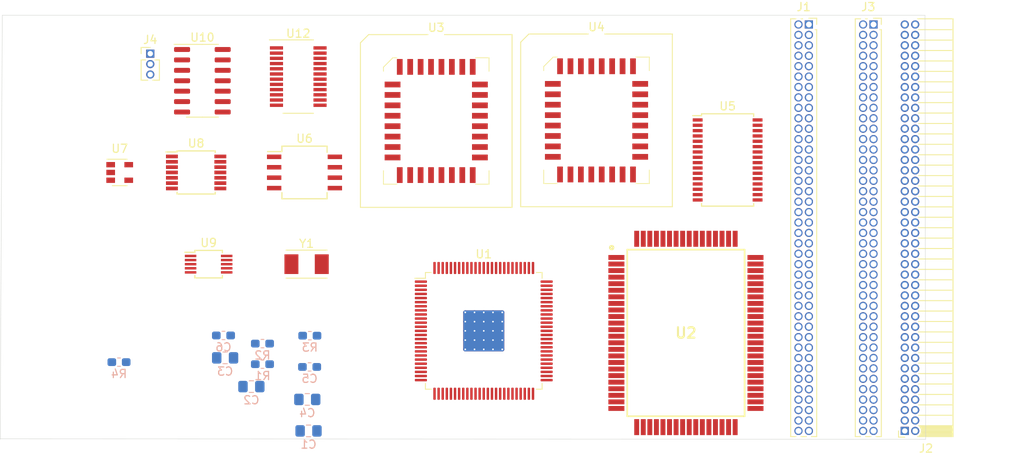
<source format=kicad_pcb>
(kicad_pcb (version 20171130) (host pcbnew "(5.1.5-0-10_14)")

  (general
    (thickness 1.6)
    (drawings 4)
    (tracks 0)
    (modules 26)
    (nets 16)
  )

  (page "A4")
  (layers
    (0 "F.Cu" signal)
    (31 "B.Cu" signal)
    (32 "B.Adhes" user)
    (33 "F.Adhes" user)
    (34 "B.Paste" user)
    (35 "F.Paste" user)
    (36 "B.SilkS" user)
    (37 "F.SilkS" user)
    (38 "B.Mask" user)
    (39 "F.Mask" user)
    (40 "Dwgs.User" user)
    (41 "Cmts.User" user)
    (42 "Eco1.User" user)
    (43 "Eco2.User" user)
    (44 "Edge.Cuts" user)
    (45 "Margin" user)
    (46 "B.CrtYd" user)
    (47 "F.CrtYd" user)
    (48 "B.Fab" user)
    (49 "F.Fab" user)
  )

  (setup
    (last_trace_width 0.25)
    (trace_clearance 0.2)
    (zone_clearance 0.508)
    (zone_45_only no)
    (trace_min 0.2)
    (via_size 0.8)
    (via_drill 0.4)
    (via_min_size 0.4)
    (via_min_drill 0.3)
    (uvia_size 0.3)
    (uvia_drill 0.1)
    (uvias_allowed no)
    (uvia_min_size 0.2)
    (uvia_min_drill 0.1)
    (pad_size 1.524 1.524)
    (pad_drill 0.762)
    (pad_to_mask_clearance 0.051)
    (solder_mask_min_width 0.25)
    (aux_axis_origin 0 0)
    (visible_elements 7FFFFFFF)
    (pcbplotparams
      (layerselection 0x010fc_ffffffff)
      (usegerberextensions false)
      (usegerberattributes false)
      (usegerberadvancedattributes false)
      (creategerberjobfile false)
      (excludeedgelayer true)
      (linewidth 0.100000)
      (plotframeref false)
      (viasonmask false)
      (mode 1)
      (useauxorigin false)
      (hpglpennumber 1)
      (hpglpenspeed 20)
      (hpglpendiameter 15.000000)
      (psnegative false)
      (psa4output false)
      (plotreference true)
      (plotvalue true)
      (plotinvisibletext false)
      (padsonsilk false)
      (subtractmaskfromsilk false)
      (outputformat 1)
      (mirror false)
      (drillshape 1)
      (scaleselection 1)
      (outputdirectory ""))
  )

  (net 0 "")
  (net 1 "VCC")
  (net 2 "GND")
  (net 3 "+3V3")
  (net 4 "+5V")
  (net 5 "/Sheet5D3BF5C8/RX")
  (net 6 "/Sheet5D3BF5C8/TX")
  (net 7 "Net-(U8-Pad3)")
  (net 8 "Net-(U8-Pad1)")
  (net 9 "Net-(U9-Pad3)")
  (net 10 "Net-(U9-Pad2)")
  (net 11 "Net-(R4-Pad2)")
  (net 12 "Net-(U8-Pad5)")
  (net 13 "/SCL")
  (net 14 "/SDA")
  (net 15 "/IRQ")

  (net_class "Default" "This is the default net class."
    (clearance 0.2)
    (trace_width 0.25)
    (via_dia 0.8)
    (via_drill 0.4)
    (uvia_dia 0.3)
    (uvia_drill 0.1)
    (add_net "+3V3")
    (add_net "+5V")
    (add_net "/CLK_10_Mhz")
    (add_net "/CLK_7_3728_Mhz")
    (add_net "/D0")
    (add_net "/D1")
    (add_net "/D2")
    (add_net "/D3")
    (add_net "/D4")
    (add_net "/D5")
    (add_net "/D6")
    (add_net "/D7")
    (add_net "/IRQ")
    (add_net "/SCL")
    (add_net "/SDA")
    (add_net "/Sheet5D3BF5C8/A")
    (add_net "/Sheet5D3BF5C8/B")
    (add_net "/Sheet5D3BF5C8/C")
    (add_net "/Sheet5D3BF5C8/CLK_50Mhz")
    (add_net "/Sheet5D3BF5C8/D")
    (add_net "/Sheet5D3BF5C8/DIG0")
    (add_net "/Sheet5D3BF5C8/DIG1")
    (add_net "/Sheet5D3BF5C8/DP")
    (add_net "/Sheet5D3BF5C8/E")
    (add_net "/Sheet5D3BF5C8/F")
    (add_net "/Sheet5D3BF5C8/G")
    (add_net "/Sheet5D3BF5C8/RX")
    (add_net "/Sheet5D3BF5C8/TX")
    (add_net "GND")
    (add_net "Net-(J1-Pad1)")
    (add_net "Net-(J1-Pad10)")
    (add_net "Net-(J1-Pad11)")
    (add_net "Net-(J1-Pad12)")
    (add_net "Net-(J1-Pad13)")
    (add_net "Net-(J1-Pad14)")
    (add_net "Net-(J1-Pad15)")
    (add_net "Net-(J1-Pad16)")
    (add_net "Net-(J1-Pad17)")
    (add_net "Net-(J1-Pad18)")
    (add_net "Net-(J1-Pad19)")
    (add_net "Net-(J1-Pad2)")
    (add_net "Net-(J1-Pad20)")
    (add_net "Net-(J1-Pad21)")
    (add_net "Net-(J1-Pad22)")
    (add_net "Net-(J1-Pad23)")
    (add_net "Net-(J1-Pad24)")
    (add_net "Net-(J1-Pad25)")
    (add_net "Net-(J1-Pad26)")
    (add_net "Net-(J1-Pad27)")
    (add_net "Net-(J1-Pad28)")
    (add_net "Net-(J1-Pad29)")
    (add_net "Net-(J1-Pad3)")
    (add_net "Net-(J1-Pad30)")
    (add_net "Net-(J1-Pad31)")
    (add_net "Net-(J1-Pad32)")
    (add_net "Net-(J1-Pad33)")
    (add_net "Net-(J1-Pad34)")
    (add_net "Net-(J1-Pad35)")
    (add_net "Net-(J1-Pad36)")
    (add_net "Net-(J1-Pad37)")
    (add_net "Net-(J1-Pad38)")
    (add_net "Net-(J1-Pad39)")
    (add_net "Net-(J1-Pad4)")
    (add_net "Net-(J1-Pad40)")
    (add_net "Net-(J1-Pad41)")
    (add_net "Net-(J1-Pad42)")
    (add_net "Net-(J1-Pad43)")
    (add_net "Net-(J1-Pad44)")
    (add_net "Net-(J1-Pad45)")
    (add_net "Net-(J1-Pad46)")
    (add_net "Net-(J1-Pad47)")
    (add_net "Net-(J1-Pad48)")
    (add_net "Net-(J1-Pad49)")
    (add_net "Net-(J1-Pad5)")
    (add_net "Net-(J1-Pad50)")
    (add_net "Net-(J1-Pad51)")
    (add_net "Net-(J1-Pad52)")
    (add_net "Net-(J1-Pad53)")
    (add_net "Net-(J1-Pad54)")
    (add_net "Net-(J1-Pad55)")
    (add_net "Net-(J1-Pad56)")
    (add_net "Net-(J1-Pad57)")
    (add_net "Net-(J1-Pad58)")
    (add_net "Net-(J1-Pad59)")
    (add_net "Net-(J1-Pad6)")
    (add_net "Net-(J1-Pad60)")
    (add_net "Net-(J1-Pad61)")
    (add_net "Net-(J1-Pad62)")
    (add_net "Net-(J1-Pad63)")
    (add_net "Net-(J1-Pad64)")
    (add_net "Net-(J1-Pad65)")
    (add_net "Net-(J1-Pad66)")
    (add_net "Net-(J1-Pad67)")
    (add_net "Net-(J1-Pad68)")
    (add_net "Net-(J1-Pad69)")
    (add_net "Net-(J1-Pad7)")
    (add_net "Net-(J1-Pad70)")
    (add_net "Net-(J1-Pad71)")
    (add_net "Net-(J1-Pad72)")
    (add_net "Net-(J1-Pad73)")
    (add_net "Net-(J1-Pad74)")
    (add_net "Net-(J1-Pad75)")
    (add_net "Net-(J1-Pad76)")
    (add_net "Net-(J1-Pad77)")
    (add_net "Net-(J1-Pad78)")
    (add_net "Net-(J1-Pad79)")
    (add_net "Net-(J1-Pad8)")
    (add_net "Net-(J1-Pad80)")
    (add_net "Net-(J1-Pad9)")
    (add_net "Net-(J2-Pad1)")
    (add_net "Net-(J2-Pad10)")
    (add_net "Net-(J2-Pad11)")
    (add_net "Net-(J2-Pad12)")
    (add_net "Net-(J2-Pad13)")
    (add_net "Net-(J2-Pad14)")
    (add_net "Net-(J2-Pad15)")
    (add_net "Net-(J2-Pad16)")
    (add_net "Net-(J2-Pad17)")
    (add_net "Net-(J2-Pad18)")
    (add_net "Net-(J2-Pad19)")
    (add_net "Net-(J2-Pad2)")
    (add_net "Net-(J2-Pad20)")
    (add_net "Net-(J2-Pad21)")
    (add_net "Net-(J2-Pad22)")
    (add_net "Net-(J2-Pad23)")
    (add_net "Net-(J2-Pad24)")
    (add_net "Net-(J2-Pad25)")
    (add_net "Net-(J2-Pad26)")
    (add_net "Net-(J2-Pad27)")
    (add_net "Net-(J2-Pad28)")
    (add_net "Net-(J2-Pad29)")
    (add_net "Net-(J2-Pad3)")
    (add_net "Net-(J2-Pad30)")
    (add_net "Net-(J2-Pad31)")
    (add_net "Net-(J2-Pad32)")
    (add_net "Net-(J2-Pad33)")
    (add_net "Net-(J2-Pad34)")
    (add_net "Net-(J2-Pad35)")
    (add_net "Net-(J2-Pad36)")
    (add_net "Net-(J2-Pad37)")
    (add_net "Net-(J2-Pad38)")
    (add_net "Net-(J2-Pad39)")
    (add_net "Net-(J2-Pad4)")
    (add_net "Net-(J2-Pad40)")
    (add_net "Net-(J2-Pad41)")
    (add_net "Net-(J2-Pad42)")
    (add_net "Net-(J2-Pad43)")
    (add_net "Net-(J2-Pad44)")
    (add_net "Net-(J2-Pad45)")
    (add_net "Net-(J2-Pad46)")
    (add_net "Net-(J2-Pad47)")
    (add_net "Net-(J2-Pad48)")
    (add_net "Net-(J2-Pad49)")
    (add_net "Net-(J2-Pad5)")
    (add_net "Net-(J2-Pad50)")
    (add_net "Net-(J2-Pad51)")
    (add_net "Net-(J2-Pad52)")
    (add_net "Net-(J2-Pad53)")
    (add_net "Net-(J2-Pad54)")
    (add_net "Net-(J2-Pad55)")
    (add_net "Net-(J2-Pad56)")
    (add_net "Net-(J2-Pad57)")
    (add_net "Net-(J2-Pad58)")
    (add_net "Net-(J2-Pad59)")
    (add_net "Net-(J2-Pad6)")
    (add_net "Net-(J2-Pad60)")
    (add_net "Net-(J2-Pad61)")
    (add_net "Net-(J2-Pad62)")
    (add_net "Net-(J2-Pad63)")
    (add_net "Net-(J2-Pad64)")
    (add_net "Net-(J2-Pad65)")
    (add_net "Net-(J2-Pad66)")
    (add_net "Net-(J2-Pad67)")
    (add_net "Net-(J2-Pad68)")
    (add_net "Net-(J2-Pad69)")
    (add_net "Net-(J2-Pad7)")
    (add_net "Net-(J2-Pad70)")
    (add_net "Net-(J2-Pad71)")
    (add_net "Net-(J2-Pad72)")
    (add_net "Net-(J2-Pad73)")
    (add_net "Net-(J2-Pad74)")
    (add_net "Net-(J2-Pad75)")
    (add_net "Net-(J2-Pad76)")
    (add_net "Net-(J2-Pad77)")
    (add_net "Net-(J2-Pad78)")
    (add_net "Net-(J2-Pad79)")
    (add_net "Net-(J2-Pad8)")
    (add_net "Net-(J2-Pad80)")
    (add_net "Net-(J2-Pad9)")
    (add_net "Net-(J3-Pad1)")
    (add_net "Net-(J3-Pad10)")
    (add_net "Net-(J3-Pad11)")
    (add_net "Net-(J3-Pad12)")
    (add_net "Net-(J3-Pad13)")
    (add_net "Net-(J3-Pad14)")
    (add_net "Net-(J3-Pad15)")
    (add_net "Net-(J3-Pad16)")
    (add_net "Net-(J3-Pad17)")
    (add_net "Net-(J3-Pad18)")
    (add_net "Net-(J3-Pad19)")
    (add_net "Net-(J3-Pad2)")
    (add_net "Net-(J3-Pad20)")
    (add_net "Net-(J3-Pad21)")
    (add_net "Net-(J3-Pad22)")
    (add_net "Net-(J3-Pad23)")
    (add_net "Net-(J3-Pad24)")
    (add_net "Net-(J3-Pad25)")
    (add_net "Net-(J3-Pad26)")
    (add_net "Net-(J3-Pad27)")
    (add_net "Net-(J3-Pad28)")
    (add_net "Net-(J3-Pad29)")
    (add_net "Net-(J3-Pad3)")
    (add_net "Net-(J3-Pad30)")
    (add_net "Net-(J3-Pad31)")
    (add_net "Net-(J3-Pad32)")
    (add_net "Net-(J3-Pad33)")
    (add_net "Net-(J3-Pad34)")
    (add_net "Net-(J3-Pad35)")
    (add_net "Net-(J3-Pad36)")
    (add_net "Net-(J3-Pad37)")
    (add_net "Net-(J3-Pad38)")
    (add_net "Net-(J3-Pad39)")
    (add_net "Net-(J3-Pad4)")
    (add_net "Net-(J3-Pad40)")
    (add_net "Net-(J3-Pad41)")
    (add_net "Net-(J3-Pad42)")
    (add_net "Net-(J3-Pad43)")
    (add_net "Net-(J3-Pad44)")
    (add_net "Net-(J3-Pad45)")
    (add_net "Net-(J3-Pad46)")
    (add_net "Net-(J3-Pad47)")
    (add_net "Net-(J3-Pad48)")
    (add_net "Net-(J3-Pad49)")
    (add_net "Net-(J3-Pad5)")
    (add_net "Net-(J3-Pad50)")
    (add_net "Net-(J3-Pad51)")
    (add_net "Net-(J3-Pad52)")
    (add_net "Net-(J3-Pad53)")
    (add_net "Net-(J3-Pad54)")
    (add_net "Net-(J3-Pad55)")
    (add_net "Net-(J3-Pad56)")
    (add_net "Net-(J3-Pad57)")
    (add_net "Net-(J3-Pad58)")
    (add_net "Net-(J3-Pad59)")
    (add_net "Net-(J3-Pad6)")
    (add_net "Net-(J3-Pad60)")
    (add_net "Net-(J3-Pad61)")
    (add_net "Net-(J3-Pad62)")
    (add_net "Net-(J3-Pad63)")
    (add_net "Net-(J3-Pad64)")
    (add_net "Net-(J3-Pad65)")
    (add_net "Net-(J3-Pad66)")
    (add_net "Net-(J3-Pad67)")
    (add_net "Net-(J3-Pad68)")
    (add_net "Net-(J3-Pad69)")
    (add_net "Net-(J3-Pad7)")
    (add_net "Net-(J3-Pad70)")
    (add_net "Net-(J3-Pad71)")
    (add_net "Net-(J3-Pad72)")
    (add_net "Net-(J3-Pad73)")
    (add_net "Net-(J3-Pad74)")
    (add_net "Net-(J3-Pad75)")
    (add_net "Net-(J3-Pad76)")
    (add_net "Net-(J3-Pad77)")
    (add_net "Net-(J3-Pad78)")
    (add_net "Net-(J3-Pad79)")
    (add_net "Net-(J3-Pad8)")
    (add_net "Net-(J3-Pad80)")
    (add_net "Net-(J3-Pad9)")
    (add_net "Net-(R4-Pad2)")
    (add_net "Net-(U1-Pad10)")
    (add_net "Net-(U1-Pad100)")
    (add_net "Net-(U1-Pad11)")
    (add_net "Net-(U1-Pad12)")
    (add_net "Net-(U1-Pad13)")
    (add_net "Net-(U1-Pad14)")
    (add_net "Net-(U1-Pad15)_1")
    (add_net "Net-(U1-Pad16)")
    (add_net "Net-(U1-Pad17)")
    (add_net "Net-(U1-Pad18)")
    (add_net "Net-(U1-Pad19)")
    (add_net "Net-(U1-Pad20)")
    (add_net "Net-(U1-Pad21)")
    (add_net "Net-(U1-Pad23)")
    (add_net "Net-(U1-Pad25)")
    (add_net "Net-(U1-Pad26)")
    (add_net "Net-(U1-Pad29)")
    (add_net "Net-(U1-Pad3)")
    (add_net "Net-(U1-Pad30)")
    (add_net "Net-(U1-Pad31)")
    (add_net "Net-(U1-Pad32)")
    (add_net "Net-(U1-Pad33)")
    (add_net "Net-(U1-Pad34)")
    (add_net "Net-(U1-Pad35)")
    (add_net "Net-(U1-Pad36)")
    (add_net "Net-(U1-Pad37)")
    (add_net "Net-(U1-Pad38)")
    (add_net "Net-(U1-Pad39)")
    (add_net "Net-(U1-Pad4)_1")
    (add_net "Net-(U1-Pad40)")
    (add_net "Net-(U1-Pad41)")
    (add_net "Net-(U1-Pad42)")
    (add_net "Net-(U1-Pad43)")
    (add_net "Net-(U1-Pad44)")
    (add_net "Net-(U1-Pad45)")
    (add_net "Net-(U1-Pad46)")
    (add_net "Net-(U1-Pad47)")
    (add_net "Net-(U1-Pad48)")
    (add_net "Net-(U1-Pad51)")
    (add_net "Net-(U1-Pad52)")
    (add_net "Net-(U1-Pad54)")
    (add_net "Net-(U1-Pad56)")
    (add_net "Net-(U1-Pad57)")
    (add_net "Net-(U1-Pad58)")
    (add_net "Net-(U1-Pad59)")
    (add_net "Net-(U1-Pad6)")
    (add_net "Net-(U1-Pad60)")
    (add_net "Net-(U1-Pad61)")
    (add_net "Net-(U1-Pad62)_1")
    (add_net "Net-(U1-Pad63)")
    (add_net "Net-(U1-Pad64)")
    (add_net "Net-(U1-Pad65)")
    (add_net "Net-(U1-Pad66)")
    (add_net "Net-(U1-Pad67)")
    (add_net "Net-(U1-Pad68)")
    (add_net "Net-(U1-Pad69)")
    (add_net "Net-(U1-Pad71)")
    (add_net "Net-(U1-Pad73)_1")
    (add_net "Net-(U1-Pad74)")
    (add_net "Net-(U1-Pad75)")
    (add_net "Net-(U1-Pad76)")
    (add_net "Net-(U1-Pad79)")
    (add_net "Net-(U1-Pad8)")
    (add_net "Net-(U1-Pad80)")
    (add_net "Net-(U1-Pad81)")
    (add_net "Net-(U1-Pad82)")
    (add_net "Net-(U1-Pad83)")
    (add_net "Net-(U1-Pad84)")
    (add_net "Net-(U1-Pad85)")
    (add_net "Net-(U1-Pad86)")
    (add_net "Net-(U1-Pad87)")
    (add_net "Net-(U1-Pad88)")
    (add_net "Net-(U1-Pad89)")
    (add_net "Net-(U1-Pad9)")
    (add_net "Net-(U1-Pad90)")
    (add_net "Net-(U1-Pad91)")
    (add_net "Net-(U1-Pad92)")
    (add_net "Net-(U1-Pad93)")
    (add_net "Net-(U1-Pad94)")
    (add_net "Net-(U1-Pad95)")
    (add_net "Net-(U1-Pad96)")
    (add_net "Net-(U1-Pad97)")
    (add_net "Net-(U1-Pad98)")
    (add_net "Net-(U1-Pad99)")
    (add_net "Net-(U12-Pad10)")
    (add_net "Net-(U12-Pad11)")
    (add_net "Net-(U12-Pad12)")
    (add_net "Net-(U12-Pad4)")
    (add_net "Net-(U12-Pad5)")
    (add_net "Net-(U12-Pad7)")
    (add_net "Net-(U12-Pad8)")
    (add_net "Net-(U12-Pad9)")
    (add_net "Net-(U3-Pad1)")
    (add_net "Net-(U3-Pad10)")
    (add_net "Net-(U3-Pad11)")
    (add_net "Net-(U3-Pad12)")
    (add_net "Net-(U3-Pad13)")
    (add_net "Net-(U3-Pad14)")
    (add_net "Net-(U3-Pad15)")
    (add_net "Net-(U3-Pad17)")
    (add_net "Net-(U3-Pad18)")
    (add_net "Net-(U3-Pad19)")
    (add_net "Net-(U3-Pad2)")
    (add_net "Net-(U3-Pad20)")
    (add_net "Net-(U3-Pad21)")
    (add_net "Net-(U3-Pad22)")
    (add_net "Net-(U3-Pad23)")
    (add_net "Net-(U3-Pad24)")
    (add_net "Net-(U3-Pad25)")
    (add_net "Net-(U3-Pad26)")
    (add_net "Net-(U3-Pad27)")
    (add_net "Net-(U3-Pad28)")
    (add_net "Net-(U3-Pad29)")
    (add_net "Net-(U3-Pad3)")
    (add_net "Net-(U3-Pad30)")
    (add_net "Net-(U3-Pad31)")
    (add_net "Net-(U3-Pad4)")
    (add_net "Net-(U3-Pad5)")
    (add_net "Net-(U3-Pad6)")
    (add_net "Net-(U3-Pad7)")
    (add_net "Net-(U3-Pad8)")
    (add_net "Net-(U3-Pad9)")
    (add_net "Net-(U4-Pad1)")
    (add_net "Net-(U4-Pad10)")
    (add_net "Net-(U4-Pad11)")
    (add_net "Net-(U4-Pad12)")
    (add_net "Net-(U4-Pad13)")
    (add_net "Net-(U4-Pad14)")
    (add_net "Net-(U4-Pad15)")
    (add_net "Net-(U4-Pad17)")
    (add_net "Net-(U4-Pad18)")
    (add_net "Net-(U4-Pad19)")
    (add_net "Net-(U4-Pad2)")
    (add_net "Net-(U4-Pad20)")
    (add_net "Net-(U4-Pad21)")
    (add_net "Net-(U4-Pad22)")
    (add_net "Net-(U4-Pad23)")
    (add_net "Net-(U4-Pad24)")
    (add_net "Net-(U4-Pad25)")
    (add_net "Net-(U4-Pad26)")
    (add_net "Net-(U4-Pad27)")
    (add_net "Net-(U4-Pad28)")
    (add_net "Net-(U4-Pad29)")
    (add_net "Net-(U4-Pad3)")
    (add_net "Net-(U4-Pad30)")
    (add_net "Net-(U4-Pad31)")
    (add_net "Net-(U4-Pad4)")
    (add_net "Net-(U4-Pad5)")
    (add_net "Net-(U4-Pad6)")
    (add_net "Net-(U4-Pad7)")
    (add_net "Net-(U4-Pad8)")
    (add_net "Net-(U4-Pad9)")
    (add_net "Net-(U5-Pad1)")
    (add_net "Net-(U5-Pad10)")
    (add_net "Net-(U5-Pad11)")
    (add_net "Net-(U5-Pad12)")
    (add_net "Net-(U5-Pad13)")
    (add_net "Net-(U5-Pad14)")
    (add_net "Net-(U5-Pad15)")
    (add_net "Net-(U5-Pad16)")
    (add_net "Net-(U5-Pad17)")
    (add_net "Net-(U5-Pad18)")
    (add_net "Net-(U5-Pad19)")
    (add_net "Net-(U5-Pad2)")
    (add_net "Net-(U5-Pad20)")
    (add_net "Net-(U5-Pad21)")
    (add_net "Net-(U5-Pad22)")
    (add_net "Net-(U5-Pad23)")
    (add_net "Net-(U5-Pad24)")
    (add_net "Net-(U5-Pad25)")
    (add_net "Net-(U5-Pad26)")
    (add_net "Net-(U5-Pad27)")
    (add_net "Net-(U5-Pad28)")
    (add_net "Net-(U5-Pad29)")
    (add_net "Net-(U5-Pad3)")
    (add_net "Net-(U5-Pad30)")
    (add_net "Net-(U5-Pad31)")
    (add_net "Net-(U5-Pad32)")
    (add_net "Net-(U5-Pad4)")
    (add_net "Net-(U5-Pad5)")
    (add_net "Net-(U5-Pad6)")
    (add_net "Net-(U5-Pad7)")
    (add_net "Net-(U5-Pad8)")
    (add_net "Net-(U5-Pad9)")
    (add_net "Net-(U6-Pad1)")
    (add_net "Net-(U6-Pad2)")
    (add_net "Net-(U6-Pad3)")
    (add_net "Net-(U6-Pad4)")
    (add_net "Net-(U6-Pad5)")
    (add_net "Net-(U6-Pad6)")
    (add_net "Net-(U6-Pad7)")
    (add_net "Net-(U6-Pad8)")
    (add_net "Net-(U7-Pad4)")
    (add_net "Net-(U8-Pad1)")
    (add_net "Net-(U8-Pad12)")
    (add_net "Net-(U8-Pad3)")
    (add_net "Net-(U8-Pad5)")
    (add_net "Net-(U9-Pad2)")
    (add_net "Net-(U9-Pad3)")
    (add_net "VCC")
  )

  (module "Connector_PinSocket_1.27mm:PinSocket_2x40_P1.27mm_Vertical" (layer "F.Cu") (tedit 5A19A423) (tstamp 5D30020D)
    (at 202.946 39.37)
    (descr "Through hole straight socket strip, 2x40, 1.27mm pitch, double cols (from Kicad 4.0.7), script generated")
    (tags "Through hole socket strip THT 2x40 1.27mm double row")
    (path "/5D35A9F1")
    (fp_text reference "J3" (at -0.635 -2.135) (layer "F.SilkS")
      (effects (font (size 1 1) (thickness 0.15)))
    )
    (fp_text value "Conn_02x40_Counter_Clockwise" (at -0.635 51.665) (layer "F.Fab")
      (effects (font (size 1 1) (thickness 0.15)))
    )
    (fp_line (start -2.16 -0.635) (end 0.1275 -0.635) (layer "F.Fab") (width 0.1))
    (fp_line (start 0.1275 -0.635) (end 0.89 0.1275) (layer "F.Fab") (width 0.1))
    (fp_line (start 0.89 0.1275) (end 0.89 50.165) (layer "F.Fab") (width 0.1))
    (fp_line (start 0.89 50.165) (end -2.16 50.165) (layer "F.Fab") (width 0.1))
    (fp_line (start -2.16 50.165) (end -2.16 -0.635) (layer "F.Fab") (width 0.1))
    (fp_line (start -2.22 -0.695) (end -1.57753 -0.695) (layer "F.SilkS") (width 0.12))
    (fp_line (start -0.96247 -0.695) (end -0.76 -0.695) (layer "F.SilkS") (width 0.12))
    (fp_line (start -2.22 -0.695) (end -2.22 50.225) (layer "F.SilkS") (width 0.12))
    (fp_line (start 0.30753 50.225) (end 0.95 50.225) (layer "F.SilkS") (width 0.12))
    (fp_line (start -2.22 50.225) (end -1.57753 50.225) (layer "F.SilkS") (width 0.12))
    (fp_line (start -0.96247 50.225) (end -0.30753 50.225) (layer "F.SilkS") (width 0.12))
    (fp_line (start 0.95 0.635) (end 0.95 50.225) (layer "F.SilkS") (width 0.12))
    (fp_line (start 0.76 0.635) (end 0.95 0.635) (layer "F.SilkS") (width 0.12))
    (fp_line (start 0.95 -0.76) (end 0.95 0) (layer "F.SilkS") (width 0.12))
    (fp_line (start 0 -0.76) (end 0.95 -0.76) (layer "F.SilkS") (width 0.12))
    (fp_line (start -2.67 -1.15) (end 1.38 -1.15) (layer "F.CrtYd") (width 0.05))
    (fp_line (start 1.38 -1.15) (end 1.38 50.65) (layer "F.CrtYd") (width 0.05))
    (fp_line (start 1.38 50.65) (end -2.67 50.65) (layer "F.CrtYd") (width 0.05))
    (fp_line (start -2.67 50.65) (end -2.67 -1.15) (layer "F.CrtYd") (width 0.05))
    (fp_text user "%R" (at -0.635 24.765 90) (layer "F.Fab")
      (effects (font (size 1 1) (thickness 0.15)))
    )
    (pad "80" thru_hole oval (at -1.27 49.53) (size 1 1) (drill 0.7) (layers *.Cu *.Mask))
    (pad "79" thru_hole oval (at 0 49.53) (size 1 1) (drill 0.7) (layers *.Cu *.Mask))
    (pad "78" thru_hole oval (at -1.27 48.26) (size 1 1) (drill 0.7) (layers *.Cu *.Mask))
    (pad "77" thru_hole oval (at 0 48.26) (size 1 1) (drill 0.7) (layers *.Cu *.Mask))
    (pad "76" thru_hole oval (at -1.27 46.99) (size 1 1) (drill 0.7) (layers *.Cu *.Mask))
    (pad "75" thru_hole oval (at 0 46.99) (size 1 1) (drill 0.7) (layers *.Cu *.Mask))
    (pad "74" thru_hole oval (at -1.27 45.72) (size 1 1) (drill 0.7) (layers *.Cu *.Mask))
    (pad "73" thru_hole oval (at 0 45.72) (size 1 1) (drill 0.7) (layers *.Cu *.Mask))
    (pad "72" thru_hole oval (at -1.27 44.45) (size 1 1) (drill 0.7) (layers *.Cu *.Mask))
    (pad "71" thru_hole oval (at 0 44.45) (size 1 1) (drill 0.7) (layers *.Cu *.Mask))
    (pad "70" thru_hole oval (at -1.27 43.18) (size 1 1) (drill 0.7) (layers *.Cu *.Mask))
    (pad "69" thru_hole oval (at 0 43.18) (size 1 1) (drill 0.7) (layers *.Cu *.Mask))
    (pad "68" thru_hole oval (at -1.27 41.91) (size 1 1) (drill 0.7) (layers *.Cu *.Mask))
    (pad "67" thru_hole oval (at 0 41.91) (size 1 1) (drill 0.7) (layers *.Cu *.Mask))
    (pad "66" thru_hole oval (at -1.27 40.64) (size 1 1) (drill 0.7) (layers *.Cu *.Mask))
    (pad "65" thru_hole oval (at 0 40.64) (size 1 1) (drill 0.7) (layers *.Cu *.Mask))
    (pad "64" thru_hole oval (at -1.27 39.37) (size 1 1) (drill 0.7) (layers *.Cu *.Mask))
    (pad "63" thru_hole oval (at 0 39.37) (size 1 1) (drill 0.7) (layers *.Cu *.Mask))
    (pad "62" thru_hole oval (at -1.27 38.1) (size 1 1) (drill 0.7) (layers *.Cu *.Mask))
    (pad "61" thru_hole oval (at 0 38.1) (size 1 1) (drill 0.7) (layers *.Cu *.Mask))
    (pad "60" thru_hole oval (at -1.27 36.83) (size 1 1) (drill 0.7) (layers *.Cu *.Mask))
    (pad "59" thru_hole oval (at 0 36.83) (size 1 1) (drill 0.7) (layers *.Cu *.Mask))
    (pad "58" thru_hole oval (at -1.27 35.56) (size 1 1) (drill 0.7) (layers *.Cu *.Mask))
    (pad "57" thru_hole oval (at 0 35.56) (size 1 1) (drill 0.7) (layers *.Cu *.Mask))
    (pad "56" thru_hole oval (at -1.27 34.29) (size 1 1) (drill 0.7) (layers *.Cu *.Mask))
    (pad "55" thru_hole oval (at 0 34.29) (size 1 1) (drill 0.7) (layers *.Cu *.Mask))
    (pad "54" thru_hole oval (at -1.27 33.02) (size 1 1) (drill 0.7) (layers *.Cu *.Mask))
    (pad "53" thru_hole oval (at 0 33.02) (size 1 1) (drill 0.7) (layers *.Cu *.Mask))
    (pad "52" thru_hole oval (at -1.27 31.75) (size 1 1) (drill 0.7) (layers *.Cu *.Mask))
    (pad "51" thru_hole oval (at 0 31.75) (size 1 1) (drill 0.7) (layers *.Cu *.Mask))
    (pad "50" thru_hole oval (at -1.27 30.48) (size 1 1) (drill 0.7) (layers *.Cu *.Mask))
    (pad "49" thru_hole oval (at 0 30.48) (size 1 1) (drill 0.7) (layers *.Cu *.Mask))
    (pad "48" thru_hole oval (at -1.27 29.21) (size 1 1) (drill 0.7) (layers *.Cu *.Mask))
    (pad "47" thru_hole oval (at 0 29.21) (size 1 1) (drill 0.7) (layers *.Cu *.Mask))
    (pad "46" thru_hole oval (at -1.27 27.94) (size 1 1) (drill 0.7) (layers *.Cu *.Mask))
    (pad "45" thru_hole oval (at 0 27.94) (size 1 1) (drill 0.7) (layers *.Cu *.Mask))
    (pad "44" thru_hole oval (at -1.27 26.67) (size 1 1) (drill 0.7) (layers *.Cu *.Mask))
    (pad "43" thru_hole oval (at 0 26.67) (size 1 1) (drill 0.7) (layers *.Cu *.Mask))
    (pad "42" thru_hole oval (at -1.27 25.4) (size 1 1) (drill 0.7) (layers *.Cu *.Mask))
    (pad "41" thru_hole oval (at 0 25.4) (size 1 1) (drill 0.7) (layers *.Cu *.Mask))
    (pad "40" thru_hole oval (at -1.27 24.13) (size 1 1) (drill 0.7) (layers *.Cu *.Mask))
    (pad "39" thru_hole oval (at 0 24.13) (size 1 1) (drill 0.7) (layers *.Cu *.Mask))
    (pad "38" thru_hole oval (at -1.27 22.86) (size 1 1) (drill 0.7) (layers *.Cu *.Mask))
    (pad "37" thru_hole oval (at 0 22.86) (size 1 1) (drill 0.7) (layers *.Cu *.Mask))
    (pad "36" thru_hole oval (at -1.27 21.59) (size 1 1) (drill 0.7) (layers *.Cu *.Mask))
    (pad "35" thru_hole oval (at 0 21.59) (size 1 1) (drill 0.7) (layers *.Cu *.Mask))
    (pad "34" thru_hole oval (at -1.27 20.32) (size 1 1) (drill 0.7) (layers *.Cu *.Mask))
    (pad "33" thru_hole oval (at 0 20.32) (size 1 1) (drill 0.7) (layers *.Cu *.Mask))
    (pad "32" thru_hole oval (at -1.27 19.05) (size 1 1) (drill 0.7) (layers *.Cu *.Mask))
    (pad "31" thru_hole oval (at 0 19.05) (size 1 1) (drill 0.7) (layers *.Cu *.Mask))
    (pad "30" thru_hole oval (at -1.27 17.78) (size 1 1) (drill 0.7) (layers *.Cu *.Mask))
    (pad "29" thru_hole oval (at 0 17.78) (size 1 1) (drill 0.7) (layers *.Cu *.Mask))
    (pad "28" thru_hole oval (at -1.27 16.51) (size 1 1) (drill 0.7) (layers *.Cu *.Mask))
    (pad "27" thru_hole oval (at 0 16.51) (size 1 1) (drill 0.7) (layers *.Cu *.Mask))
    (pad "26" thru_hole oval (at -1.27 15.24) (size 1 1) (drill 0.7) (layers *.Cu *.Mask))
    (pad "25" thru_hole oval (at 0 15.24) (size 1 1) (drill 0.7) (layers *.Cu *.Mask))
    (pad "24" thru_hole oval (at -1.27 13.97) (size 1 1) (drill 0.7) (layers *.Cu *.Mask))
    (pad "23" thru_hole oval (at 0 13.97) (size 1 1) (drill 0.7) (layers *.Cu *.Mask))
    (pad "22" thru_hole oval (at -1.27 12.7) (size 1 1) (drill 0.7) (layers *.Cu *.Mask))
    (pad "21" thru_hole oval (at 0 12.7) (size 1 1) (drill 0.7) (layers *.Cu *.Mask))
    (pad "20" thru_hole oval (at -1.27 11.43) (size 1 1) (drill 0.7) (layers *.Cu *.Mask))
    (pad "19" thru_hole oval (at 0 11.43) (size 1 1) (drill 0.7) (layers *.Cu *.Mask))
    (pad "18" thru_hole oval (at -1.27 10.16) (size 1 1) (drill 0.7) (layers *.Cu *.Mask))
    (pad "17" thru_hole oval (at 0 10.16) (size 1 1) (drill 0.7) (layers *.Cu *.Mask))
    (pad "16" thru_hole oval (at -1.27 8.89) (size 1 1) (drill 0.7) (layers *.Cu *.Mask))
    (pad "15" thru_hole oval (at 0 8.89) (size 1 1) (drill 0.7) (layers *.Cu *.Mask))
    (pad "14" thru_hole oval (at -1.27 7.62) (size 1 1) (drill 0.7) (layers *.Cu *.Mask))
    (pad "13" thru_hole oval (at 0 7.62) (size 1 1) (drill 0.7) (layers *.Cu *.Mask))
    (pad "12" thru_hole oval (at -1.27 6.35) (size 1 1) (drill 0.7) (layers *.Cu *.Mask))
    (pad "11" thru_hole oval (at 0 6.35) (size 1 1) (drill 0.7) (layers *.Cu *.Mask))
    (pad "10" thru_hole oval (at -1.27 5.08) (size 1 1) (drill 0.7) (layers *.Cu *.Mask))
    (pad "9" thru_hole oval (at 0 5.08) (size 1 1) (drill 0.7) (layers *.Cu *.Mask))
    (pad "8" thru_hole oval (at -1.27 3.81) (size 1 1) (drill 0.7) (layers *.Cu *.Mask))
    (pad "7" thru_hole oval (at 0 3.81) (size 1 1) (drill 0.7) (layers *.Cu *.Mask))
    (pad "6" thru_hole oval (at -1.27 2.54) (size 1 1) (drill 0.7) (layers *.Cu *.Mask))
    (pad "5" thru_hole oval (at 0 2.54) (size 1 1) (drill 0.7) (layers *.Cu *.Mask))
    (pad "4" thru_hole oval (at -1.27 1.27) (size 1 1) (drill 0.7) (layers *.Cu *.Mask))
    (pad "3" thru_hole oval (at 0 1.27) (size 1 1) (drill 0.7) (layers *.Cu *.Mask))
    (pad "2" thru_hole oval (at -1.27 0) (size 1 1) (drill 0.7) (layers *.Cu *.Mask))
    (pad "1" thru_hole rect (at 0 0) (size 1 1) (drill 0.7) (layers *.Cu *.Mask))
    (model "${KISYS3DMOD}/Connector_PinSocket_1.27mm.3dshapes/PinSocket_2x40_P1.27mm_Vertical.wrl"
      (at (xyz 0 0 0))
      (scale (xyz 1 1 1))
      (rotate (xyz 0 0 0))
    )
  )

  (module "Connector_PinSocket_1.27mm:PinSocket_2x40_P1.27mm_Horizontal" (layer "F.Cu") (tedit 5A19A420) (tstamp 5D301A17)
    (at 206.756 88.9 180)
    (descr "Through hole angled socket strip, 2x40, 1.27mm pitch, 4.4mm socket length, double cols (https://gct.co/pdfjs/web/viewer.html?file=/Files/Drawings/BD091.pdf&t=1511594177220), script generated")
    (tags "Through hole angled socket strip THT 2x40 1.27mm double row")
    (path "/5D38AC9D")
    (fp_text reference "J2" (at -2.5925 -2.135) (layer "F.SilkS")
      (effects (font (size 1 1) (thickness 0.15)))
    )
    (fp_text value "Conn_02x40_Counter_Clockwise" (at -2.5925 51.665) (layer "F.Fab")
      (effects (font (size 1 1) (thickness 0.15)))
    )
    (fp_line (start -5.82 -0.635) (end -1.805 -0.635) (layer "F.Fab") (width 0.1))
    (fp_line (start -1.805 -0.635) (end -1.42 -0.25) (layer "F.Fab") (width 0.1))
    (fp_line (start -1.42 -0.25) (end -1.42 50.165) (layer "F.Fab") (width 0.1))
    (fp_line (start -1.42 50.165) (end -5.82 50.165) (layer "F.Fab") (width 0.1))
    (fp_line (start -5.82 50.165) (end -5.82 -0.635) (layer "F.Fab") (width 0.1))
    (fp_line (start 0 -0.25) (end -1.42 -0.25) (layer "F.Fab") (width 0.1))
    (fp_line (start -1.42 0.25) (end 0 0.25) (layer "F.Fab") (width 0.1))
    (fp_line (start 0 0.25) (end 0 -0.25) (layer "F.Fab") (width 0.1))
    (fp_line (start 0 1.02) (end -1.42 1.02) (layer "F.Fab") (width 0.1))
    (fp_line (start -1.42 1.52) (end 0 1.52) (layer "F.Fab") (width 0.1))
    (fp_line (start 0 1.52) (end 0 1.02) (layer "F.Fab") (width 0.1))
    (fp_line (start 0 2.29) (end -1.42 2.29) (layer "F.Fab") (width 0.1))
    (fp_line (start -1.42 2.79) (end 0 2.79) (layer "F.Fab") (width 0.1))
    (fp_line (start 0 2.79) (end 0 2.29) (layer "F.Fab") (width 0.1))
    (fp_line (start 0 3.56) (end -1.42 3.56) (layer "F.Fab") (width 0.1))
    (fp_line (start -1.42 4.06) (end 0 4.06) (layer "F.Fab") (width 0.1))
    (fp_line (start 0 4.06) (end 0 3.56) (layer "F.Fab") (width 0.1))
    (fp_line (start 0 4.83) (end -1.42 4.83) (layer "F.Fab") (width 0.1))
    (fp_line (start -1.42 5.33) (end 0 5.33) (layer "F.Fab") (width 0.1))
    (fp_line (start 0 5.33) (end 0 4.83) (layer "F.Fab") (width 0.1))
    (fp_line (start 0 6.1) (end -1.42 6.1) (layer "F.Fab") (width 0.1))
    (fp_line (start -1.42 6.6) (end 0 6.6) (layer "F.Fab") (width 0.1))
    (fp_line (start 0 6.6) (end 0 6.1) (layer "F.Fab") (width 0.1))
    (fp_line (start 0 7.37) (end -1.42 7.37) (layer "F.Fab") (width 0.1))
    (fp_line (start -1.42 7.87) (end 0 7.87) (layer "F.Fab") (width 0.1))
    (fp_line (start 0 7.87) (end 0 7.37) (layer "F.Fab") (width 0.1))
    (fp_line (start 0 8.64) (end -1.42 8.64) (layer "F.Fab") (width 0.1))
    (fp_line (start -1.42 9.14) (end 0 9.14) (layer "F.Fab") (width 0.1))
    (fp_line (start 0 9.14) (end 0 8.64) (layer "F.Fab") (width 0.1))
    (fp_line (start 0 9.91) (end -1.42 9.91) (layer "F.Fab") (width 0.1))
    (fp_line (start -1.42 10.41) (end 0 10.41) (layer "F.Fab") (width 0.1))
    (fp_line (start 0 10.41) (end 0 9.91) (layer "F.Fab") (width 0.1))
    (fp_line (start 0 11.18) (end -1.42 11.18) (layer "F.Fab") (width 0.1))
    (fp_line (start -1.42 11.68) (end 0 11.68) (layer "F.Fab") (width 0.1))
    (fp_line (start 0 11.68) (end 0 11.18) (layer "F.Fab") (width 0.1))
    (fp_line (start 0 12.45) (end -1.42 12.45) (layer "F.Fab") (width 0.1))
    (fp_line (start -1.42 12.95) (end 0 12.95) (layer "F.Fab") (width 0.1))
    (fp_line (start 0 12.95) (end 0 12.45) (layer "F.Fab") (width 0.1))
    (fp_line (start 0 13.72) (end -1.42 13.72) (layer "F.Fab") (width 0.1))
    (fp_line (start -1.42 14.22) (end 0 14.22) (layer "F.Fab") (width 0.1))
    (fp_line (start 0 14.22) (end 0 13.72) (layer "F.Fab") (width 0.1))
    (fp_line (start 0 14.99) (end -1.42 14.99) (layer "F.Fab") (width 0.1))
    (fp_line (start -1.42 15.49) (end 0 15.49) (layer "F.Fab") (width 0.1))
    (fp_line (start 0 15.49) (end 0 14.99) (layer "F.Fab") (width 0.1))
    (fp_line (start 0 16.26) (end -1.42 16.26) (layer "F.Fab") (width 0.1))
    (fp_line (start -1.42 16.76) (end 0 16.76) (layer "F.Fab") (width 0.1))
    (fp_line (start 0 16.76) (end 0 16.26) (layer "F.Fab") (width 0.1))
    (fp_line (start 0 17.53) (end -1.42 17.53) (layer "F.Fab") (width 0.1))
    (fp_line (start -1.42 18.03) (end 0 18.03) (layer "F.Fab") (width 0.1))
    (fp_line (start 0 18.03) (end 0 17.53) (layer "F.Fab") (width 0.1))
    (fp_line (start 0 18.8) (end -1.42 18.8) (layer "F.Fab") (width 0.1))
    (fp_line (start -1.42 19.3) (end 0 19.3) (layer "F.Fab") (width 0.1))
    (fp_line (start 0 19.3) (end 0 18.8) (layer "F.Fab") (width 0.1))
    (fp_line (start 0 20.07) (end -1.42 20.07) (layer "F.Fab") (width 0.1))
    (fp_line (start -1.42 20.57) (end 0 20.57) (layer "F.Fab") (width 0.1))
    (fp_line (start 0 20.57) (end 0 20.07) (layer "F.Fab") (width 0.1))
    (fp_line (start 0 21.34) (end -1.42 21.34) (layer "F.Fab") (width 0.1))
    (fp_line (start -1.42 21.84) (end 0 21.84) (layer "F.Fab") (width 0.1))
    (fp_line (start 0 21.84) (end 0 21.34) (layer "F.Fab") (width 0.1))
    (fp_line (start 0 22.61) (end -1.42 22.61) (layer "F.Fab") (width 0.1))
    (fp_line (start -1.42 23.11) (end 0 23.11) (layer "F.Fab") (width 0.1))
    (fp_line (start 0 23.11) (end 0 22.61) (layer "F.Fab") (width 0.1))
    (fp_line (start 0 23.88) (end -1.42 23.88) (layer "F.Fab") (width 0.1))
    (fp_line (start -1.42 24.38) (end 0 24.38) (layer "F.Fab") (width 0.1))
    (fp_line (start 0 24.38) (end 0 23.88) (layer "F.Fab") (width 0.1))
    (fp_line (start 0 25.15) (end -1.42 25.15) (layer "F.Fab") (width 0.1))
    (fp_line (start -1.42 25.65) (end 0 25.65) (layer "F.Fab") (width 0.1))
    (fp_line (start 0 25.65) (end 0 25.15) (layer "F.Fab") (width 0.1))
    (fp_line (start 0 26.42) (end -1.42 26.42) (layer "F.Fab") (width 0.1))
    (fp_line (start -1.42 26.92) (end 0 26.92) (layer "F.Fab") (width 0.1))
    (fp_line (start 0 26.92) (end 0 26.42) (layer "F.Fab") (width 0.1))
    (fp_line (start 0 27.69) (end -1.42 27.69) (layer "F.Fab") (width 0.1))
    (fp_line (start -1.42 28.19) (end 0 28.19) (layer "F.Fab") (width 0.1))
    (fp_line (start 0 28.19) (end 0 27.69) (layer "F.Fab") (width 0.1))
    (fp_line (start 0 28.96) (end -1.42 28.96) (layer "F.Fab") (width 0.1))
    (fp_line (start -1.42 29.46) (end 0 29.46) (layer "F.Fab") (width 0.1))
    (fp_line (start 0 29.46) (end 0 28.96) (layer "F.Fab") (width 0.1))
    (fp_line (start 0 30.23) (end -1.42 30.23) (layer "F.Fab") (width 0.1))
    (fp_line (start -1.42 30.73) (end 0 30.73) (layer "F.Fab") (width 0.1))
    (fp_line (start 0 30.73) (end 0 30.23) (layer "F.Fab") (width 0.1))
    (fp_line (start 0 31.5) (end -1.42 31.5) (layer "F.Fab") (width 0.1))
    (fp_line (start -1.42 32) (end 0 32) (layer "F.Fab") (width 0.1))
    (fp_line (start 0 32) (end 0 31.5) (layer "F.Fab") (width 0.1))
    (fp_line (start 0 32.77) (end -1.42 32.77) (layer "F.Fab") (width 0.1))
    (fp_line (start -1.42 33.27) (end 0 33.27) (layer "F.Fab") (width 0.1))
    (fp_line (start 0 33.27) (end 0 32.77) (layer "F.Fab") (width 0.1))
    (fp_line (start 0 34.04) (end -1.42 34.04) (layer "F.Fab") (width 0.1))
    (fp_line (start -1.42 34.54) (end 0 34.54) (layer "F.Fab") (width 0.1))
    (fp_line (start 0 34.54) (end 0 34.04) (layer "F.Fab") (width 0.1))
    (fp_line (start 0 35.31) (end -1.42 35.31) (layer "F.Fab") (width 0.1))
    (fp_line (start -1.42 35.81) (end 0 35.81) (layer "F.Fab") (width 0.1))
    (fp_line (start 0 35.81) (end 0 35.31) (layer "F.Fab") (width 0.1))
    (fp_line (start 0 36.58) (end -1.42 36.58) (layer "F.Fab") (width 0.1))
    (fp_line (start -1.42 37.08) (end 0 37.08) (layer "F.Fab") (width 0.1))
    (fp_line (start 0 37.08) (end 0 36.58) (layer "F.Fab") (width 0.1))
    (fp_line (start 0 37.85) (end -1.42 37.85) (layer "F.Fab") (width 0.1))
    (fp_line (start -1.42 38.35) (end 0 38.35) (layer "F.Fab") (width 0.1))
    (fp_line (start 0 38.35) (end 0 37.85) (layer "F.Fab") (width 0.1))
    (fp_line (start 0 39.12) (end -1.42 39.12) (layer "F.Fab") (width 0.1))
    (fp_line (start -1.42 39.62) (end 0 39.62) (layer "F.Fab") (width 0.1))
    (fp_line (start 0 39.62) (end 0 39.12) (layer "F.Fab") (width 0.1))
    (fp_line (start 0 40.39) (end -1.42 40.39) (layer "F.Fab") (width 0.1))
    (fp_line (start -1.42 40.89) (end 0 40.89) (layer "F.Fab") (width 0.1))
    (fp_line (start 0 40.89) (end 0 40.39) (layer "F.Fab") (width 0.1))
    (fp_line (start 0 41.66) (end -1.42 41.66) (layer "F.Fab") (width 0.1))
    (fp_line (start -1.42 42.16) (end 0 42.16) (layer "F.Fab") (width 0.1))
    (fp_line (start 0 42.16) (end 0 41.66) (layer "F.Fab") (width 0.1))
    (fp_line (start 0 42.93) (end -1.42 42.93) (layer "F.Fab") (width 0.1))
    (fp_line (start -1.42 43.43) (end 0 43.43) (layer "F.Fab") (width 0.1))
    (fp_line (start 0 43.43) (end 0 42.93) (layer "F.Fab") (width 0.1))
    (fp_line (start 0 44.2) (end -1.42 44.2) (layer "F.Fab") (width 0.1))
    (fp_line (start -1.42 44.7) (end 0 44.7) (layer "F.Fab") (width 0.1))
    (fp_line (start 0 44.7) (end 0 44.2) (layer "F.Fab") (width 0.1))
    (fp_line (start 0 45.47) (end -1.42 45.47) (layer "F.Fab") (width 0.1))
    (fp_line (start -1.42 45.97) (end 0 45.97) (layer "F.Fab") (width 0.1))
    (fp_line (start 0 45.97) (end 0 45.47) (layer "F.Fab") (width 0.1))
    (fp_line (start 0 46.74) (end -1.42 46.74) (layer "F.Fab") (width 0.1))
    (fp_line (start -1.42 47.24) (end 0 47.24) (layer "F.Fab") (width 0.1))
    (fp_line (start 0 47.24) (end 0 46.74) (layer "F.Fab") (width 0.1))
    (fp_line (start 0 48.01) (end -1.42 48.01) (layer "F.Fab") (width 0.1))
    (fp_line (start -1.42 48.51) (end 0 48.51) (layer "F.Fab") (width 0.1))
    (fp_line (start 0 48.51) (end 0 48.01) (layer "F.Fab") (width 0.1))
    (fp_line (start 0 49.28) (end -1.42 49.28) (layer "F.Fab") (width 0.1))
    (fp_line (start -1.42 49.78) (end 0 49.78) (layer "F.Fab") (width 0.1))
    (fp_line (start 0 49.78) (end 0 49.28) (layer "F.Fab") (width 0.1))
    (fp_line (start -5.88 -0.575) (end -1.766966 -0.575) (layer "F.SilkS") (width 0.12))
    (fp_line (start -5.88 -0.465) (end -1.871145 -0.465) (layer "F.SilkS") (width 0.12))
    (fp_line (start -5.88 -0.355) (end -1.941993 -0.355) (layer "F.SilkS") (width 0.12))
    (fp_line (start -5.88 -0.245) (end -1.989427 -0.245) (layer "F.SilkS") (width 0.12))
    (fp_line (start -5.88 -0.135) (end -2.017914 -0.135) (layer "F.SilkS") (width 0.12))
    (fp_line (start -5.88 -0.025) (end -2.029589 -0.025) (layer "F.SilkS") (width 0.12))
    (fp_line (start -5.88 0.085) (end -2.025232 0.085) (layer "F.SilkS") (width 0.12))
    (fp_line (start -5.88 0.195) (end -2.004558 0.195) (layer "F.SilkS") (width 0.12))
    (fp_line (start -5.88 0.305) (end -1.966114 0.305) (layer "F.SilkS") (width 0.12))
    (fp_line (start -5.88 0.415) (end -1.906691 0.415) (layer "F.SilkS") (width 0.12))
    (fp_line (start -5.88 0.525) (end -1.819523 0.525) (layer "F.SilkS") (width 0.12))
    (fp_line (start -5.88 0.635) (end -1.687582 0.635) (layer "F.SilkS") (width 0.12))
    (fp_line (start -5.88 1.905) (end -1.687582 1.905) (layer "F.SilkS") (width 0.12))
    (fp_line (start -5.88 3.175) (end -1.687582 3.175) (layer "F.SilkS") (width 0.12))
    (fp_line (start -5.88 4.445) (end -1.687582 4.445) (layer "F.SilkS") (width 0.12))
    (fp_line (start -5.88 5.715) (end -1.687582 5.715) (layer "F.SilkS") (width 0.12))
    (fp_line (start -5.88 6.985) (end -1.687582 6.985) (layer "F.SilkS") (width 0.12))
    (fp_line (start -5.88 8.255) (end -1.687582 8.255) (layer "F.SilkS") (width 0.12))
    (fp_line (start -5.88 9.525) (end -1.687582 9.525) (layer "F.SilkS") (width 0.12))
    (fp_line (start -5.88 10.795) (end -1.687582 10.795) (layer "F.SilkS") (width 0.12))
    (fp_line (start -5.88 12.065) (end -1.687582 12.065) (layer "F.SilkS") (width 0.12))
    (fp_line (start -5.88 13.335) (end -1.687582 13.335) (layer "F.SilkS") (width 0.12))
    (fp_line (start -5.88 14.605) (end -1.687582 14.605) (layer "F.SilkS") (width 0.12))
    (fp_line (start -5.88 15.875) (end -1.687582 15.875) (layer "F.SilkS") (width 0.12))
    (fp_line (start -5.88 17.145) (end -1.687582 17.145) (layer "F.SilkS") (width 0.12))
    (fp_line (start -5.88 18.415) (end -1.687582 18.415) (layer "F.SilkS") (width 0.12))
    (fp_line (start -5.88 19.685) (end -1.687582 19.685) (layer "F.SilkS") (width 0.12))
    (fp_line (start -5.88 20.955) (end -1.687582 20.955) (layer "F.SilkS") (width 0.12))
    (fp_line (start -5.88 22.225) (end -1.687582 22.225) (layer "F.SilkS") (width 0.12))
    (fp_line (start -5.88 23.495) (end -1.687582 23.495) (layer "F.SilkS") (width 0.12))
    (fp_line (start -5.88 24.765) (end -1.687582 24.765) (layer "F.SilkS") (width 0.12))
    (fp_line (start -5.88 26.035) (end -1.687582 26.035) (layer "F.SilkS") (width 0.12))
    (fp_line (start -5.88 27.305) (end -1.687582 27.305) (layer "F.SilkS") (width 0.12))
    (fp_line (start -5.88 28.575) (end -1.687582 28.575) (layer "F.SilkS") (width 0.12))
    (fp_line (start -5.88 29.845) (end -1.687582 29.845) (layer "F.SilkS") (width 0.12))
    (fp_line (start -5.88 31.115) (end -1.687582 31.115) (layer "F.SilkS") (width 0.12))
    (fp_line (start -5.88 32.385) (end -1.687582 32.385) (layer "F.SilkS") (width 0.12))
    (fp_line (start -5.88 33.655) (end -1.687582 33.655) (layer "F.SilkS") (width 0.12))
    (fp_line (start -5.88 34.925) (end -1.687582 34.925) (layer "F.SilkS") (width 0.12))
    (fp_line (start -5.88 36.195) (end -1.687582 36.195) (layer "F.SilkS") (width 0.12))
    (fp_line (start -5.88 37.465) (end -1.687582 37.465) (layer "F.SilkS") (width 0.12))
    (fp_line (start -5.88 38.735) (end -1.687582 38.735) (layer "F.SilkS") (width 0.12))
    (fp_line (start -5.88 40.005) (end -1.687582 40.005) (layer "F.SilkS") (width 0.12))
    (fp_line (start -5.88 41.275) (end -1.687582 41.275) (layer "F.SilkS") (width 0.12))
    (fp_line (start -5.88 42.545) (end -1.687582 42.545) (layer "F.SilkS") (width 0.12))
    (fp_line (start -5.88 43.815) (end -1.687582 43.815) (layer "F.SilkS") (width 0.12))
    (fp_line (start -5.88 45.085) (end -1.687582 45.085) (layer "F.SilkS") (width 0.12))
    (fp_line (start -5.88 46.355) (end -1.687582 46.355) (layer "F.SilkS") (width 0.12))
    (fp_line (start -5.88 47.625) (end -1.687582 47.625) (layer "F.SilkS") (width 0.12))
    (fp_line (start -5.88 48.895) (end -1.687582 48.895) (layer "F.SilkS") (width 0.12))
    (fp_line (start -5.88 -0.695) (end -1.57753 -0.695) (layer "F.SilkS") (width 0.12))
    (fp_line (start -5.88 50.225) (end -1.57753 50.225) (layer "F.SilkS") (width 0.12))
    (fp_line (start -5.88 -0.695) (end -5.88 50.225) (layer "F.SilkS") (width 0.12))
    (fp_line (start 0.76 -0.76) (end 0.76 0) (layer "F.SilkS") (width 0.12))
    (fp_line (start 0 -0.76) (end 0.76 -0.76) (layer "F.SilkS") (width 0.12))
    (fp_line (start 1.15 -1.1) (end -6.35 -1.1) (layer "F.CrtYd") (width 0.05))
    (fp_line (start -6.35 -1.1) (end -6.35 50.7) (layer "F.CrtYd") (width 0.05))
    (fp_line (start -6.35 50.7) (end 1.15 50.7) (layer "F.CrtYd") (width 0.05))
    (fp_line (start 1.15 50.7) (end 1.15 -1.1) (layer "F.CrtYd") (width 0.05))
    (fp_text user "%R" (at -3.62 24.765 90) (layer "F.Fab")
      (effects (font (size 1 1) (thickness 0.15)))
    )
    (pad "80" thru_hole oval (at -1.27 49.53 180) (size 1 1) (drill 0.65) (layers *.Cu *.Mask))
    (pad "79" thru_hole oval (at 0 49.53 180) (size 1 1) (drill 0.65) (layers *.Cu *.Mask))
    (pad "78" thru_hole oval (at -1.27 48.26 180) (size 1 1) (drill 0.65) (layers *.Cu *.Mask))
    (pad "77" thru_hole oval (at 0 48.26 180) (size 1 1) (drill 0.65) (layers *.Cu *.Mask))
    (pad "76" thru_hole oval (at -1.27 46.99 180) (size 1 1) (drill 0.65) (layers *.Cu *.Mask))
    (pad "75" thru_hole oval (at 0 46.99 180) (size 1 1) (drill 0.65) (layers *.Cu *.Mask))
    (pad "74" thru_hole oval (at -1.27 45.72 180) (size 1 1) (drill 0.65) (layers *.Cu *.Mask))
    (pad "73" thru_hole oval (at 0 45.72 180) (size 1 1) (drill 0.65) (layers *.Cu *.Mask))
    (pad "72" thru_hole oval (at -1.27 44.45 180) (size 1 1) (drill 0.65) (layers *.Cu *.Mask))
    (pad "71" thru_hole oval (at 0 44.45 180) (size 1 1) (drill 0.65) (layers *.Cu *.Mask))
    (pad "70" thru_hole oval (at -1.27 43.18 180) (size 1 1) (drill 0.65) (layers *.Cu *.Mask))
    (pad "69" thru_hole oval (at 0 43.18 180) (size 1 1) (drill 0.65) (layers *.Cu *.Mask))
    (pad "68" thru_hole oval (at -1.27 41.91 180) (size 1 1) (drill 0.65) (layers *.Cu *.Mask))
    (pad "67" thru_hole oval (at 0 41.91 180) (size 1 1) (drill 0.65) (layers *.Cu *.Mask))
    (pad "66" thru_hole oval (at -1.27 40.64 180) (size 1 1) (drill 0.65) (layers *.Cu *.Mask))
    (pad "65" thru_hole oval (at 0 40.64 180) (size 1 1) (drill 0.65) (layers *.Cu *.Mask))
    (pad "64" thru_hole oval (at -1.27 39.37 180) (size 1 1) (drill 0.65) (layers *.Cu *.Mask))
    (pad "63" thru_hole oval (at 0 39.37 180) (size 1 1) (drill 0.65) (layers *.Cu *.Mask))
    (pad "62" thru_hole oval (at -1.27 38.1 180) (size 1 1) (drill 0.65) (layers *.Cu *.Mask))
    (pad "61" thru_hole oval (at 0 38.1 180) (size 1 1) (drill 0.65) (layers *.Cu *.Mask))
    (pad "60" thru_hole oval (at -1.27 36.83 180) (size 1 1) (drill 0.65) (layers *.Cu *.Mask))
    (pad "59" thru_hole oval (at 0 36.83 180) (size 1 1) (drill 0.65) (layers *.Cu *.Mask))
    (pad "58" thru_hole oval (at -1.27 35.56 180) (size 1 1) (drill 0.65) (layers *.Cu *.Mask))
    (pad "57" thru_hole oval (at 0 35.56 180) (size 1 1) (drill 0.65) (layers *.Cu *.Mask))
    (pad "56" thru_hole oval (at -1.27 34.29 180) (size 1 1) (drill 0.65) (layers *.Cu *.Mask))
    (pad "55" thru_hole oval (at 0 34.29 180) (size 1 1) (drill 0.65) (layers *.Cu *.Mask))
    (pad "54" thru_hole oval (at -1.27 33.02 180) (size 1 1) (drill 0.65) (layers *.Cu *.Mask))
    (pad "53" thru_hole oval (at 0 33.02 180) (size 1 1) (drill 0.65) (layers *.Cu *.Mask))
    (pad "52" thru_hole oval (at -1.27 31.75 180) (size 1 1) (drill 0.65) (layers *.Cu *.Mask))
    (pad "51" thru_hole oval (at 0 31.75 180) (size 1 1) (drill 0.65) (layers *.Cu *.Mask))
    (pad "50" thru_hole oval (at -1.27 30.48 180) (size 1 1) (drill 0.65) (layers *.Cu *.Mask))
    (pad "49" thru_hole oval (at 0 30.48 180) (size 1 1) (drill 0.65) (layers *.Cu *.Mask))
    (pad "48" thru_hole oval (at -1.27 29.21 180) (size 1 1) (drill 0.65) (layers *.Cu *.Mask))
    (pad "47" thru_hole oval (at 0 29.21 180) (size 1 1) (drill 0.65) (layers *.Cu *.Mask))
    (pad "46" thru_hole oval (at -1.27 27.94 180) (size 1 1) (drill 0.65) (layers *.Cu *.Mask))
    (pad "45" thru_hole oval (at 0 27.94 180) (size 1 1) (drill 0.65) (layers *.Cu *.Mask))
    (pad "44" thru_hole oval (at -1.27 26.67 180) (size 1 1) (drill 0.65) (layers *.Cu *.Mask))
    (pad "43" thru_hole oval (at 0 26.67 180) (size 1 1) (drill 0.65) (layers *.Cu *.Mask))
    (pad "42" thru_hole oval (at -1.27 25.4 180) (size 1 1) (drill 0.65) (layers *.Cu *.Mask))
    (pad "41" thru_hole oval (at 0 25.4 180) (size 1 1) (drill 0.65) (layers *.Cu *.Mask))
    (pad "40" thru_hole oval (at -1.27 24.13 180) (size 1 1) (drill 0.65) (layers *.Cu *.Mask))
    (pad "39" thru_hole oval (at 0 24.13 180) (size 1 1) (drill 0.65) (layers *.Cu *.Mask))
    (pad "38" thru_hole oval (at -1.27 22.86 180) (size 1 1) (drill 0.65) (layers *.Cu *.Mask))
    (pad "37" thru_hole oval (at 0 22.86 180) (size 1 1) (drill 0.65) (layers *.Cu *.Mask))
    (pad "36" thru_hole oval (at -1.27 21.59 180) (size 1 1) (drill 0.65) (layers *.Cu *.Mask))
    (pad "35" thru_hole oval (at 0 21.59 180) (size 1 1) (drill 0.65) (layers *.Cu *.Mask))
    (pad "34" thru_hole oval (at -1.27 20.32 180) (size 1 1) (drill 0.65) (layers *.Cu *.Mask))
    (pad "33" thru_hole oval (at 0 20.32 180) (size 1 1) (drill 0.65) (layers *.Cu *.Mask))
    (pad "32" thru_hole oval (at -1.27 19.05 180) (size 1 1) (drill 0.65) (layers *.Cu *.Mask))
    (pad "31" thru_hole oval (at 0 19.05 180) (size 1 1) (drill 0.65) (layers *.Cu *.Mask))
    (pad "30" thru_hole oval (at -1.27 17.78 180) (size 1 1) (drill 0.65) (layers *.Cu *.Mask))
    (pad "29" thru_hole oval (at 0 17.78 180) (size 1 1) (drill 0.65) (layers *.Cu *.Mask))
    (pad "28" thru_hole oval (at -1.27 16.51 180) (size 1 1) (drill 0.65) (layers *.Cu *.Mask))
    (pad "27" thru_hole oval (at 0 16.51 180) (size 1 1) (drill 0.65) (layers *.Cu *.Mask))
    (pad "26" thru_hole oval (at -1.27 15.24 180) (size 1 1) (drill 0.65) (layers *.Cu *.Mask))
    (pad "25" thru_hole oval (at 0 15.24 180) (size 1 1) (drill 0.65) (layers *.Cu *.Mask))
    (pad "24" thru_hole oval (at -1.27 13.97 180) (size 1 1) (drill 0.65) (layers *.Cu *.Mask))
    (pad "23" thru_hole oval (at 0 13.97 180) (size 1 1) (drill 0.65) (layers *.Cu *.Mask))
    (pad "22" thru_hole oval (at -1.27 12.7 180) (size 1 1) (drill 0.65) (layers *.Cu *.Mask))
    (pad "21" thru_hole oval (at 0 12.7 180) (size 1 1) (drill 0.65) (layers *.Cu *.Mask))
    (pad "20" thru_hole oval (at -1.27 11.43 180) (size 1 1) (drill 0.65) (layers *.Cu *.Mask))
    (pad "19" thru_hole oval (at 0 11.43 180) (size 1 1) (drill 0.65) (layers *.Cu *.Mask))
    (pad "18" thru_hole oval (at -1.27 10.16 180) (size 1 1) (drill 0.65) (layers *.Cu *.Mask))
    (pad "17" thru_hole oval (at 0 10.16 180) (size 1 1) (drill 0.65) (layers *.Cu *.Mask))
    (pad "16" thru_hole oval (at -1.27 8.89 180) (size 1 1) (drill 0.65) (layers *.Cu *.Mask))
    (pad "15" thru_hole oval (at 0 8.89 180) (size 1 1) (drill 0.65) (layers *.Cu *.Mask))
    (pad "14" thru_hole oval (at -1.27 7.62 180) (size 1 1) (drill 0.65) (layers *.Cu *.Mask))
    (pad "13" thru_hole oval (at 0 7.62 180) (size 1 1) (drill 0.65) (layers *.Cu *.Mask))
    (pad "12" thru_hole oval (at -1.27 6.35 180) (size 1 1) (drill 0.65) (layers *.Cu *.Mask))
    (pad "11" thru_hole oval (at 0 6.35 180) (size 1 1) (drill 0.65) (layers *.Cu *.Mask))
    (pad "10" thru_hole oval (at -1.27 5.08 180) (size 1 1) (drill 0.65) (layers *.Cu *.Mask))
    (pad "9" thru_hole oval (at 0 5.08 180) (size 1 1) (drill 0.65) (layers *.Cu *.Mask))
    (pad "8" thru_hole oval (at -1.27 3.81 180) (size 1 1) (drill 0.65) (layers *.Cu *.Mask))
    (pad "7" thru_hole oval (at 0 3.81 180) (size 1 1) (drill 0.65) (layers *.Cu *.Mask))
    (pad "6" thru_hole oval (at -1.27 2.54 180) (size 1 1) (drill 0.65) (layers *.Cu *.Mask))
    (pad "5" thru_hole oval (at 0 2.54 180) (size 1 1) (drill 0.65) (layers *.Cu *.Mask))
    (pad "4" thru_hole oval (at -1.27 1.27 180) (size 1 1) (drill 0.65) (layers *.Cu *.Mask))
    (pad "3" thru_hole oval (at 0 1.27 180) (size 1 1) (drill 0.65) (layers *.Cu *.Mask))
    (pad "2" thru_hole oval (at -1.27 0 180) (size 1 1) (drill 0.65) (layers *.Cu *.Mask))
    (pad "1" thru_hole rect (at 0 0 180) (size 1 1) (drill 0.65) (layers *.Cu *.Mask))
    (model "${KISYS3DMOD}/Connector_PinSocket_1.27mm.3dshapes/PinSocket_2x40_P1.27mm_Horizontal.wrl"
      (at (xyz 0 0 0))
      (scale (xyz 1 1 1))
      (rotate (xyz 0 0 0))
    )
  )

  (module "Connector_PinSocket_1.27mm:PinSocket_2x40_P1.27mm_Vertical" (layer "F.Cu") (tedit 5A19A423) (tstamp 5D2FFFEF)
    (at 195.072 39.37)
    (descr "Through hole straight socket strip, 2x40, 1.27mm pitch, double cols (from Kicad 4.0.7), script generated")
    (tags "Through hole socket strip THT 2x40 1.27mm double row")
    (path "/5D352A6A")
    (fp_text reference "J1" (at -0.635 -2.135) (layer "F.SilkS")
      (effects (font (size 1 1) (thickness 0.15)))
    )
    (fp_text value "Conn_02x40_Counter_Clockwise" (at -0.635 51.665) (layer "F.Fab")
      (effects (font (size 1 1) (thickness 0.15)))
    )
    (fp_line (start -2.16 -0.635) (end 0.1275 -0.635) (layer "F.Fab") (width 0.1))
    (fp_line (start 0.1275 -0.635) (end 0.89 0.1275) (layer "F.Fab") (width 0.1))
    (fp_line (start 0.89 0.1275) (end 0.89 50.165) (layer "F.Fab") (width 0.1))
    (fp_line (start 0.89 50.165) (end -2.16 50.165) (layer "F.Fab") (width 0.1))
    (fp_line (start -2.16 50.165) (end -2.16 -0.635) (layer "F.Fab") (width 0.1))
    (fp_line (start -2.22 -0.695) (end -1.57753 -0.695) (layer "F.SilkS") (width 0.12))
    (fp_line (start -0.96247 -0.695) (end -0.76 -0.695) (layer "F.SilkS") (width 0.12))
    (fp_line (start -2.22 -0.695) (end -2.22 50.225) (layer "F.SilkS") (width 0.12))
    (fp_line (start 0.30753 50.225) (end 0.95 50.225) (layer "F.SilkS") (width 0.12))
    (fp_line (start -2.22 50.225) (end -1.57753 50.225) (layer "F.SilkS") (width 0.12))
    (fp_line (start -0.96247 50.225) (end -0.30753 50.225) (layer "F.SilkS") (width 0.12))
    (fp_line (start 0.95 0.635) (end 0.95 50.225) (layer "F.SilkS") (width 0.12))
    (fp_line (start 0.76 0.635) (end 0.95 0.635) (layer "F.SilkS") (width 0.12))
    (fp_line (start 0.95 -0.76) (end 0.95 0) (layer "F.SilkS") (width 0.12))
    (fp_line (start 0 -0.76) (end 0.95 -0.76) (layer "F.SilkS") (width 0.12))
    (fp_line (start -2.67 -1.15) (end 1.38 -1.15) (layer "F.CrtYd") (width 0.05))
    (fp_line (start 1.38 -1.15) (end 1.38 50.65) (layer "F.CrtYd") (width 0.05))
    (fp_line (start 1.38 50.65) (end -2.67 50.65) (layer "F.CrtYd") (width 0.05))
    (fp_line (start -2.67 50.65) (end -2.67 -1.15) (layer "F.CrtYd") (width 0.05))
    (fp_text user "%R" (at -0.635 24.765 90) (layer "F.Fab")
      (effects (font (size 1 1) (thickness 0.15)))
    )
    (pad "80" thru_hole oval (at -1.27 49.53) (size 1 1) (drill 0.7) (layers *.Cu *.Mask))
    (pad "79" thru_hole oval (at 0 49.53) (size 1 1) (drill 0.7) (layers *.Cu *.Mask))
    (pad "78" thru_hole oval (at -1.27 48.26) (size 1 1) (drill 0.7) (layers *.Cu *.Mask))
    (pad "77" thru_hole oval (at 0 48.26) (size 1 1) (drill 0.7) (layers *.Cu *.Mask))
    (pad "76" thru_hole oval (at -1.27 46.99) (size 1 1) (drill 0.7) (layers *.Cu *.Mask))
    (pad "75" thru_hole oval (at 0 46.99) (size 1 1) (drill 0.7) (layers *.Cu *.Mask))
    (pad "74" thru_hole oval (at -1.27 45.72) (size 1 1) (drill 0.7) (layers *.Cu *.Mask))
    (pad "73" thru_hole oval (at 0 45.72) (size 1 1) (drill 0.7) (layers *.Cu *.Mask))
    (pad "72" thru_hole oval (at -1.27 44.45) (size 1 1) (drill 0.7) (layers *.Cu *.Mask))
    (pad "71" thru_hole oval (at 0 44.45) (size 1 1) (drill 0.7) (layers *.Cu *.Mask))
    (pad "70" thru_hole oval (at -1.27 43.18) (size 1 1) (drill 0.7) (layers *.Cu *.Mask))
    (pad "69" thru_hole oval (at 0 43.18) (size 1 1) (drill 0.7) (layers *.Cu *.Mask))
    (pad "68" thru_hole oval (at -1.27 41.91) (size 1 1) (drill 0.7) (layers *.Cu *.Mask))
    (pad "67" thru_hole oval (at 0 41.91) (size 1 1) (drill 0.7) (layers *.Cu *.Mask))
    (pad "66" thru_hole oval (at -1.27 40.64) (size 1 1) (drill 0.7) (layers *.Cu *.Mask))
    (pad "65" thru_hole oval (at 0 40.64) (size 1 1) (drill 0.7) (layers *.Cu *.Mask))
    (pad "64" thru_hole oval (at -1.27 39.37) (size 1 1) (drill 0.7) (layers *.Cu *.Mask))
    (pad "63" thru_hole oval (at 0 39.37) (size 1 1) (drill 0.7) (layers *.Cu *.Mask))
    (pad "62" thru_hole oval (at -1.27 38.1) (size 1 1) (drill 0.7) (layers *.Cu *.Mask))
    (pad "61" thru_hole oval (at 0 38.1) (size 1 1) (drill 0.7) (layers *.Cu *.Mask))
    (pad "60" thru_hole oval (at -1.27 36.83) (size 1 1) (drill 0.7) (layers *.Cu *.Mask))
    (pad "59" thru_hole oval (at 0 36.83) (size 1 1) (drill 0.7) (layers *.Cu *.Mask))
    (pad "58" thru_hole oval (at -1.27 35.56) (size 1 1) (drill 0.7) (layers *.Cu *.Mask))
    (pad "57" thru_hole oval (at 0 35.56) (size 1 1) (drill 0.7) (layers *.Cu *.Mask))
    (pad "56" thru_hole oval (at -1.27 34.29) (size 1 1) (drill 0.7) (layers *.Cu *.Mask))
    (pad "55" thru_hole oval (at 0 34.29) (size 1 1) (drill 0.7) (layers *.Cu *.Mask))
    (pad "54" thru_hole oval (at -1.27 33.02) (size 1 1) (drill 0.7) (layers *.Cu *.Mask))
    (pad "53" thru_hole oval (at 0 33.02) (size 1 1) (drill 0.7) (layers *.Cu *.Mask))
    (pad "52" thru_hole oval (at -1.27 31.75) (size 1 1) (drill 0.7) (layers *.Cu *.Mask))
    (pad "51" thru_hole oval (at 0 31.75) (size 1 1) (drill 0.7) (layers *.Cu *.Mask))
    (pad "50" thru_hole oval (at -1.27 30.48) (size 1 1) (drill 0.7) (layers *.Cu *.Mask))
    (pad "49" thru_hole oval (at 0 30.48) (size 1 1) (drill 0.7) (layers *.Cu *.Mask))
    (pad "48" thru_hole oval (at -1.27 29.21) (size 1 1) (drill 0.7) (layers *.Cu *.Mask))
    (pad "47" thru_hole oval (at 0 29.21) (size 1 1) (drill 0.7) (layers *.Cu *.Mask))
    (pad "46" thru_hole oval (at -1.27 27.94) (size 1 1) (drill 0.7) (layers *.Cu *.Mask))
    (pad "45" thru_hole oval (at 0 27.94) (size 1 1) (drill 0.7) (layers *.Cu *.Mask))
    (pad "44" thru_hole oval (at -1.27 26.67) (size 1 1) (drill 0.7) (layers *.Cu *.Mask))
    (pad "43" thru_hole oval (at 0 26.67) (size 1 1) (drill 0.7) (layers *.Cu *.Mask))
    (pad "42" thru_hole oval (at -1.27 25.4) (size 1 1) (drill 0.7) (layers *.Cu *.Mask))
    (pad "41" thru_hole oval (at 0 25.4) (size 1 1) (drill 0.7) (layers *.Cu *.Mask))
    (pad "40" thru_hole oval (at -1.27 24.13) (size 1 1) (drill 0.7) (layers *.Cu *.Mask))
    (pad "39" thru_hole oval (at 0 24.13) (size 1 1) (drill 0.7) (layers *.Cu *.Mask))
    (pad "38" thru_hole oval (at -1.27 22.86) (size 1 1) (drill 0.7) (layers *.Cu *.Mask))
    (pad "37" thru_hole oval (at 0 22.86) (size 1 1) (drill 0.7) (layers *.Cu *.Mask))
    (pad "36" thru_hole oval (at -1.27 21.59) (size 1 1) (drill 0.7) (layers *.Cu *.Mask))
    (pad "35" thru_hole oval (at 0 21.59) (size 1 1) (drill 0.7) (layers *.Cu *.Mask))
    (pad "34" thru_hole oval (at -1.27 20.32) (size 1 1) (drill 0.7) (layers *.Cu *.Mask))
    (pad "33" thru_hole oval (at 0 20.32) (size 1 1) (drill 0.7) (layers *.Cu *.Mask))
    (pad "32" thru_hole oval (at -1.27 19.05) (size 1 1) (drill 0.7) (layers *.Cu *.Mask))
    (pad "31" thru_hole oval (at 0 19.05) (size 1 1) (drill 0.7) (layers *.Cu *.Mask))
    (pad "30" thru_hole oval (at -1.27 17.78) (size 1 1) (drill 0.7) (layers *.Cu *.Mask))
    (pad "29" thru_hole oval (at 0 17.78) (size 1 1) (drill 0.7) (layers *.Cu *.Mask))
    (pad "28" thru_hole oval (at -1.27 16.51) (size 1 1) (drill 0.7) (layers *.Cu *.Mask))
    (pad "27" thru_hole oval (at 0 16.51) (size 1 1) (drill 0.7) (layers *.Cu *.Mask))
    (pad "26" thru_hole oval (at -1.27 15.24) (size 1 1) (drill 0.7) (layers *.Cu *.Mask))
    (pad "25" thru_hole oval (at 0 15.24) (size 1 1) (drill 0.7) (layers *.Cu *.Mask))
    (pad "24" thru_hole oval (at -1.27 13.97) (size 1 1) (drill 0.7) (layers *.Cu *.Mask))
    (pad "23" thru_hole oval (at 0 13.97) (size 1 1) (drill 0.7) (layers *.Cu *.Mask))
    (pad "22" thru_hole oval (at -1.27 12.7) (size 1 1) (drill 0.7) (layers *.Cu *.Mask))
    (pad "21" thru_hole oval (at 0 12.7) (size 1 1) (drill 0.7) (layers *.Cu *.Mask))
    (pad "20" thru_hole oval (at -1.27 11.43) (size 1 1) (drill 0.7) (layers *.Cu *.Mask))
    (pad "19" thru_hole oval (at 0 11.43) (size 1 1) (drill 0.7) (layers *.Cu *.Mask))
    (pad "18" thru_hole oval (at -1.27 10.16) (size 1 1) (drill 0.7) (layers *.Cu *.Mask))
    (pad "17" thru_hole oval (at 0 10.16) (size 1 1) (drill 0.7) (layers *.Cu *.Mask))
    (pad "16" thru_hole oval (at -1.27 8.89) (size 1 1) (drill 0.7) (layers *.Cu *.Mask))
    (pad "15" thru_hole oval (at 0 8.89) (size 1 1) (drill 0.7) (layers *.Cu *.Mask))
    (pad "14" thru_hole oval (at -1.27 7.62) (size 1 1) (drill 0.7) (layers *.Cu *.Mask))
    (pad "13" thru_hole oval (at 0 7.62) (size 1 1) (drill 0.7) (layers *.Cu *.Mask))
    (pad "12" thru_hole oval (at -1.27 6.35) (size 1 1) (drill 0.7) (layers *.Cu *.Mask))
    (pad "11" thru_hole oval (at 0 6.35) (size 1 1) (drill 0.7) (layers *.Cu *.Mask))
    (pad "10" thru_hole oval (at -1.27 5.08) (size 1 1) (drill 0.7) (layers *.Cu *.Mask))
    (pad "9" thru_hole oval (at 0 5.08) (size 1 1) (drill 0.7) (layers *.Cu *.Mask))
    (pad "8" thru_hole oval (at -1.27 3.81) (size 1 1) (drill 0.7) (layers *.Cu *.Mask))
    (pad "7" thru_hole oval (at 0 3.81) (size 1 1) (drill 0.7) (layers *.Cu *.Mask))
    (pad "6" thru_hole oval (at -1.27 2.54) (size 1 1) (drill 0.7) (layers *.Cu *.Mask))
    (pad "5" thru_hole oval (at 0 2.54) (size 1 1) (drill 0.7) (layers *.Cu *.Mask))
    (pad "4" thru_hole oval (at -1.27 1.27) (size 1 1) (drill 0.7) (layers *.Cu *.Mask))
    (pad "3" thru_hole oval (at 0 1.27) (size 1 1) (drill 0.7) (layers *.Cu *.Mask))
    (pad "2" thru_hole oval (at -1.27 0) (size 1 1) (drill 0.7) (layers *.Cu *.Mask))
    (pad "1" thru_hole rect (at 0 0) (size 1 1) (drill 0.7) (layers *.Cu *.Mask))
    (model "${KISYS3DMOD}/Connector_PinSocket_1.27mm.3dshapes/PinSocket_2x40_P1.27mm_Vertical.wrl"
      (at (xyz 0 0 0))
      (scale (xyz 1 1 1))
      (rotate (xyz 0 0 0))
    )
  )

  (module "Package_QFP:QFP80P1792X2392X310-80N" (layer "F.Cu") (tedit 5D2E40D7) (tstamp 5D2FD6FC)
    (at 180.086 76.962)
    (descr "80-PIN QFP")
    (tags "Undefined or Miscellaneous")
    (path "/5D319D1A")
    (attr smd)
    (fp_text reference "U2" (at 0 0) (layer "F.SilkS")
      (effects (font (size 1.27 1.27) (thickness 0.254)))
    )
    (fp_text value "Z8S18033FSC" (at 0 0) (layer "F.SilkS") hide
      (effects (font (size 1.27 1.27) (thickness 0.254)))
    )
    (fp_circle (center -9.05 -10.4) (end -9.25 -10.4) (layer "F.SilkS") (width 0.254))
    (fp_line (start -7.15 10.15) (end -7.15 -10.15) (layer "F.SilkS") (width 0.2))
    (fp_line (start 7.15 10.15) (end -7.15 10.15) (layer "F.SilkS") (width 0.2))
    (fp_line (start 7.15 -10.15) (end 7.15 10.15) (layer "F.SilkS") (width 0.2))
    (fp_line (start -7.15 -10.15) (end 7.15 -10.15) (layer "F.SilkS") (width 0.2))
    (fp_line (start -7 -9.2) (end -6.2 -10) (layer "Dwgs.User") (width 0.1))
    (fp_line (start -7 10) (end -7 -10) (layer "Dwgs.User") (width 0.1))
    (fp_line (start 7 10) (end -7 10) (layer "Dwgs.User") (width 0.1))
    (fp_line (start 7 -10) (end 7 10) (layer "Dwgs.User") (width 0.1))
    (fp_line (start -7 -10) (end 7 -10) (layer "Dwgs.User") (width 0.1))
    (fp_line (start -9.7 12.7) (end -9.7 -12.7) (layer "Dwgs.User") (width 0.05))
    (fp_line (start 9.7 12.7) (end -9.7 12.7) (layer "Dwgs.User") (width 0.05))
    (fp_line (start 9.7 -12.7) (end 9.7 12.7) (layer "Dwgs.User") (width 0.05))
    (fp_line (start -9.7 -12.7) (end 9.7 -12.7) (layer "Dwgs.User") (width 0.05))
    (pad "80" smd rect (at -6 -11.475) (size 0.6 1.95) (layers "F.Cu" "F.Paste" "F.Mask"))
    (pad "79" smd rect (at -5.2 -11.475) (size 0.6 1.95) (layers "F.Cu" "F.Paste" "F.Mask"))
    (pad "78" smd rect (at -4.4 -11.475) (size 0.6 1.95) (layers "F.Cu" "F.Paste" "F.Mask"))
    (pad "77" smd rect (at -3.6 -11.475) (size 0.6 1.95) (layers "F.Cu" "F.Paste" "F.Mask"))
    (pad "76" smd rect (at -2.8 -11.475) (size 0.6 1.95) (layers "F.Cu" "F.Paste" "F.Mask"))
    (pad "75" smd rect (at -2 -11.475) (size 0.6 1.95) (layers "F.Cu" "F.Paste" "F.Mask"))
    (pad "74" smd rect (at -1.2 -11.475) (size 0.6 1.95) (layers "F.Cu" "F.Paste" "F.Mask"))
    (pad "73" smd rect (at -0.4 -11.475) (size 0.6 1.95) (layers "F.Cu" "F.Paste" "F.Mask"))
    (pad "72" smd rect (at 0.4 -11.475) (size 0.6 1.95) (layers "F.Cu" "F.Paste" "F.Mask"))
    (pad "71" smd rect (at 1.2 -11.475) (size 0.6 1.95) (layers "F.Cu" "F.Paste" "F.Mask"))
    (pad "70" smd rect (at 2 -11.475) (size 0.6 1.95) (layers "F.Cu" "F.Paste" "F.Mask"))
    (pad "69" smd rect (at 2.8 -11.475) (size 0.6 1.95) (layers "F.Cu" "F.Paste" "F.Mask"))
    (pad "68" smd rect (at 3.6 -11.475) (size 0.6 1.95) (layers "F.Cu" "F.Paste" "F.Mask"))
    (pad "67" smd rect (at 4.4 -11.475) (size 0.6 1.95) (layers "F.Cu" "F.Paste" "F.Mask"))
    (pad "66" smd rect (at 5.2 -11.475) (size 0.6 1.95) (layers "F.Cu" "F.Paste" "F.Mask"))
    (pad "65" smd rect (at 6 -11.475) (size 0.6 1.95) (layers "F.Cu" "F.Paste" "F.Mask"))
    (pad "64" smd rect (at 8.475 -9.2 90) (size 0.6 1.95) (layers "F.Cu" "F.Paste" "F.Mask"))
    (pad "63" smd rect (at 8.475 -8.4 90) (size 0.6 1.95) (layers "F.Cu" "F.Paste" "F.Mask"))
    (pad "62" smd rect (at 8.475 -7.6 90) (size 0.6 1.95) (layers "F.Cu" "F.Paste" "F.Mask"))
    (pad "61" smd rect (at 8.475 -6.8 90) (size 0.6 1.95) (layers "F.Cu" "F.Paste" "F.Mask"))
    (pad "60" smd rect (at 8.475 -6 90) (size 0.6 1.95) (layers "F.Cu" "F.Paste" "F.Mask"))
    (pad "59" smd rect (at 8.475 -5.2 90) (size 0.6 1.95) (layers "F.Cu" "F.Paste" "F.Mask"))
    (pad "58" smd rect (at 8.475 -4.4 90) (size 0.6 1.95) (layers "F.Cu" "F.Paste" "F.Mask"))
    (pad "57" smd rect (at 8.475 -3.6 90) (size 0.6 1.95) (layers "F.Cu" "F.Paste" "F.Mask"))
    (pad "56" smd rect (at 8.475 -2.8 90) (size 0.6 1.95) (layers "F.Cu" "F.Paste" "F.Mask"))
    (pad "55" smd rect (at 8.475 -2 90) (size 0.6 1.95) (layers "F.Cu" "F.Paste" "F.Mask"))
    (pad "54" smd rect (at 8.475 -1.2 90) (size 0.6 1.95) (layers "F.Cu" "F.Paste" "F.Mask"))
    (pad "53" smd rect (at 8.475 -0.4 90) (size 0.6 1.95) (layers "F.Cu" "F.Paste" "F.Mask"))
    (pad "52" smd rect (at 8.475 0.4 90) (size 0.6 1.95) (layers "F.Cu" "F.Paste" "F.Mask"))
    (pad "51" smd rect (at 8.475 1.2 90) (size 0.6 1.95) (layers "F.Cu" "F.Paste" "F.Mask"))
    (pad "50" smd rect (at 8.475 2 90) (size 0.6 1.95) (layers "F.Cu" "F.Paste" "F.Mask"))
    (pad "49" smd rect (at 8.475 2.8 90) (size 0.6 1.95) (layers "F.Cu" "F.Paste" "F.Mask"))
    (pad "48" smd rect (at 8.475 3.6 90) (size 0.6 1.95) (layers "F.Cu" "F.Paste" "F.Mask"))
    (pad "47" smd rect (at 8.475 4.4 90) (size 0.6 1.95) (layers "F.Cu" "F.Paste" "F.Mask"))
    (pad "46" smd rect (at 8.475 5.2 90) (size 0.6 1.95) (layers "F.Cu" "F.Paste" "F.Mask"))
    (pad "45" smd rect (at 8.475 6 90) (size 0.6 1.95) (layers "F.Cu" "F.Paste" "F.Mask"))
    (pad "44" smd rect (at 8.475 6.8 90) (size 0.6 1.95) (layers "F.Cu" "F.Paste" "F.Mask"))
    (pad "43" smd rect (at 8.475 7.6 90) (size 0.6 1.95) (layers "F.Cu" "F.Paste" "F.Mask"))
    (pad "42" smd rect (at 8.475 8.4 90) (size 0.6 1.95) (layers "F.Cu" "F.Paste" "F.Mask"))
    (pad "41" smd rect (at 8.475 9.2 90) (size 0.6 1.95) (layers "F.Cu" "F.Paste" "F.Mask"))
    (pad "40" smd rect (at 6 11.475) (size 0.6 1.95) (layers "F.Cu" "F.Paste" "F.Mask"))
    (pad "39" smd rect (at 5.2 11.475) (size 0.6 1.95) (layers "F.Cu" "F.Paste" "F.Mask"))
    (pad "38" smd rect (at 4.4 11.475) (size 0.6 1.95) (layers "F.Cu" "F.Paste" "F.Mask"))
    (pad "37" smd rect (at 3.6 11.475) (size 0.6 1.95) (layers "F.Cu" "F.Paste" "F.Mask"))
    (pad "36" smd rect (at 2.8 11.475) (size 0.6 1.95) (layers "F.Cu" "F.Paste" "F.Mask"))
    (pad "35" smd rect (at 2 11.475) (size 0.6 1.95) (layers "F.Cu" "F.Paste" "F.Mask"))
    (pad "34" smd rect (at 1.2 11.475) (size 0.6 1.95) (layers "F.Cu" "F.Paste" "F.Mask"))
    (pad "33" smd rect (at 0.4 11.475) (size 0.6 1.95) (layers "F.Cu" "F.Paste" "F.Mask"))
    (pad "32" smd rect (at -0.4 11.475) (size 0.6 1.95) (layers "F.Cu" "F.Paste" "F.Mask"))
    (pad "31" smd rect (at -1.2 11.475) (size 0.6 1.95) (layers "F.Cu" "F.Paste" "F.Mask"))
    (pad "30" smd rect (at -2 11.475) (size 0.6 1.95) (layers "F.Cu" "F.Paste" "F.Mask"))
    (pad "29" smd rect (at -2.8 11.475) (size 0.6 1.95) (layers "F.Cu" "F.Paste" "F.Mask"))
    (pad "28" smd rect (at -3.6 11.475) (size 0.6 1.95) (layers "F.Cu" "F.Paste" "F.Mask"))
    (pad "27" smd rect (at -4.4 11.475) (size 0.6 1.95) (layers "F.Cu" "F.Paste" "F.Mask"))
    (pad "26" smd rect (at -5.2 11.475) (size 0.6 1.95) (layers "F.Cu" "F.Paste" "F.Mask"))
    (pad "25" smd rect (at -6 11.475) (size 0.6 1.95) (layers "F.Cu" "F.Paste" "F.Mask"))
    (pad "24" smd rect (at -8.475 9.2 90) (size 0.6 1.95) (layers "F.Cu" "F.Paste" "F.Mask"))
    (pad "23" smd rect (at -8.475 8.4 90) (size 0.6 1.95) (layers "F.Cu" "F.Paste" "F.Mask"))
    (pad "22" smd rect (at -8.475 7.6 90) (size 0.6 1.95) (layers "F.Cu" "F.Paste" "F.Mask"))
    (pad "21" smd rect (at -8.475 6.8 90) (size 0.6 1.95) (layers "F.Cu" "F.Paste" "F.Mask"))
    (pad "20" smd rect (at -8.475 6 90) (size 0.6 1.95) (layers "F.Cu" "F.Paste" "F.Mask"))
    (pad "19" smd rect (at -8.475 5.2 90) (size 0.6 1.95) (layers "F.Cu" "F.Paste" "F.Mask"))
    (pad "18" smd rect (at -8.475 4.4 90) (size 0.6 1.95) (layers "F.Cu" "F.Paste" "F.Mask"))
    (pad "17" smd rect (at -8.475 3.6 90) (size 0.6 1.95) (layers "F.Cu" "F.Paste" "F.Mask"))
    (pad "16" smd rect (at -8.475 2.8 90) (size 0.6 1.95) (layers "F.Cu" "F.Paste" "F.Mask"))
    (pad "15" smd rect (at -8.475 2 90) (size 0.6 1.95) (layers "F.Cu" "F.Paste" "F.Mask"))
    (pad "14" smd rect (at -8.475 1.2 90) (size 0.6 1.95) (layers "F.Cu" "F.Paste" "F.Mask"))
    (pad "13" smd rect (at -8.475 0.4 90) (size 0.6 1.95) (layers "F.Cu" "F.Paste" "F.Mask"))
    (pad "12" smd rect (at -8.475 -0.4 90) (size 0.6 1.95) (layers "F.Cu" "F.Paste" "F.Mask"))
    (pad "11" smd rect (at -8.475 -1.2 90) (size 0.6 1.95) (layers "F.Cu" "F.Paste" "F.Mask"))
    (pad "10" smd rect (at -8.475 -2 90) (size 0.6 1.95) (layers "F.Cu" "F.Paste" "F.Mask"))
    (pad "9" smd rect (at -8.475 -2.8 90) (size 0.6 1.95) (layers "F.Cu" "F.Paste" "F.Mask"))
    (pad "8" smd rect (at -8.475 -3.6 90) (size 0.6 1.95) (layers "F.Cu" "F.Paste" "F.Mask"))
    (pad "7" smd rect (at -8.475 -4.4 90) (size 0.6 1.95) (layers "F.Cu" "F.Paste" "F.Mask"))
    (pad "6" smd rect (at -8.475 -5.2 90) (size 0.6 1.95) (layers "F.Cu" "F.Paste" "F.Mask"))
    (pad "5" smd rect (at -8.475 -6 90) (size 0.6 1.95) (layers "F.Cu" "F.Paste" "F.Mask"))
    (pad "4" smd rect (at -8.475 -6.8 90) (size 0.6 1.95) (layers "F.Cu" "F.Paste" "F.Mask"))
    (pad "3" smd rect (at -8.475 -7.6 90) (size 0.6 1.95) (layers "F.Cu" "F.Paste" "F.Mask"))
    (pad "2" smd rect (at -8.475 -8.4 90) (size 0.6 1.95) (layers "F.Cu" "F.Paste" "F.Mask"))
    (pad "1" smd rect (at -8.475 -9.2 90) (size 0.6 1.95) (layers "F.Cu" "F.Paste" "F.Mask"))
  )

  (module "Package_SO:QSOP-24_3.9x8.7mm_P0.635mm" (layer "F.Cu") (tedit 5A0BBDC2) (tstamp 5D30988A)
    (at 132.842 45.72)
    (descr "24-Lead Plastic Shrink Small Outline Narrow Body (QR)-.150\" Body [QSOP] (see Microchip Packaging Specification 00000049CH.pdf)")
    (tags "QSOP 0.635")
    (path "/5D3BF5C9/5F4897F0")
    (attr smd)
    (fp_text reference "U12" (at 0 -5.25) (layer "F.SilkS")
      (effects (font (size 1 1) (thickness 0.15)))
    )
    (fp_text value "AS1115-BSST" (at 0 5.3) (layer "F.Fab")
      (effects (font (size 1 1) (thickness 0.15)))
    )
    (fp_line (start -3.525 -4.475) (end 1.8586 -4.475) (layer "F.SilkS") (width 0.12))
    (fp_line (start -1.8543 4.475) (end 1.8543 4.475) (layer "F.SilkS") (width 0.12))
    (fp_line (start -3.71 4.6) (end 3.7 4.6) (layer "F.CrtYd") (width 0.05))
    (fp_line (start -3.71 -4.6) (end 3.7 -4.6) (layer "F.CrtYd") (width 0.05))
    (fp_line (start 3.7 -4.6) (end 3.7 4.6) (layer "F.CrtYd") (width 0.05))
    (fp_line (start -3.71 -4.6) (end -3.71 4.6) (layer "F.CrtYd") (width 0.05))
    (fp_line (start -1.95 -3.35) (end -0.95 -4.35) (layer "F.Fab") (width 0.1))
    (fp_line (start -1.95 4.35) (end -1.95 -3.35) (layer "F.Fab") (width 0.1))
    (fp_line (start 1.95 4.35) (end -1.95 4.35) (layer "F.Fab") (width 0.1))
    (fp_line (start 1.95 -4.35) (end 1.95 4.35) (layer "F.Fab") (width 0.1))
    (fp_line (start -0.95 -4.35) (end 1.95 -4.35) (layer "F.Fab") (width 0.1))
    (fp_text user "%R" (at 0 0) (layer "F.Fab")
      (effects (font (size 0.8 0.8) (thickness 0.08)))
    )
    (pad "24" smd rect (at 2.6543 -3.4925) (size 1.6 0.41) (layers "F.Cu" "F.Paste" "F.Mask")
      (net 15 "/IRQ"))
    (pad "23" smd rect (at 2.6543 -2.8575) (size 1.6 0.41) (layers "F.Cu" "F.Paste" "F.Mask"))
    (pad "22" smd rect (at 2.6543 -2.2225) (size 1.6 0.41) (layers "F.Cu" "F.Paste" "F.Mask"))
    (pad "21" smd rect (at 2.6543 -1.5875) (size 1.6 0.41) (layers "F.Cu" "F.Paste" "F.Mask"))
    (pad "16" smd rect (at 2.6543 1.5875) (size 1.6 0.41) (layers "F.Cu" "F.Paste" "F.Mask"))
    (pad "15" smd rect (at 2.6543 2.2225) (size 1.6 0.41) (layers "F.Cu" "F.Paste" "F.Mask"))
    (pad "14" smd rect (at 2.6543 2.8575) (size 1.6 0.41) (layers "F.Cu" "F.Paste" "F.Mask")
      (net 13 "/SCL"))
    (pad "13" smd rect (at 2.6543 3.4925) (size 1.6 0.41) (layers "F.Cu" "F.Paste" "F.Mask")
      (net 11 "Net-(R4-Pad2)"))
    (pad "12" smd rect (at -2.6543 3.4925) (size 1.6 0.41) (layers "F.Cu" "F.Paste" "F.Mask"))
    (pad "11" smd rect (at -2.6543 2.8575) (size 1.6 0.41) (layers "F.Cu" "F.Paste" "F.Mask"))
    (pad "10" smd rect (at -2.6543 2.2225) (size 1.6 0.41) (layers "F.Cu" "F.Paste" "F.Mask"))
    (pad "9" smd rect (at -2.6543 1.5875) (size 1.6 0.41) (layers "F.Cu" "F.Paste" "F.Mask"))
    (pad "4" smd rect (at -2.6543 -1.5875) (size 1.6 0.41) (layers "F.Cu" "F.Paste" "F.Mask"))
    (pad "3" smd rect (at -2.6543 -2.2225) (size 1.6 0.41) (layers "F.Cu" "F.Paste" "F.Mask"))
    (pad "2" smd rect (at -2.6543 -2.8575) (size 1.6 0.41) (layers "F.Cu" "F.Paste" "F.Mask"))
    (pad "1" smd rect (at -2.6543 -3.4925) (size 1.6 0.41) (layers "F.Cu" "F.Paste" "F.Mask")
      (net 14 "/SDA"))
    (pad "5" smd rect (at -2.6543 -0.9525) (size 1.6 0.41) (layers "F.Cu" "F.Paste" "F.Mask"))
    (pad "6" smd rect (at -2.6543 -0.3175) (size 1.6 0.41) (layers "F.Cu" "F.Paste" "F.Mask")
      (net 2 "GND"))
    (pad "19" smd rect (at 2.6543 -0.3175) (size 1.6 0.41) (layers "F.Cu" "F.Paste" "F.Mask")
      (net 3 "+3V3"))
    (pad "20" smd rect (at 2.6543 -0.9525) (size 1.6 0.41) (layers "F.Cu" "F.Paste" "F.Mask"))
    (pad "7" smd rect (at -2.6543 0.3175) (size 1.6 0.41) (layers "F.Cu" "F.Paste" "F.Mask"))
    (pad "8" smd rect (at -2.6543 0.9525) (size 1.6 0.41) (layers "F.Cu" "F.Paste" "F.Mask"))
    (pad "18" smd rect (at 2.6543 0.3175) (size 1.6 0.41) (layers "F.Cu" "F.Paste" "F.Mask"))
    (pad "17" smd rect (at 2.6543 0.9525) (size 1.6 0.41) (layers "F.Cu" "F.Paste" "F.Mask"))
    (model "${KISYS3DMOD}/Package_SO.3dshapes/QSOP-24_3.9x8.7mm_P0.635mm.wrl"
      (at (xyz 0 0 0))
      (scale (xyz 1 1 1))
      (rotate (xyz 0 0 0))
    )
  )

  (module "Package_SO:TSSOP-14_4.4x5mm_P0.65mm" (layer "F.Cu") (tedit 5A02F25C) (tstamp 5D3097E8)
    (at 120.396 57.404)
    (descr "14-Lead Plastic Thin Shrink Small Outline (ST)-4.4 mm Body [TSSOP] (see Microchip Packaging Specification 00000049BS.pdf)")
    (tags "SSOP 0.65")
    (path "/5D3BF5C9/5D2DEE4B")
    (attr smd)
    (fp_text reference "U8" (at 0 -3.55) (layer "F.SilkS")
      (effects (font (size 1 1) (thickness 0.15)))
    )
    (fp_text value "74HC04" (at 0 3.55) (layer "F.Fab")
      (effects (font (size 1 1) (thickness 0.15)))
    )
    (fp_text user "%R" (at 0 0) (layer "F.Fab")
      (effects (font (size 0.8 0.8) (thickness 0.15)))
    )
    (fp_line (start -2.325 -2.5) (end -3.675 -2.5) (layer "F.SilkS") (width 0.15))
    (fp_line (start -2.325 2.625) (end 2.325 2.625) (layer "F.SilkS") (width 0.15))
    (fp_line (start -2.325 -2.625) (end 2.325 -2.625) (layer "F.SilkS") (width 0.15))
    (fp_line (start -2.325 2.625) (end -2.325 2.4) (layer "F.SilkS") (width 0.15))
    (fp_line (start 2.325 2.625) (end 2.325 2.4) (layer "F.SilkS") (width 0.15))
    (fp_line (start 2.325 -2.625) (end 2.325 -2.4) (layer "F.SilkS") (width 0.15))
    (fp_line (start -2.325 -2.625) (end -2.325 -2.5) (layer "F.SilkS") (width 0.15))
    (fp_line (start -3.95 2.8) (end 3.95 2.8) (layer "F.CrtYd") (width 0.05))
    (fp_line (start -3.95 -2.8) (end 3.95 -2.8) (layer "F.CrtYd") (width 0.05))
    (fp_line (start 3.95 -2.8) (end 3.95 2.8) (layer "F.CrtYd") (width 0.05))
    (fp_line (start -3.95 -2.8) (end -3.95 2.8) (layer "F.CrtYd") (width 0.05))
    (fp_line (start -2.2 -1.5) (end -1.2 -2.5) (layer "F.Fab") (width 0.15))
    (fp_line (start -2.2 2.5) (end -2.2 -1.5) (layer "F.Fab") (width 0.15))
    (fp_line (start 2.2 2.5) (end -2.2 2.5) (layer "F.Fab") (width 0.15))
    (fp_line (start 2.2 -2.5) (end 2.2 2.5) (layer "F.Fab") (width 0.15))
    (fp_line (start -1.2 -2.5) (end 2.2 -2.5) (layer "F.Fab") (width 0.15))
    (pad "14" smd rect (at 2.95 -1.95) (size 1.45 0.45) (layers "F.Cu" "F.Paste" "F.Mask")
      (net 4 "+5V"))
    (pad "13" smd rect (at 2.95 -1.3) (size 1.45 0.45) (layers "F.Cu" "F.Paste" "F.Mask")
      (net 2 "GND"))
    (pad "12" smd rect (at 2.95 -0.65) (size 1.45 0.45) (layers "F.Cu" "F.Paste" "F.Mask"))
    (pad "11" smd rect (at 2.95 0) (size 1.45 0.45) (layers "F.Cu" "F.Paste" "F.Mask"))
    (pad "10" smd rect (at 2.95 0.65) (size 1.45 0.45) (layers "F.Cu" "F.Paste" "F.Mask"))
    (pad "9" smd rect (at 2.95 1.3) (size 1.45 0.45) (layers "F.Cu" "F.Paste" "F.Mask"))
    (pad "8" smd rect (at 2.95 1.95) (size 1.45 0.45) (layers "F.Cu" "F.Paste" "F.Mask"))
    (pad "7" smd rect (at -2.95 1.95) (size 1.45 0.45) (layers "F.Cu" "F.Paste" "F.Mask")
      (net 2 "GND"))
    (pad "6" smd rect (at -2.95 1.3) (size 1.45 0.45) (layers "F.Cu" "F.Paste" "F.Mask"))
    (pad "5" smd rect (at -2.95 0.65) (size 1.45 0.45) (layers "F.Cu" "F.Paste" "F.Mask")
      (net 12 "Net-(U8-Pad5)"))
    (pad "4" smd rect (at -2.95 0) (size 1.45 0.45) (layers "F.Cu" "F.Paste" "F.Mask"))
    (pad "3" smd rect (at -2.95 -0.65) (size 1.45 0.45) (layers "F.Cu" "F.Paste" "F.Mask")
      (net 7 "Net-(U8-Pad3)"))
    (pad "2" smd rect (at -2.95 -1.3) (size 1.45 0.45) (layers "F.Cu" "F.Paste" "F.Mask"))
    (pad "1" smd rect (at -2.95 -1.95) (size 1.45 0.45) (layers "F.Cu" "F.Paste" "F.Mask")
      (net 8 "Net-(U8-Pad1)"))
    (model "${KISYS3DMOD}/Package_SO.3dshapes/TSSOP-14_4.4x5mm_P0.65mm.wrl"
      (at (xyz 0 0 0))
      (scale (xyz 1 1 1))
      (rotate (xyz 0 0 0))
    )
  )

  (module "Resistor_SMD:R_0603_1608Metric_Pad1.05x0.95mm_HandSolder" (layer "B.Cu") (tedit 5B301BBD) (tstamp 5D30940E)
    (at 110.998 80.518)
    (descr "Resistor SMD 0603 (1608 Metric), square (rectangular) end terminal, IPC_7351 nominal with elongated pad for handsoldering. (Body size source: http://www.tortai-tech.com/upload/download/2011102023233369053.pdf), generated with kicad-footprint-generator")
    (tags "resistor handsolder")
    (path "/5D3BF5C9/5D374E92")
    (attr smd)
    (fp_text reference "R4" (at 0 1.43) (layer "B.SilkS")
      (effects (font (size 1 1) (thickness 0.15)) (justify mirror))
    )
    (fp_text value "9.53K" (at 0 -1.43) (layer "B.Fab")
      (effects (font (size 1 1) (thickness 0.15)) (justify mirror))
    )
    (fp_text user "%R" (at 0 0) (layer "B.Fab")
      (effects (font (size 0.4 0.4) (thickness 0.06)) (justify mirror))
    )
    (fp_line (start 1.65 -0.73) (end -1.65 -0.73) (layer "B.CrtYd") (width 0.05))
    (fp_line (start 1.65 0.73) (end 1.65 -0.73) (layer "B.CrtYd") (width 0.05))
    (fp_line (start -1.65 0.73) (end 1.65 0.73) (layer "B.CrtYd") (width 0.05))
    (fp_line (start -1.65 -0.73) (end -1.65 0.73) (layer "B.CrtYd") (width 0.05))
    (fp_line (start -0.171267 -0.51) (end 0.171267 -0.51) (layer "B.SilkS") (width 0.12))
    (fp_line (start -0.171267 0.51) (end 0.171267 0.51) (layer "B.SilkS") (width 0.12))
    (fp_line (start 0.8 -0.4) (end -0.8 -0.4) (layer "B.Fab") (width 0.1))
    (fp_line (start 0.8 0.4) (end 0.8 -0.4) (layer "B.Fab") (width 0.1))
    (fp_line (start -0.8 0.4) (end 0.8 0.4) (layer "B.Fab") (width 0.1))
    (fp_line (start -0.8 -0.4) (end -0.8 0.4) (layer "B.Fab") (width 0.1))
    (pad "2" smd roundrect (at 0.875 0) (size 1.05 0.95) (layers "B.Cu" "B.Paste" "B.Mask") (roundrect_rratio 0.25)
      (net 11 "Net-(R4-Pad2)"))
    (pad "1" smd roundrect (at -0.875 0) (size 1.05 0.95) (layers "B.Cu" "B.Paste" "B.Mask") (roundrect_rratio 0.25)
      (net 3 "+3V3"))
    (model "${KISYS3DMOD}/Resistor_SMD.3dshapes/R_0603_1608Metric.wrl"
      (at (xyz 0 0 0))
      (scale (xyz 1 1 1))
      (rotate (xyz 0 0 0))
    )
  )

  (module "Crystal:Crystal_SMD_TXC_7A-2Pin_5x3.2mm" (layer "F.Cu") (tedit 5B7C2945) (tstamp 5D305AC1)
    (at 133.858 68.58)
    (descr "SMD Crystal TXC 7A http://txccrystal.com/images/pdf/7a.pdf")
    (tags "SMD SMT crystal")
    (path "/5D3BF5C9/5D255C0B")
    (attr smd)
    (fp_text reference "Y1" (at 0 -2.5) (layer "F.SilkS")
      (effects (font (size 1 1) (thickness 0.15)))
    )
    (fp_text value "25MHZ 8PF" (at 0 2.7) (layer "F.Fab")
      (effects (font (size 1 1) (thickness 0.15)))
    )
    (fp_line (start -2.5 -1.6) (end -2.5 1.6) (layer "F.Fab") (width 0.1))
    (fp_line (start -2.5 1.6) (end 2.5 1.6) (layer "F.Fab") (width 0.1))
    (fp_line (start 2.5 -1.6) (end 2.5 1.6) (layer "F.Fab") (width 0.1))
    (fp_line (start -2.5 -1.6) (end 2.5 -1.6) (layer "F.Fab") (width 0.1))
    (fp_line (start -2.5 1.71) (end 2.5 1.71) (layer "F.SilkS") (width 0.12))
    (fp_line (start -2.5 -1.71) (end 2.5 -1.71) (layer "F.SilkS") (width 0.12))
    (fp_line (start 2.95 1.85) (end -2.95 1.85) (layer "F.CrtYd") (width 0.05))
    (fp_line (start 2.95 -1.85) (end 2.95 1.85) (layer "F.CrtYd") (width 0.05))
    (fp_line (start -2.95 -1.85) (end -2.95 1.85) (layer "F.CrtYd") (width 0.05))
    (fp_line (start -2.95 -1.85) (end 2.95 -1.85) (layer "F.CrtYd") (width 0.05))
    (fp_text user "%R" (at 0 -2.5) (layer "F.Fab")
      (effects (font (size 1 1) (thickness 0.15)))
    )
    (pad "2" smd rect (at 1.85 0) (size 1.7 2.4) (layers "F.Cu" "F.Paste" "F.Mask")
      (net 9 "Net-(U9-Pad3)"))
    (pad "1" smd rect (at -1.85 0) (size 1.7 2.4) (layers "F.Cu" "F.Paste" "F.Mask")
      (net 10 "Net-(U9-Pad2)"))
    (model "${KISYS3DMOD}/Crystal.3dshapes/Crystal_SMD_TXC_7A-2Pin_5x3.2mm.wrl"
      (at (xyz 0 0 0))
      (scale (xyz 1 1 1))
      (rotate (xyz 0 0 0))
    )
  )

  (module "Package_SO:SOIC-14_3.9x8.7mm_P1.27mm" (layer "F.Cu") (tedit 5C97300E) (tstamp 5D305AB0)
    (at 121.158 46.228)
    (descr "SOIC, 14 Pin (JEDEC MS-012AB, https://www.analog.com/media/en/package-pcb-resources/package/pkg_pdf/soic_narrow-r/r_14.pdf), generated with kicad-footprint-generator ipc_gullwing_generator.py")
    (tags "SOIC SO")
    (path "/5D3BF5C9/5D018E69")
    (attr smd)
    (fp_text reference "U10" (at 0 -5.28) (layer "F.SilkS")
      (effects (font (size 1 1) (thickness 0.15)))
    )
    (fp_text value "ATtiny1614-SS" (at 0 5.28) (layer "F.Fab")
      (effects (font (size 1 1) (thickness 0.15)))
    )
    (fp_text user "%R" (at 0 0) (layer "F.Fab")
      (effects (font (size 0.98 0.98) (thickness 0.15)))
    )
    (fp_line (start 3.7 -4.58) (end -3.7 -4.58) (layer "F.CrtYd") (width 0.05))
    (fp_line (start 3.7 4.58) (end 3.7 -4.58) (layer "F.CrtYd") (width 0.05))
    (fp_line (start -3.7 4.58) (end 3.7 4.58) (layer "F.CrtYd") (width 0.05))
    (fp_line (start -3.7 -4.58) (end -3.7 4.58) (layer "F.CrtYd") (width 0.05))
    (fp_line (start -1.95 -3.35) (end -0.975 -4.325) (layer "F.Fab") (width 0.1))
    (fp_line (start -1.95 4.325) (end -1.95 -3.35) (layer "F.Fab") (width 0.1))
    (fp_line (start 1.95 4.325) (end -1.95 4.325) (layer "F.Fab") (width 0.1))
    (fp_line (start 1.95 -4.325) (end 1.95 4.325) (layer "F.Fab") (width 0.1))
    (fp_line (start -0.975 -4.325) (end 1.95 -4.325) (layer "F.Fab") (width 0.1))
    (fp_line (start 0 -4.435) (end -3.45 -4.435) (layer "F.SilkS") (width 0.12))
    (fp_line (start 0 -4.435) (end 1.95 -4.435) (layer "F.SilkS") (width 0.12))
    (fp_line (start 0 4.435) (end -1.95 4.435) (layer "F.SilkS") (width 0.12))
    (fp_line (start 0 4.435) (end 1.95 4.435) (layer "F.SilkS") (width 0.12))
    (pad "14" smd roundrect (at 2.475 -3.81) (size 1.95 0.6) (layers "F.Cu" "F.Paste" "F.Mask") (roundrect_rratio 0.25)
      (net 2 "GND"))
    (pad "13" smd roundrect (at 2.475 -2.54) (size 1.95 0.6) (layers "F.Cu" "F.Paste" "F.Mask") (roundrect_rratio 0.25))
    (pad "12" smd roundrect (at 2.475 -1.27) (size 1.95 0.6) (layers "F.Cu" "F.Paste" "F.Mask") (roundrect_rratio 0.25))
    (pad "11" smd roundrect (at 2.475 0) (size 1.95 0.6) (layers "F.Cu" "F.Paste" "F.Mask") (roundrect_rratio 0.25))
    (pad "10" smd roundrect (at 2.475 1.27) (size 1.95 0.6) (layers "F.Cu" "F.Paste" "F.Mask") (roundrect_rratio 0.25)
      (net 5 "/Sheet5D3BF5C8/RX"))
    (pad "9" smd roundrect (at 2.475 2.54) (size 1.95 0.6) (layers "F.Cu" "F.Paste" "F.Mask") (roundrect_rratio 0.25)
      (net 13 "/SCL"))
    (pad "8" smd roundrect (at 2.475 3.81) (size 1.95 0.6) (layers "F.Cu" "F.Paste" "F.Mask") (roundrect_rratio 0.25)
      (net 14 "/SDA"))
    (pad "7" smd roundrect (at -2.475 3.81) (size 1.95 0.6) (layers "F.Cu" "F.Paste" "F.Mask") (roundrect_rratio 0.25))
    (pad "6" smd roundrect (at -2.475 2.54) (size 1.95 0.6) (layers "F.Cu" "F.Paste" "F.Mask") (roundrect_rratio 0.25)
      (net 15 "/IRQ"))
    (pad "5" smd roundrect (at -2.475 1.27) (size 1.95 0.6) (layers "F.Cu" "F.Paste" "F.Mask") (roundrect_rratio 0.25))
    (pad "4" smd roundrect (at -2.475 0) (size 1.95 0.6) (layers "F.Cu" "F.Paste" "F.Mask") (roundrect_rratio 0.25))
    (pad "3" smd roundrect (at -2.475 -1.27) (size 1.95 0.6) (layers "F.Cu" "F.Paste" "F.Mask") (roundrect_rratio 0.25))
    (pad "2" smd roundrect (at -2.475 -2.54) (size 1.95 0.6) (layers "F.Cu" "F.Paste" "F.Mask") (roundrect_rratio 0.25))
    (pad "1" smd roundrect (at -2.475 -3.81) (size 1.95 0.6) (layers "F.Cu" "F.Paste" "F.Mask") (roundrect_rratio 0.25)
      (net 3 "+3V3"))
    (model "${KISYS3DMOD}/Package_SO.3dshapes/SOIC-14_3.9x8.7mm_P1.27mm.wrl"
      (at (xyz 0 0 0))
      (scale (xyz 1 1 1))
      (rotate (xyz 0 0 0))
    )
  )

  (module "Package_SO:MSOP-10_3x3mm_P0.5mm" (layer "F.Cu") (tedit 5A02F25C) (tstamp 5D305A90)
    (at 121.92 68.58)
    (descr "10-Lead Plastic Micro Small Outline Package (MS) [MSOP] (see Microchip Packaging Specification 00000049BS.pdf)")
    (tags "SSOP 0.5")
    (path "/5D3BF5C9/5D255C0A")
    (attr smd)
    (fp_text reference "U9" (at 0 -2.6) (layer "F.SilkS")
      (effects (font (size 1 1) (thickness 0.15)))
    )
    (fp_text value "Si5351A-B-GT" (at 0 2.6) (layer "F.Fab")
      (effects (font (size 1 1) (thickness 0.15)))
    )
    (fp_text user "%R" (at 0 0) (layer "F.Fab")
      (effects (font (size 0.6 0.6) (thickness 0.15)))
    )
    (fp_line (start -1.675 -1.45) (end -2.9 -1.45) (layer "F.SilkS") (width 0.15))
    (fp_line (start -1.675 1.675) (end 1.675 1.675) (layer "F.SilkS") (width 0.15))
    (fp_line (start -1.675 -1.675) (end 1.675 -1.675) (layer "F.SilkS") (width 0.15))
    (fp_line (start -1.675 1.675) (end -1.675 1.375) (layer "F.SilkS") (width 0.15))
    (fp_line (start 1.675 1.675) (end 1.675 1.375) (layer "F.SilkS") (width 0.15))
    (fp_line (start 1.675 -1.675) (end 1.675 -1.375) (layer "F.SilkS") (width 0.15))
    (fp_line (start -1.675 -1.675) (end -1.675 -1.45) (layer "F.SilkS") (width 0.15))
    (fp_line (start -3.15 1.85) (end 3.15 1.85) (layer "F.CrtYd") (width 0.05))
    (fp_line (start -3.15 -1.85) (end 3.15 -1.85) (layer "F.CrtYd") (width 0.05))
    (fp_line (start 3.15 -1.85) (end 3.15 1.85) (layer "F.CrtYd") (width 0.05))
    (fp_line (start -3.15 -1.85) (end -3.15 1.85) (layer "F.CrtYd") (width 0.05))
    (fp_line (start -1.5 -0.5) (end -0.5 -1.5) (layer "F.Fab") (width 0.15))
    (fp_line (start -1.5 1.5) (end -1.5 -0.5) (layer "F.Fab") (width 0.15))
    (fp_line (start 1.5 1.5) (end -1.5 1.5) (layer "F.Fab") (width 0.15))
    (fp_line (start 1.5 -1.5) (end 1.5 1.5) (layer "F.Fab") (width 0.15))
    (fp_line (start -0.5 -1.5) (end 1.5 -1.5) (layer "F.Fab") (width 0.15))
    (pad "10" smd rect (at 2.2 -1) (size 1.4 0.3) (layers "F.Cu" "F.Paste" "F.Mask")
      (net 8 "Net-(U8-Pad1)"))
    (pad "9" smd rect (at 2.2 -0.5) (size 1.4 0.3) (layers "F.Cu" "F.Paste" "F.Mask")
      (net 7 "Net-(U8-Pad3)"))
    (pad "8" smd rect (at 2.2 0) (size 1.4 0.3) (layers "F.Cu" "F.Paste" "F.Mask")
      (net 2 "GND"))
    (pad "7" smd rect (at 2.2 0.5) (size 1.4 0.3) (layers "F.Cu" "F.Paste" "F.Mask")
      (net 3 "+3V3"))
    (pad "6" smd rect (at 2.2 1) (size 1.4 0.3) (layers "F.Cu" "F.Paste" "F.Mask")
      (net 12 "Net-(U8-Pad5)"))
    (pad "5" smd rect (at -2.2 1) (size 1.4 0.3) (layers "F.Cu" "F.Paste" "F.Mask")
      (net 14 "/SDA"))
    (pad "4" smd rect (at -2.2 0.5) (size 1.4 0.3) (layers "F.Cu" "F.Paste" "F.Mask")
      (net 13 "/SCL"))
    (pad "3" smd rect (at -2.2 0) (size 1.4 0.3) (layers "F.Cu" "F.Paste" "F.Mask")
      (net 9 "Net-(U9-Pad3)"))
    (pad "2" smd rect (at -2.2 -0.5) (size 1.4 0.3) (layers "F.Cu" "F.Paste" "F.Mask")
      (net 10 "Net-(U9-Pad2)"))
    (pad "1" smd rect (at -2.2 -1) (size 1.4 0.3) (layers "F.Cu" "F.Paste" "F.Mask")
      (net 3 "+3V3"))
    (model "${KISYS3DMOD}/Package_SO.3dshapes/MSOP-10_3x3mm_P0.5mm.wrl"
      (at (xyz 0 0 0))
      (scale (xyz 1 1 1))
      (rotate (xyz 0 0 0))
    )
  )

  (module "Package_TO_SOT_SMD:SOT-23-5" (layer "F.Cu") (tedit 5A02FF57) (tstamp 5D305A54)
    (at 111.082 57.404)
    (descr "5-pin SOT23 package")
    (tags "SOT-23-5")
    (path "/5D3BF5C9/5D35A913")
    (attr smd)
    (fp_text reference "U7" (at 0 -2.9) (layer "F.SilkS")
      (effects (font (size 1 1) (thickness 0.15)))
    )
    (fp_text value "TPS7A0533PDBVR" (at 0 2.9) (layer "F.Fab")
      (effects (font (size 1 1) (thickness 0.15)))
    )
    (fp_line (start 0.9 -1.55) (end 0.9 1.55) (layer "F.Fab") (width 0.1))
    (fp_line (start 0.9 1.55) (end -0.9 1.55) (layer "F.Fab") (width 0.1))
    (fp_line (start -0.9 -0.9) (end -0.9 1.55) (layer "F.Fab") (width 0.1))
    (fp_line (start 0.9 -1.55) (end -0.25 -1.55) (layer "F.Fab") (width 0.1))
    (fp_line (start -0.9 -0.9) (end -0.25 -1.55) (layer "F.Fab") (width 0.1))
    (fp_line (start -1.9 1.8) (end -1.9 -1.8) (layer "F.CrtYd") (width 0.05))
    (fp_line (start 1.9 1.8) (end -1.9 1.8) (layer "F.CrtYd") (width 0.05))
    (fp_line (start 1.9 -1.8) (end 1.9 1.8) (layer "F.CrtYd") (width 0.05))
    (fp_line (start -1.9 -1.8) (end 1.9 -1.8) (layer "F.CrtYd") (width 0.05))
    (fp_line (start 0.9 -1.61) (end -1.55 -1.61) (layer "F.SilkS") (width 0.12))
    (fp_line (start -0.9 1.61) (end 0.9 1.61) (layer "F.SilkS") (width 0.12))
    (fp_text user "%R" (at 0 0 90) (layer "F.Fab")
      (effects (font (size 0.5 0.5) (thickness 0.075)))
    )
    (pad "5" smd rect (at 1.1 -0.95) (size 1.06 0.65) (layers "F.Cu" "F.Paste" "F.Mask")
      (net 3 "+3V3"))
    (pad "4" smd rect (at 1.1 0.95) (size 1.06 0.65) (layers "F.Cu" "F.Paste" "F.Mask"))
    (pad "3" smd rect (at -1.1 0.95) (size 1.06 0.65) (layers "F.Cu" "F.Paste" "F.Mask")
      (net 4 "+5V"))
    (pad "2" smd rect (at -1.1 0) (size 1.06 0.65) (layers "F.Cu" "F.Paste" "F.Mask")
      (net 2 "GND"))
    (pad "1" smd rect (at -1.1 -0.95) (size 1.06 0.65) (layers "F.Cu" "F.Paste" "F.Mask")
      (net 4 "+5V"))
    (model "${KISYS3DMOD}/Package_TO_SOT_SMD.3dshapes/SOT-23-5.wrl"
      (at (xyz 0 0 0))
      (scale (xyz 1 1 1))
      (rotate (xyz 0 0 0))
    )
  )

  (module "Package_SO:SO-8_5.3x6.2mm_P1.27mm" (layer "F.Cu") (tedit 5A02F2D3) (tstamp 5D305A3F)
    (at 133.604 57.404)
    (descr "8-Lead Plastic Small Outline, 5.3x6.2mm Body (http://www.ti.com.cn/cn/lit/ds/symlink/tl7705a.pdf)")
    (tags "SOIC 1.27")
    (path "/5D3BF133")
    (attr smd)
    (fp_text reference "U6" (at 0 -4.13) (layer "F.SilkS")
      (effects (font (size 1 1) (thickness 0.15)))
    )
    (fp_text value "DS1302S+" (at -1.4478 -1.0414) (layer "F.Fab")
      (effects (font (size 1 1) (thickness 0.15)))
    )
    (fp_line (start -2.75 -2.55) (end -4.5 -2.55) (layer "F.SilkS") (width 0.15))
    (fp_line (start -2.75 3.205) (end 2.75 3.205) (layer "F.SilkS") (width 0.15))
    (fp_line (start -2.75 -3.205) (end 2.75 -3.205) (layer "F.SilkS") (width 0.15))
    (fp_line (start -2.75 3.205) (end -2.75 2.455) (layer "F.SilkS") (width 0.15))
    (fp_line (start 2.75 3.205) (end 2.75 2.455) (layer "F.SilkS") (width 0.15))
    (fp_line (start 2.75 -3.205) (end 2.75 -2.455) (layer "F.SilkS") (width 0.15))
    (fp_line (start -2.75 -3.205) (end -2.75 -2.55) (layer "F.SilkS") (width 0.15))
    (fp_line (start -4.83 3.35) (end 4.83 3.35) (layer "F.CrtYd") (width 0.05))
    (fp_line (start -4.83 -3.35) (end 4.83 -3.35) (layer "F.CrtYd") (width 0.05))
    (fp_line (start 4.83 -3.35) (end 4.83 3.35) (layer "F.CrtYd") (width 0.05))
    (fp_line (start -4.83 -3.35) (end -4.83 3.35) (layer "F.CrtYd") (width 0.05))
    (fp_line (start -2.65 -2.1) (end -1.65 -3.1) (layer "F.Fab") (width 0.15))
    (fp_line (start -2.65 3.1) (end -2.65 -2.1) (layer "F.Fab") (width 0.15))
    (fp_line (start 2.65 3.1) (end -2.65 3.1) (layer "F.Fab") (width 0.15))
    (fp_line (start 2.65 -3.1) (end 2.65 3.1) (layer "F.Fab") (width 0.15))
    (fp_line (start -1.65 -3.1) (end 2.65 -3.1) (layer "F.Fab") (width 0.15))
    (fp_text user "%R" (at 0 0) (layer "F.Fab")
      (effects (font (size 1 1) (thickness 0.15)))
    )
    (pad "8" smd rect (at 3.7 -1.905) (size 1.75 0.55) (layers "F.Cu" "F.Paste" "F.Mask"))
    (pad "7" smd rect (at 3.7 -0.635) (size 1.75 0.55) (layers "F.Cu" "F.Paste" "F.Mask"))
    (pad "6" smd rect (at 3.7 0.635) (size 1.75 0.55) (layers "F.Cu" "F.Paste" "F.Mask"))
    (pad "5" smd rect (at 3.7 1.905) (size 1.75 0.55) (layers "F.Cu" "F.Paste" "F.Mask"))
    (pad "4" smd rect (at -3.7 1.905) (size 1.75 0.55) (layers "F.Cu" "F.Paste" "F.Mask"))
    (pad "3" smd rect (at -3.7 0.635) (size 1.75 0.55) (layers "F.Cu" "F.Paste" "F.Mask"))
    (pad "2" smd rect (at -3.7 -0.635) (size 1.75 0.55) (layers "F.Cu" "F.Paste" "F.Mask"))
    (pad "1" smd rect (at -3.7 -1.905) (size 1.75 0.55) (layers "F.Cu" "F.Paste" "F.Mask"))
    (model "${KISYS3DMOD}/Package_SO.3dshapes/SO-8_5.3x6.2mm_P1.27mm.wrl"
      (at (xyz 0 0 0))
      (scale (xyz 1 1 1))
      (rotate (xyz 0 0 0))
    )
  )

  (module "Resistor_SMD:R_0603_1608Metric_Pad1.05x0.95mm_HandSolder" (layer "B.Cu") (tedit 5B301BBD) (tstamp 5D3056CB)
    (at 134.253 77.2922)
    (descr "Resistor SMD 0603 (1608 Metric), square (rectangular) end terminal, IPC_7351 nominal with elongated pad for handsoldering. (Body size source: http://www.tortai-tech.com/upload/download/2011102023233369053.pdf), generated with kicad-footprint-generator")
    (tags "resistor handsolder")
    (path "/5D3BF5C9/5D041A40")
    (attr smd)
    (fp_text reference "R3" (at 0 1.43) (layer "B.SilkS")
      (effects (font (size 1 1) (thickness 0.15)) (justify mirror))
    )
    (fp_text value "4K7" (at 0 -1.43) (layer "B.Fab")
      (effects (font (size 1 1) (thickness 0.15)) (justify mirror))
    )
    (fp_text user "%R" (at 0 0) (layer "B.Fab")
      (effects (font (size 0.4 0.4) (thickness 0.06)) (justify mirror))
    )
    (fp_line (start 1.65 -0.73) (end -1.65 -0.73) (layer "B.CrtYd") (width 0.05))
    (fp_line (start 1.65 0.73) (end 1.65 -0.73) (layer "B.CrtYd") (width 0.05))
    (fp_line (start -1.65 0.73) (end 1.65 0.73) (layer "B.CrtYd") (width 0.05))
    (fp_line (start -1.65 -0.73) (end -1.65 0.73) (layer "B.CrtYd") (width 0.05))
    (fp_line (start -0.171267 -0.51) (end 0.171267 -0.51) (layer "B.SilkS") (width 0.12))
    (fp_line (start -0.171267 0.51) (end 0.171267 0.51) (layer "B.SilkS") (width 0.12))
    (fp_line (start 0.8 -0.4) (end -0.8 -0.4) (layer "B.Fab") (width 0.1))
    (fp_line (start 0.8 0.4) (end 0.8 -0.4) (layer "B.Fab") (width 0.1))
    (fp_line (start -0.8 0.4) (end 0.8 0.4) (layer "B.Fab") (width 0.1))
    (fp_line (start -0.8 -0.4) (end -0.8 0.4) (layer "B.Fab") (width 0.1))
    (pad "2" smd roundrect (at 0.875 0) (size 1.05 0.95) (layers "B.Cu" "B.Paste" "B.Mask") (roundrect_rratio 0.25)
      (net 5 "/Sheet5D3BF5C8/RX"))
    (pad "1" smd roundrect (at -0.875 0) (size 1.05 0.95) (layers "B.Cu" "B.Paste" "B.Mask") (roundrect_rratio 0.25)
      (net 6 "/Sheet5D3BF5C8/TX"))
    (model "${KISYS3DMOD}/Resistor_SMD.3dshapes/R_0603_1608Metric.wrl"
      (at (xyz 0 0 0))
      (scale (xyz 1 1 1))
      (rotate (xyz 0 0 0))
    )
  )

  (module "Resistor_SMD:R_0603_1608Metric_Pad1.05x0.95mm_HandSolder" (layer "B.Cu") (tedit 5B301BBD) (tstamp 5D3056BA)
    (at 128.480001 78.258199)
    (descr "Resistor SMD 0603 (1608 Metric), square (rectangular) end terminal, IPC_7351 nominal with elongated pad for handsoldering. (Body size source: http://www.tortai-tech.com/upload/download/2011102023233369053.pdf), generated with kicad-footprint-generator")
    (tags "resistor handsolder")
    (path "/5D3BF5C9/5D017809")
    (attr smd)
    (fp_text reference "R2" (at 0 1.43) (layer "B.SilkS")
      (effects (font (size 1 1) (thickness 0.15)) (justify mirror))
    )
    (fp_text value "1K" (at 0 -1.43) (layer "B.Fab")
      (effects (font (size 1 1) (thickness 0.15)) (justify mirror))
    )
    (fp_text user "%R" (at 0 0) (layer "B.Fab")
      (effects (font (size 0.4 0.4) (thickness 0.06)) (justify mirror))
    )
    (fp_line (start 1.65 -0.73) (end -1.65 -0.73) (layer "B.CrtYd") (width 0.05))
    (fp_line (start 1.65 0.73) (end 1.65 -0.73) (layer "B.CrtYd") (width 0.05))
    (fp_line (start -1.65 0.73) (end 1.65 0.73) (layer "B.CrtYd") (width 0.05))
    (fp_line (start -1.65 -0.73) (end -1.65 0.73) (layer "B.CrtYd") (width 0.05))
    (fp_line (start -0.171267 -0.51) (end 0.171267 -0.51) (layer "B.SilkS") (width 0.12))
    (fp_line (start -0.171267 0.51) (end 0.171267 0.51) (layer "B.SilkS") (width 0.12))
    (fp_line (start 0.8 -0.4) (end -0.8 -0.4) (layer "B.Fab") (width 0.1))
    (fp_line (start 0.8 0.4) (end 0.8 -0.4) (layer "B.Fab") (width 0.1))
    (fp_line (start -0.8 0.4) (end 0.8 0.4) (layer "B.Fab") (width 0.1))
    (fp_line (start -0.8 -0.4) (end -0.8 0.4) (layer "B.Fab") (width 0.1))
    (pad "2" smd roundrect (at 0.875 0) (size 1.05 0.95) (layers "B.Cu" "B.Paste" "B.Mask") (roundrect_rratio 0.25)
      (net 14 "/SDA"))
    (pad "1" smd roundrect (at -0.875 0) (size 1.05 0.95) (layers "B.Cu" "B.Paste" "B.Mask") (roundrect_rratio 0.25)
      (net 3 "+3V3"))
    (model "${KISYS3DMOD}/Resistor_SMD.3dshapes/R_0603_1608Metric.wrl"
      (at (xyz 0 0 0))
      (scale (xyz 1 1 1))
      (rotate (xyz 0 0 0))
    )
  )

  (module "Resistor_SMD:R_0603_1608Metric_Pad1.05x0.95mm_HandSolder" (layer "B.Cu") (tedit 5B301BBD) (tstamp 5D3056A9)
    (at 128.480001 80.768199)
    (descr "Resistor SMD 0603 (1608 Metric), square (rectangular) end terminal, IPC_7351 nominal with elongated pad for handsoldering. (Body size source: http://www.tortai-tech.com/upload/download/2011102023233369053.pdf), generated with kicad-footprint-generator")
    (tags "resistor handsolder")
    (path "/5D3BF5C9/5D0168D6")
    (attr smd)
    (fp_text reference "R1" (at 0 1.43) (layer "B.SilkS")
      (effects (font (size 1 1) (thickness 0.15)) (justify mirror))
    )
    (fp_text value "1K" (at 0 -1.43) (layer "B.Fab")
      (effects (font (size 1 1) (thickness 0.15)) (justify mirror))
    )
    (fp_text user "%R" (at 0 0) (layer "B.Fab")
      (effects (font (size 0.4 0.4) (thickness 0.06)) (justify mirror))
    )
    (fp_line (start 1.65 -0.73) (end -1.65 -0.73) (layer "B.CrtYd") (width 0.05))
    (fp_line (start 1.65 0.73) (end 1.65 -0.73) (layer "B.CrtYd") (width 0.05))
    (fp_line (start -1.65 0.73) (end 1.65 0.73) (layer "B.CrtYd") (width 0.05))
    (fp_line (start -1.65 -0.73) (end -1.65 0.73) (layer "B.CrtYd") (width 0.05))
    (fp_line (start -0.171267 -0.51) (end 0.171267 -0.51) (layer "B.SilkS") (width 0.12))
    (fp_line (start -0.171267 0.51) (end 0.171267 0.51) (layer "B.SilkS") (width 0.12))
    (fp_line (start 0.8 -0.4) (end -0.8 -0.4) (layer "B.Fab") (width 0.1))
    (fp_line (start 0.8 0.4) (end 0.8 -0.4) (layer "B.Fab") (width 0.1))
    (fp_line (start -0.8 0.4) (end 0.8 0.4) (layer "B.Fab") (width 0.1))
    (fp_line (start -0.8 -0.4) (end -0.8 0.4) (layer "B.Fab") (width 0.1))
    (pad "2" smd roundrect (at 0.875 0) (size 1.05 0.95) (layers "B.Cu" "B.Paste" "B.Mask") (roundrect_rratio 0.25)
      (net 13 "/SCL"))
    (pad "1" smd roundrect (at -0.875 0) (size 1.05 0.95) (layers "B.Cu" "B.Paste" "B.Mask") (roundrect_rratio 0.25)
      (net 3 "+3V3"))
    (model "${KISYS3DMOD}/Resistor_SMD.3dshapes/R_0603_1608Metric.wrl"
      (at (xyz 0 0 0))
      (scale (xyz 1 1 1))
      (rotate (xyz 0 0 0))
    )
  )

  (module "Connector_PinHeader_1.27mm:PinHeader_1x03_P1.27mm_Vertical" (layer "F.Cu") (tedit 59FED6E3) (tstamp 5D305698)
    (at 114.808 42.926)
    (descr "Through hole straight pin header, 1x03, 1.27mm pitch, single row")
    (tags "Through hole pin header THT 1x03 1.27mm single row")
    (path "/5D3BF5C9/5D03DC78")
    (fp_text reference "J4" (at 0 -1.695) (layer "F.SilkS")
      (effects (font (size 1 1) (thickness 0.15)))
    )
    (fp_text value "UPDI TTL" (at 0 4.235) (layer "F.Fab")
      (effects (font (size 1 1) (thickness 0.15)))
    )
    (fp_text user "%R" (at 0 1.27 90) (layer "F.Fab")
      (effects (font (size 1 1) (thickness 0.15)))
    )
    (fp_line (start 1.55 -1.15) (end -1.55 -1.15) (layer "F.CrtYd") (width 0.05))
    (fp_line (start 1.55 3.7) (end 1.55 -1.15) (layer "F.CrtYd") (width 0.05))
    (fp_line (start -1.55 3.7) (end 1.55 3.7) (layer "F.CrtYd") (width 0.05))
    (fp_line (start -1.55 -1.15) (end -1.55 3.7) (layer "F.CrtYd") (width 0.05))
    (fp_line (start -1.11 -0.76) (end 0 -0.76) (layer "F.SilkS") (width 0.12))
    (fp_line (start -1.11 0) (end -1.11 -0.76) (layer "F.SilkS") (width 0.12))
    (fp_line (start 0.563471 0.76) (end 1.11 0.76) (layer "F.SilkS") (width 0.12))
    (fp_line (start -1.11 0.76) (end -0.563471 0.76) (layer "F.SilkS") (width 0.12))
    (fp_line (start 1.11 0.76) (end 1.11 3.235) (layer "F.SilkS") (width 0.12))
    (fp_line (start -1.11 0.76) (end -1.11 3.235) (layer "F.SilkS") (width 0.12))
    (fp_line (start 0.30753 3.235) (end 1.11 3.235) (layer "F.SilkS") (width 0.12))
    (fp_line (start -1.11 3.235) (end -0.30753 3.235) (layer "F.SilkS") (width 0.12))
    (fp_line (start -1.05 -0.11) (end -0.525 -0.635) (layer "F.Fab") (width 0.1))
    (fp_line (start -1.05 3.175) (end -1.05 -0.11) (layer "F.Fab") (width 0.1))
    (fp_line (start 1.05 3.175) (end -1.05 3.175) (layer "F.Fab") (width 0.1))
    (fp_line (start 1.05 -0.635) (end 1.05 3.175) (layer "F.Fab") (width 0.1))
    (fp_line (start -0.525 -0.635) (end 1.05 -0.635) (layer "F.Fab") (width 0.1))
    (pad "3" thru_hole oval (at 0 2.54) (size 1 1) (drill 0.65) (layers *.Cu *.Mask)
      (net 5 "/Sheet5D3BF5C8/RX"))
    (pad "2" thru_hole oval (at 0 1.27) (size 1 1) (drill 0.65) (layers *.Cu *.Mask)
      (net 6 "/Sheet5D3BF5C8/TX"))
    (pad "1" thru_hole rect (at 0 0) (size 1 1) (drill 0.65) (layers *.Cu *.Mask)
      (net 2 "GND"))
    (model "${KISYS3DMOD}/Connector_PinHeader_1.27mm.3dshapes/PinHeader_1x03_P1.27mm_Vertical.wrl"
      (at (xyz 0 0 0))
      (scale (xyz 1 1 1))
      (rotate (xyz 0 0 0))
    )
  )

  (module "Capacitor_SMD:C_0603_1608Metric_Pad1.05x0.95mm_HandSolder" (layer "B.Cu") (tedit 5B301BBE) (tstamp 5D30517D)
    (at 123.730001 77.268199)
    (descr "Capacitor SMD 0603 (1608 Metric), square (rectangular) end terminal, IPC_7351 nominal with elongated pad for handsoldering. (Body size source: http://www.tortai-tech.com/upload/download/2011102023233369053.pdf), generated with kicad-footprint-generator")
    (tags "capacitor handsolder")
    (path "/5D3BF5C9/5D255C0E")
    (attr smd)
    (fp_text reference "C6" (at 0 1.43) (layer "B.SilkS")
      (effects (font (size 1 1) (thickness 0.15)) (justify mirror))
    )
    (fp_text value "0.47uF" (at 0 -1.43) (layer "B.Fab")
      (effects (font (size 1 1) (thickness 0.15)) (justify mirror))
    )
    (fp_text user "%R" (at 0 0) (layer "B.Fab")
      (effects (font (size 0.4 0.4) (thickness 0.06)) (justify mirror))
    )
    (fp_line (start 1.65 -0.73) (end -1.65 -0.73) (layer "B.CrtYd") (width 0.05))
    (fp_line (start 1.65 0.73) (end 1.65 -0.73) (layer "B.CrtYd") (width 0.05))
    (fp_line (start -1.65 0.73) (end 1.65 0.73) (layer "B.CrtYd") (width 0.05))
    (fp_line (start -1.65 -0.73) (end -1.65 0.73) (layer "B.CrtYd") (width 0.05))
    (fp_line (start -0.171267 -0.51) (end 0.171267 -0.51) (layer "B.SilkS") (width 0.12))
    (fp_line (start -0.171267 0.51) (end 0.171267 0.51) (layer "B.SilkS") (width 0.12))
    (fp_line (start 0.8 -0.4) (end -0.8 -0.4) (layer "B.Fab") (width 0.1))
    (fp_line (start 0.8 0.4) (end 0.8 -0.4) (layer "B.Fab") (width 0.1))
    (fp_line (start -0.8 0.4) (end 0.8 0.4) (layer "B.Fab") (width 0.1))
    (fp_line (start -0.8 -0.4) (end -0.8 0.4) (layer "B.Fab") (width 0.1))
    (pad "2" smd roundrect (at 0.875 0) (size 1.05 0.95) (layers "B.Cu" "B.Paste" "B.Mask") (roundrect_rratio 0.25)
      (net 2 "GND"))
    (pad "1" smd roundrect (at -0.875 0) (size 1.05 0.95) (layers "B.Cu" "B.Paste" "B.Mask") (roundrect_rratio 0.25)
      (net 3 "+3V3"))
    (model "${KISYS3DMOD}/Capacitor_SMD.3dshapes/C_0603_1608Metric.wrl"
      (at (xyz 0 0 0))
      (scale (xyz 1 1 1))
      (rotate (xyz 0 0 0))
    )
  )

  (module "Capacitor_SMD:C_0603_1608Metric_Pad1.05x0.95mm_HandSolder" (layer "B.Cu") (tedit 5B301BBE) (tstamp 5D30516C)
    (at 134.225 81.1022)
    (descr "Capacitor SMD 0603 (1608 Metric), square (rectangular) end terminal, IPC_7351 nominal with elongated pad for handsoldering. (Body size source: http://www.tortai-tech.com/upload/download/2011102023233369053.pdf), generated with kicad-footprint-generator")
    (tags "capacitor handsolder")
    (path "/5D3BF5C9/5D255C0D")
    (attr smd)
    (fp_text reference "C5" (at 0 1.43) (layer "B.SilkS")
      (effects (font (size 1 1) (thickness 0.15)) (justify mirror))
    )
    (fp_text value "0.47uF" (at 0 -1.43) (layer "B.Fab")
      (effects (font (size 1 1) (thickness 0.15)) (justify mirror))
    )
    (fp_text user "%R" (at 0 0) (layer "B.Fab")
      (effects (font (size 0.4 0.4) (thickness 0.06)) (justify mirror))
    )
    (fp_line (start 1.65 -0.73) (end -1.65 -0.73) (layer "B.CrtYd") (width 0.05))
    (fp_line (start 1.65 0.73) (end 1.65 -0.73) (layer "B.CrtYd") (width 0.05))
    (fp_line (start -1.65 0.73) (end 1.65 0.73) (layer "B.CrtYd") (width 0.05))
    (fp_line (start -1.65 -0.73) (end -1.65 0.73) (layer "B.CrtYd") (width 0.05))
    (fp_line (start -0.171267 -0.51) (end 0.171267 -0.51) (layer "B.SilkS") (width 0.12))
    (fp_line (start -0.171267 0.51) (end 0.171267 0.51) (layer "B.SilkS") (width 0.12))
    (fp_line (start 0.8 -0.4) (end -0.8 -0.4) (layer "B.Fab") (width 0.1))
    (fp_line (start 0.8 0.4) (end 0.8 -0.4) (layer "B.Fab") (width 0.1))
    (fp_line (start -0.8 0.4) (end 0.8 0.4) (layer "B.Fab") (width 0.1))
    (fp_line (start -0.8 -0.4) (end -0.8 0.4) (layer "B.Fab") (width 0.1))
    (pad "2" smd roundrect (at 0.875 0) (size 1.05 0.95) (layers "B.Cu" "B.Paste" "B.Mask") (roundrect_rratio 0.25)
      (net 2 "GND"))
    (pad "1" smd roundrect (at -0.875 0) (size 1.05 0.95) (layers "B.Cu" "B.Paste" "B.Mask") (roundrect_rratio 0.25)
      (net 3 "+3V3"))
    (model "${KISYS3DMOD}/Capacitor_SMD.3dshapes/C_0603_1608Metric.wrl"
      (at (xyz 0 0 0))
      (scale (xyz 1 1 1))
      (rotate (xyz 0 0 0))
    )
  )

  (module "Capacitor_SMD:C_0805_2012Metric_Pad1.15x1.40mm_HandSolder" (layer "B.Cu") (tedit 5B36C52B) (tstamp 5D30515B)
    (at 133.9432 85.0646)
    (descr "Capacitor SMD 0805 (2012 Metric), square (rectangular) end terminal, IPC_7351 nominal with elongated pad for handsoldering. (Body size source: https://docs.google.com/spreadsheets/d/1BsfQQcO9C6DZCsRaXUlFlo91Tg2WpOkGARC1WS5S8t0/edit?usp=sharing), generated with kicad-footprint-generator")
    (tags "capacitor handsolder")
    (path "/5D3BF5C9/5F1175EF")
    (attr smd)
    (fp_text reference "C4" (at 0 1.65) (layer "B.SilkS")
      (effects (font (size 1 1) (thickness 0.15)) (justify mirror))
    )
    (fp_text value "100nF" (at 0 -1.65) (layer "B.Fab")
      (effects (font (size 1 1) (thickness 0.15)) (justify mirror))
    )
    (fp_text user "%R" (at 0 0) (layer "B.Fab")
      (effects (font (size 0.5 0.5) (thickness 0.08)) (justify mirror))
    )
    (fp_line (start 1.85 -0.95) (end -1.85 -0.95) (layer "B.CrtYd") (width 0.05))
    (fp_line (start 1.85 0.95) (end 1.85 -0.95) (layer "B.CrtYd") (width 0.05))
    (fp_line (start -1.85 0.95) (end 1.85 0.95) (layer "B.CrtYd") (width 0.05))
    (fp_line (start -1.85 -0.95) (end -1.85 0.95) (layer "B.CrtYd") (width 0.05))
    (fp_line (start -0.261252 -0.71) (end 0.261252 -0.71) (layer "B.SilkS") (width 0.12))
    (fp_line (start -0.261252 0.71) (end 0.261252 0.71) (layer "B.SilkS") (width 0.12))
    (fp_line (start 1 -0.6) (end -1 -0.6) (layer "B.Fab") (width 0.1))
    (fp_line (start 1 0.6) (end 1 -0.6) (layer "B.Fab") (width 0.1))
    (fp_line (start -1 0.6) (end 1 0.6) (layer "B.Fab") (width 0.1))
    (fp_line (start -1 -0.6) (end -1 0.6) (layer "B.Fab") (width 0.1))
    (pad "2" smd roundrect (at 1.025 0) (size 1.15 1.4) (layers "B.Cu" "B.Paste" "B.Mask") (roundrect_rratio 0.217391)
      (net 4 "+5V"))
    (pad "1" smd roundrect (at -1.025 0) (size 1.15 1.4) (layers "B.Cu" "B.Paste" "B.Mask") (roundrect_rratio 0.217391)
      (net 3 "+3V3"))
    (model "${KISYS3DMOD}/Capacitor_SMD.3dshapes/C_0805_2012Metric.wrl"
      (at (xyz 0 0 0))
      (scale (xyz 1 1 1))
      (rotate (xyz 0 0 0))
    )
  )

  (module "Capacitor_SMD:C_0805_2012Metric_Pad1.15x1.40mm_HandSolder" (layer "B.Cu") (tedit 5B36C52B) (tstamp 5D30514A)
    (at 123.930001 79.998199)
    (descr "Capacitor SMD 0805 (2012 Metric), square (rectangular) end terminal, IPC_7351 nominal with elongated pad for handsoldering. (Body size source: https://docs.google.com/spreadsheets/d/1BsfQQcO9C6DZCsRaXUlFlo91Tg2WpOkGARC1WS5S8t0/edit?usp=sharing), generated with kicad-footprint-generator")
    (tags "capacitor handsolder")
    (path "/5D3BF5C9/5F1175E3")
    (attr smd)
    (fp_text reference "C3" (at 0 1.65) (layer "B.SilkS")
      (effects (font (size 1 1) (thickness 0.15)) (justify mirror))
    )
    (fp_text value "100nF" (at 0 -1.65) (layer "B.Fab")
      (effects (font (size 1 1) (thickness 0.15)) (justify mirror))
    )
    (fp_text user "%R" (at 0 0) (layer "B.Fab")
      (effects (font (size 0.5 0.5) (thickness 0.08)) (justify mirror))
    )
    (fp_line (start 1.85 -0.95) (end -1.85 -0.95) (layer "B.CrtYd") (width 0.05))
    (fp_line (start 1.85 0.95) (end 1.85 -0.95) (layer "B.CrtYd") (width 0.05))
    (fp_line (start -1.85 0.95) (end 1.85 0.95) (layer "B.CrtYd") (width 0.05))
    (fp_line (start -1.85 -0.95) (end -1.85 0.95) (layer "B.CrtYd") (width 0.05))
    (fp_line (start -0.261252 -0.71) (end 0.261252 -0.71) (layer "B.SilkS") (width 0.12))
    (fp_line (start -0.261252 0.71) (end 0.261252 0.71) (layer "B.SilkS") (width 0.12))
    (fp_line (start 1 -0.6) (end -1 -0.6) (layer "B.Fab") (width 0.1))
    (fp_line (start 1 0.6) (end 1 -0.6) (layer "B.Fab") (width 0.1))
    (fp_line (start -1 0.6) (end 1 0.6) (layer "B.Fab") (width 0.1))
    (fp_line (start -1 -0.6) (end -1 0.6) (layer "B.Fab") (width 0.1))
    (pad "2" smd roundrect (at 1.025 0) (size 1.15 1.4) (layers "B.Cu" "B.Paste" "B.Mask") (roundrect_rratio 0.217391)
      (net 4 "+5V"))
    (pad "1" smd roundrect (at -1.025 0) (size 1.15 1.4) (layers "B.Cu" "B.Paste" "B.Mask") (roundrect_rratio 0.217391)
      (net 3 "+3V3"))
    (model "${KISYS3DMOD}/Capacitor_SMD.3dshapes/C_0805_2012Metric.wrl"
      (at (xyz 0 0 0))
      (scale (xyz 1 1 1))
      (rotate (xyz 0 0 0))
    )
  )

  (module "Capacitor_SMD:C_0805_2012Metric_Pad1.15x1.40mm_HandSolder" (layer "B.Cu") (tedit 5B36C52B) (tstamp 5D305139)
    (at 127.130001 83.498199)
    (descr "Capacitor SMD 0805 (2012 Metric), square (rectangular) end terminal, IPC_7351 nominal with elongated pad for handsoldering. (Body size source: https://docs.google.com/spreadsheets/d/1BsfQQcO9C6DZCsRaXUlFlo91Tg2WpOkGARC1WS5S8t0/edit?usp=sharing), generated with kicad-footprint-generator")
    (tags "capacitor handsolder")
    (path "/5D3BF5C9/5D1521F5")
    (attr smd)
    (fp_text reference "C2" (at 0 1.65) (layer "B.SilkS")
      (effects (font (size 1 1) (thickness 0.15)) (justify mirror))
    )
    (fp_text value "10uF" (at 0 -1.65) (layer "B.Fab")
      (effects (font (size 1 1) (thickness 0.15)) (justify mirror))
    )
    (fp_text user "%R" (at 0 0) (layer "B.Fab")
      (effects (font (size 0.5 0.5) (thickness 0.08)) (justify mirror))
    )
    (fp_line (start 1.85 -0.95) (end -1.85 -0.95) (layer "B.CrtYd") (width 0.05))
    (fp_line (start 1.85 0.95) (end 1.85 -0.95) (layer "B.CrtYd") (width 0.05))
    (fp_line (start -1.85 0.95) (end 1.85 0.95) (layer "B.CrtYd") (width 0.05))
    (fp_line (start -1.85 -0.95) (end -1.85 0.95) (layer "B.CrtYd") (width 0.05))
    (fp_line (start -0.261252 -0.71) (end 0.261252 -0.71) (layer "B.SilkS") (width 0.12))
    (fp_line (start -0.261252 0.71) (end 0.261252 0.71) (layer "B.SilkS") (width 0.12))
    (fp_line (start 1 -0.6) (end -1 -0.6) (layer "B.Fab") (width 0.1))
    (fp_line (start 1 0.6) (end 1 -0.6) (layer "B.Fab") (width 0.1))
    (fp_line (start -1 0.6) (end 1 0.6) (layer "B.Fab") (width 0.1))
    (fp_line (start -1 -0.6) (end -1 0.6) (layer "B.Fab") (width 0.1))
    (pad "2" smd roundrect (at 1.025 0) (size 1.15 1.4) (layers "B.Cu" "B.Paste" "B.Mask") (roundrect_rratio 0.217391)
      (net 2 "GND"))
    (pad "1" smd roundrect (at -1.025 0) (size 1.15 1.4) (layers "B.Cu" "B.Paste" "B.Mask") (roundrect_rratio 0.217391)
      (net 4 "+5V"))
    (model "${KISYS3DMOD}/Capacitor_SMD.3dshapes/C_0805_2012Metric.wrl"
      (at (xyz 0 0 0))
      (scale (xyz 1 1 1))
      (rotate (xyz 0 0 0))
    )
  )

  (module "Capacitor_SMD:C_0805_2012Metric_Pad1.15x1.40mm_HandSolder" (layer "B.Cu") (tedit 5B36C52B) (tstamp 5D305128)
    (at 134.0956 88.9)
    (descr "Capacitor SMD 0805 (2012 Metric), square (rectangular) end terminal, IPC_7351 nominal with elongated pad for handsoldering. (Body size source: https://docs.google.com/spreadsheets/d/1BsfQQcO9C6DZCsRaXUlFlo91Tg2WpOkGARC1WS5S8t0/edit?usp=sharing), generated with kicad-footprint-generator")
    (tags "capacitor handsolder")
    (path "/5D3BF5C9/5D152201")
    (attr smd)
    (fp_text reference "C1" (at 0 1.65) (layer "B.SilkS")
      (effects (font (size 1 1) (thickness 0.15)) (justify mirror))
    )
    (fp_text value "22uF" (at 0 -1.65) (layer "B.Fab")
      (effects (font (size 1 1) (thickness 0.15)) (justify mirror))
    )
    (fp_text user "%R" (at 0 0) (layer "B.Fab")
      (effects (font (size 0.5 0.5) (thickness 0.08)) (justify mirror))
    )
    (fp_line (start 1.85 -0.95) (end -1.85 -0.95) (layer "B.CrtYd") (width 0.05))
    (fp_line (start 1.85 0.95) (end 1.85 -0.95) (layer "B.CrtYd") (width 0.05))
    (fp_line (start -1.85 0.95) (end 1.85 0.95) (layer "B.CrtYd") (width 0.05))
    (fp_line (start -1.85 -0.95) (end -1.85 0.95) (layer "B.CrtYd") (width 0.05))
    (fp_line (start -0.261252 -0.71) (end 0.261252 -0.71) (layer "B.SilkS") (width 0.12))
    (fp_line (start -0.261252 0.71) (end 0.261252 0.71) (layer "B.SilkS") (width 0.12))
    (fp_line (start 1 -0.6) (end -1 -0.6) (layer "B.Fab") (width 0.1))
    (fp_line (start 1 0.6) (end 1 -0.6) (layer "B.Fab") (width 0.1))
    (fp_line (start -1 0.6) (end 1 0.6) (layer "B.Fab") (width 0.1))
    (fp_line (start -1 -0.6) (end -1 0.6) (layer "B.Fab") (width 0.1))
    (pad "2" smd roundrect (at 1.025 0) (size 1.15 1.4) (layers "B.Cu" "B.Paste" "B.Mask") (roundrect_rratio 0.217391)
      (net 2 "GND"))
    (pad "1" smd roundrect (at -1.025 0) (size 1.15 1.4) (layers "B.Cu" "B.Paste" "B.Mask") (roundrect_rratio 0.217391)
      (net 3 "+3V3"))
    (model "${KISYS3DMOD}/Capacitor_SMD.3dshapes/C_0805_2012Metric.wrl"
      (at (xyz 0 0 0))
      (scale (xyz 1 1 1))
      (rotate (xyz 0 0 0))
    )
  )

  (module "Package_SO:TSSOP-32_6.1x11mm_P0.65mm" (layer "F.Cu") (tedit 5A02F25C) (tstamp 5D2FEC32)
    (at 185.166 55.88)
    (descr "TSSOP32: plastic thin shrink small outline package; 32 leads; body width 6.1 mm; lead pitch 0.65 mm (see NXP SSOP-TSSOP-VSO-REFLOW.pdf and sot487-1_po.pdf)")
    (tags "SSOP 0.65")
    (path "/5D33C5D8")
    (attr smd)
    (fp_text reference "U5" (at 0 -6.55) (layer "F.SilkS")
      (effects (font (size 1 1) (thickness 0.15)))
    )
    (fp_text value "AS6C4008-55PCN" (at 0 6.55) (layer "F.Fab")
      (effects (font (size 1 1) (thickness 0.15)))
    )
    (fp_text user "%R" (at 0 0) (layer "F.Fab")
      (effects (font (size 0.8 0.8) (thickness 0.15)))
    )
    (fp_line (start -3.175 -5.4) (end -4.25 -5.4) (layer "F.SilkS") (width 0.15))
    (fp_line (start -3.175 5.625) (end 3.175 5.625) (layer "F.SilkS") (width 0.15))
    (fp_line (start -3.175 -5.625) (end 3.175 -5.625) (layer "F.SilkS") (width 0.15))
    (fp_line (start -3.175 5.625) (end -3.175 5.3) (layer "F.SilkS") (width 0.15))
    (fp_line (start 3.175 5.625) (end 3.175 5.3) (layer "F.SilkS") (width 0.15))
    (fp_line (start 3.175 -5.625) (end 3.175 -5.3) (layer "F.SilkS") (width 0.15))
    (fp_line (start -3.175 -5.625) (end -3.175 -5.4) (layer "F.SilkS") (width 0.15))
    (fp_line (start -4.5 5.8) (end 4.5 5.8) (layer "F.CrtYd") (width 0.05))
    (fp_line (start -4.5 -5.8) (end 4.5 -5.8) (layer "F.CrtYd") (width 0.05))
    (fp_line (start 4.5 -5.8) (end 4.5 5.8) (layer "F.CrtYd") (width 0.05))
    (fp_line (start -4.5 -5.8) (end -4.5 5.8) (layer "F.CrtYd") (width 0.05))
    (fp_line (start -3.05 -4.5) (end -2.05 -5.5) (layer "F.Fab") (width 0.15))
    (fp_line (start -3.05 5.5) (end -3.05 -4.5) (layer "F.Fab") (width 0.15))
    (fp_line (start 3.05 5.5) (end -3.05 5.5) (layer "F.Fab") (width 0.15))
    (fp_line (start 3.05 -5.5) (end 3.05 5.5) (layer "F.Fab") (width 0.15))
    (fp_line (start -2.05 -5.5) (end 3.05 -5.5) (layer "F.Fab") (width 0.15))
    (pad "32" smd rect (at 3.65 -4.875) (size 1.2 0.4) (layers "F.Cu" "F.Paste" "F.Mask"))
    (pad "31" smd rect (at 3.65 -4.225) (size 1.2 0.4) (layers "F.Cu" "F.Paste" "F.Mask"))
    (pad "30" smd rect (at 3.65 -3.575) (size 1.2 0.4) (layers "F.Cu" "F.Paste" "F.Mask"))
    (pad "29" smd rect (at 3.65 -2.925) (size 1.2 0.4) (layers "F.Cu" "F.Paste" "F.Mask"))
    (pad "28" smd rect (at 3.65 -2.275) (size 1.2 0.4) (layers "F.Cu" "F.Paste" "F.Mask"))
    (pad "27" smd rect (at 3.65 -1.625) (size 1.2 0.4) (layers "F.Cu" "F.Paste" "F.Mask"))
    (pad "26" smd rect (at 3.65 -0.975) (size 1.2 0.4) (layers "F.Cu" "F.Paste" "F.Mask"))
    (pad "25" smd rect (at 3.65 -0.325) (size 1.2 0.4) (layers "F.Cu" "F.Paste" "F.Mask"))
    (pad "24" smd rect (at 3.65 0.325) (size 1.2 0.4) (layers "F.Cu" "F.Paste" "F.Mask"))
    (pad "23" smd rect (at 3.65 0.975) (size 1.2 0.4) (layers "F.Cu" "F.Paste" "F.Mask"))
    (pad "22" smd rect (at 3.65 1.625) (size 1.2 0.4) (layers "F.Cu" "F.Paste" "F.Mask"))
    (pad "21" smd rect (at 3.65 2.275) (size 1.2 0.4) (layers "F.Cu" "F.Paste" "F.Mask"))
    (pad "20" smd rect (at 3.65 2.925) (size 1.2 0.4) (layers "F.Cu" "F.Paste" "F.Mask"))
    (pad "19" smd rect (at 3.65 3.575) (size 1.2 0.4) (layers "F.Cu" "F.Paste" "F.Mask"))
    (pad "18" smd rect (at 3.65 4.225) (size 1.2 0.4) (layers "F.Cu" "F.Paste" "F.Mask"))
    (pad "17" smd rect (at 3.65 4.875) (size 1.2 0.4) (layers "F.Cu" "F.Paste" "F.Mask"))
    (pad "16" smd rect (at -3.65 4.875) (size 1.2 0.4) (layers "F.Cu" "F.Paste" "F.Mask"))
    (pad "15" smd rect (at -3.65 4.225) (size 1.2 0.4) (layers "F.Cu" "F.Paste" "F.Mask"))
    (pad "14" smd rect (at -3.65 3.575) (size 1.2 0.4) (layers "F.Cu" "F.Paste" "F.Mask"))
    (pad "13" smd rect (at -3.65 2.925) (size 1.2 0.4) (layers "F.Cu" "F.Paste" "F.Mask"))
    (pad "12" smd rect (at -3.65 2.275) (size 1.2 0.4) (layers "F.Cu" "F.Paste" "F.Mask"))
    (pad "11" smd rect (at -3.65 1.625) (size 1.2 0.4) (layers "F.Cu" "F.Paste" "F.Mask"))
    (pad "10" smd rect (at -3.65 0.975) (size 1.2 0.4) (layers "F.Cu" "F.Paste" "F.Mask"))
    (pad "9" smd rect (at -3.65 0.325) (size 1.2 0.4) (layers "F.Cu" "F.Paste" "F.Mask"))
    (pad "8" smd rect (at -3.65 -0.325) (size 1.2 0.4) (layers "F.Cu" "F.Paste" "F.Mask"))
    (pad "7" smd rect (at -3.65 -0.975) (size 1.2 0.4) (layers "F.Cu" "F.Paste" "F.Mask"))
    (pad "6" smd rect (at -3.65 -1.625) (size 1.2 0.4) (layers "F.Cu" "F.Paste" "F.Mask"))
    (pad "5" smd rect (at -3.65 -2.275) (size 1.2 0.4) (layers "F.Cu" "F.Paste" "F.Mask"))
    (pad "4" smd rect (at -3.65 -2.925) (size 1.2 0.4) (layers "F.Cu" "F.Paste" "F.Mask"))
    (pad "3" smd rect (at -3.65 -3.575) (size 1.2 0.4) (layers "F.Cu" "F.Paste" "F.Mask"))
    (pad "2" smd rect (at -3.65 -4.225) (size 1.2 0.4) (layers "F.Cu" "F.Paste" "F.Mask"))
    (pad "1" smd rect (at -3.65 -4.875) (size 1.2 0.4) (layers "F.Cu" "F.Paste" "F.Mask"))
    (model "${KISYS3DMOD}/Package_SO.3dshapes/TSSOP-32_6.1x11mm_P0.65mm.wrl"
      (at (xyz 0 0 0))
      (scale (xyz 1 1 1))
      (rotate (xyz 0 0 0))
    )
  )

  (module "Package_LCC:PLCC-32_SMD-Socket" (layer "F.Cu") (tedit 58FB5F99) (tstamp 5D2FEBFD)
    (at 169.1894 51.054)
    (descr "PLCC, 32 pins, surface mount")
    (tags "plcc smt")
    (path "/5D33A84D")
    (attr smd)
    (fp_text reference "U4" (at 0 -11.375) (layer "F.SilkS")
      (effects (font (size 1 1) (thickness 0.15)))
    )
    (fp_text value "SST39SF040" (at 0 11.375) (layer "F.Fab")
      (effects (font (size 1 1) (thickness 0.15)))
    )
    (fp_line (start -8.09 -10.375) (end -9.09 -9.375) (layer "F.Fab") (width 0.1))
    (fp_line (start -9.09 -9.375) (end -9.09 10.375) (layer "F.Fab") (width 0.1))
    (fp_line (start -9.09 10.375) (end 9.09 10.375) (layer "F.Fab") (width 0.1))
    (fp_line (start 9.09 10.375) (end 9.09 -10.375) (layer "F.Fab") (width 0.1))
    (fp_line (start 9.09 -10.375) (end -8.09 -10.375) (layer "F.Fab") (width 0.1))
    (fp_line (start -9.55 -10.85) (end -9.55 10.85) (layer "F.CrtYd") (width 0.05))
    (fp_line (start -9.55 10.85) (end 9.55 10.85) (layer "F.CrtYd") (width 0.05))
    (fp_line (start 9.55 10.85) (end 9.55 -10.85) (layer "F.CrtYd") (width 0.05))
    (fp_line (start 9.55 -10.85) (end -9.55 -10.85) (layer "F.CrtYd") (width 0.05))
    (fp_line (start -5.285 -7.555) (end -6.285 -6.555) (layer "F.Fab") (width 0.1))
    (fp_line (start -6.285 -6.555) (end -6.285 7.555) (layer "F.Fab") (width 0.1))
    (fp_line (start -6.285 7.555) (end 6.285 7.555) (layer "F.Fab") (width 0.1))
    (fp_line (start 6.285 7.555) (end 6.285 -7.555) (layer "F.Fab") (width 0.1))
    (fp_line (start 6.285 -7.555) (end -5.285 -7.555) (layer "F.Fab") (width 0.1))
    (fp_line (start -7.82 -9.105) (end -7.82 9.105) (layer "F.Fab") (width 0.1))
    (fp_line (start -7.82 9.105) (end 7.82 9.105) (layer "F.Fab") (width 0.1))
    (fp_line (start 7.82 9.105) (end 7.82 -9.105) (layer "F.Fab") (width 0.1))
    (fp_line (start 7.82 -9.105) (end -7.82 -9.105) (layer "F.Fab") (width 0.1))
    (fp_line (start -0.5 -10.375) (end 0 -9.375) (layer "F.Fab") (width 0.1))
    (fp_line (start 0 -9.375) (end 0.5 -10.375) (layer "F.Fab") (width 0.1))
    (fp_line (start -1 -10.525) (end -8.24 -10.525) (layer "F.SilkS") (width 0.12))
    (fp_line (start -8.24 -10.525) (end -9.24 -9.525) (layer "F.SilkS") (width 0.12))
    (fp_line (start -9.24 -9.525) (end -9.24 10.525) (layer "F.SilkS") (width 0.12))
    (fp_line (start -9.24 10.525) (end 9.24 10.525) (layer "F.SilkS") (width 0.12))
    (fp_line (start 9.24 10.525) (end 9.24 -10.525) (layer "F.SilkS") (width 0.12))
    (fp_line (start 9.24 -10.525) (end 1 -10.525) (layer "F.SilkS") (width 0.12))
    (fp_line (start -4.785 -7.705) (end -5.285 -7.705) (layer "F.SilkS") (width 0.1))
    (fp_line (start -5.285 -7.705) (end -6.435 -6.555) (layer "F.SilkS") (width 0.1))
    (fp_line (start -6.435 -6.555) (end -6.435 -6.055) (layer "F.SilkS") (width 0.1))
    (fp_line (start 4.785 -7.705) (end 6.435 -7.705) (layer "F.SilkS") (width 0.1))
    (fp_line (start 6.435 -7.705) (end 6.435 -6.055) (layer "F.SilkS") (width 0.1))
    (fp_line (start -4.785 7.705) (end -6.435 7.705) (layer "F.SilkS") (width 0.1))
    (fp_line (start -6.435 7.705) (end -6.435 6.055) (layer "F.SilkS") (width 0.1))
    (fp_line (start 4.785 7.705) (end 6.435 7.705) (layer "F.SilkS") (width 0.1))
    (fp_line (start 6.435 7.705) (end 6.435 6.055) (layer "F.SilkS") (width 0.1))
    (fp_text user "%R" (at 0 0) (layer "F.Fab")
      (effects (font (size 1 1) (thickness 0.15)))
    )
    (pad "1" smd rect (at -0.635 -6.5925) (size 0.7 1.925) (layers "F.Cu" "F.Paste" "F.Mask"))
    (pad "2" smd rect (at -1.905 -6.5925) (size 0.7 1.925) (layers "F.Cu" "F.Paste" "F.Mask"))
    (pad "3" smd rect (at -3.175 -6.5925) (size 0.7 1.925) (layers "F.Cu" "F.Paste" "F.Mask"))
    (pad "4" smd rect (at -4.445 -6.5925) (size 0.7 1.925) (layers "F.Cu" "F.Paste" "F.Mask"))
    (pad "32" smd rect (at 0.635 -6.5925) (size 0.7 1.925) (layers "F.Cu" "F.Paste" "F.Mask")
      (net 1 "VCC"))
    (pad "31" smd rect (at 1.905 -6.5925) (size 0.7 1.925) (layers "F.Cu" "F.Paste" "F.Mask"))
    (pad "30" smd rect (at 3.175 -6.5925) (size 0.7 1.925) (layers "F.Cu" "F.Paste" "F.Mask"))
    (pad "29" smd rect (at 4.445 -6.5925) (size 0.7 1.925) (layers "F.Cu" "F.Paste" "F.Mask"))
    (pad "5" smd rect (at -5.3225 -4.445) (size 1.925 0.7) (layers "F.Cu" "F.Paste" "F.Mask"))
    (pad "6" smd rect (at -5.3225 -3.175) (size 1.925 0.7) (layers "F.Cu" "F.Paste" "F.Mask"))
    (pad "7" smd rect (at -5.3225 -1.905) (size 1.925 0.7) (layers "F.Cu" "F.Paste" "F.Mask"))
    (pad "8" smd rect (at -5.3225 -0.635) (size 1.925 0.7) (layers "F.Cu" "F.Paste" "F.Mask"))
    (pad "9" smd rect (at -5.3225 0.635) (size 1.925 0.7) (layers "F.Cu" "F.Paste" "F.Mask"))
    (pad "10" smd rect (at -5.3225 1.905) (size 1.925 0.7) (layers "F.Cu" "F.Paste" "F.Mask"))
    (pad "11" smd rect (at -5.3225 3.175) (size 1.925 0.7) (layers "F.Cu" "F.Paste" "F.Mask"))
    (pad "12" smd rect (at -5.3225 4.445) (size 1.925 0.7) (layers "F.Cu" "F.Paste" "F.Mask"))
    (pad "13" smd rect (at -4.445 6.5925) (size 0.7 1.925) (layers "F.Cu" "F.Paste" "F.Mask"))
    (pad "14" smd rect (at -3.175 6.5925) (size 0.7 1.925) (layers "F.Cu" "F.Paste" "F.Mask"))
    (pad "15" smd rect (at -1.905 6.5925) (size 0.7 1.925) (layers "F.Cu" "F.Paste" "F.Mask"))
    (pad "16" smd rect (at -0.635 6.5925) (size 0.7 1.925) (layers "F.Cu" "F.Paste" "F.Mask")
      (net 2 "GND"))
    (pad "17" smd rect (at 0.635 6.5925) (size 0.7 1.925) (layers "F.Cu" "F.Paste" "F.Mask"))
    (pad "18" smd rect (at 1.905 6.5925) (size 0.7 1.925) (layers "F.Cu" "F.Paste" "F.Mask"))
    (pad "19" smd rect (at 3.175 6.5925) (size 0.7 1.925) (layers "F.Cu" "F.Paste" "F.Mask"))
    (pad "20" smd rect (at 4.445 6.5925) (size 0.7 1.925) (layers "F.Cu" "F.Paste" "F.Mask"))
    (pad "21" smd rect (at 5.3225 4.445) (size 1.925 0.7) (layers "F.Cu" "F.Paste" "F.Mask"))
    (pad "22" smd rect (at 5.3225 3.175) (size 1.925 0.7) (layers "F.Cu" "F.Paste" "F.Mask"))
    (pad "23" smd rect (at 5.3225 1.905) (size 1.925 0.7) (layers "F.Cu" "F.Paste" "F.Mask"))
    (pad "24" smd rect (at 5.3225 0.635) (size 1.925 0.7) (layers "F.Cu" "F.Paste" "F.Mask"))
    (pad "25" smd rect (at 5.3225 -0.635) (size 1.925 0.7) (layers "F.Cu" "F.Paste" "F.Mask"))
    (pad "26" smd rect (at 5.3225 -1.905) (size 1.925 0.7) (layers "F.Cu" "F.Paste" "F.Mask"))
    (pad "27" smd rect (at 5.3225 -3.175) (size 1.925 0.7) (layers "F.Cu" "F.Paste" "F.Mask"))
    (pad "28" smd rect (at 5.3225 -4.445) (size 1.925 0.7) (layers "F.Cu" "F.Paste" "F.Mask"))
    (model "${KISYS3DMOD}/Housings_LCC.3dshapes/PLCC-32_SMD-Socket.wrl"
      (at (xyz 0 0 0))
      (scale (xyz 1 1 1))
      (rotate (xyz 0 0 0))
    )
  )

  (module "Package_LCC:PLCC-32_SMD-Socket" (layer "F.Cu") (tedit 58FB5F99) (tstamp 5D2FEBB5)
    (at 149.6568 51.1302)
    (descr "PLCC, 32 pins, surface mount")
    (tags "plcc smt")
    (path "/5D338FCA")
    (attr smd)
    (fp_text reference "U3" (at 0 -11.375) (layer "F.SilkS")
      (effects (font (size 1 1) (thickness 0.15)))
    )
    (fp_text value "SST39SF040" (at 0 11.375) (layer "F.Fab")
      (effects (font (size 1 1) (thickness 0.15)))
    )
    (fp_line (start -8.09 -10.375) (end -9.09 -9.375) (layer "F.Fab") (width 0.1))
    (fp_line (start -9.09 -9.375) (end -9.09 10.375) (layer "F.Fab") (width 0.1))
    (fp_line (start -9.09 10.375) (end 9.09 10.375) (layer "F.Fab") (width 0.1))
    (fp_line (start 9.09 10.375) (end 9.09 -10.375) (layer "F.Fab") (width 0.1))
    (fp_line (start 9.09 -10.375) (end -8.09 -10.375) (layer "F.Fab") (width 0.1))
    (fp_line (start -9.55 -10.85) (end -9.55 10.85) (layer "F.CrtYd") (width 0.05))
    (fp_line (start -9.55 10.85) (end 9.55 10.85) (layer "F.CrtYd") (width 0.05))
    (fp_line (start 9.55 10.85) (end 9.55 -10.85) (layer "F.CrtYd") (width 0.05))
    (fp_line (start 9.55 -10.85) (end -9.55 -10.85) (layer "F.CrtYd") (width 0.05))
    (fp_line (start -5.285 -7.555) (end -6.285 -6.555) (layer "F.Fab") (width 0.1))
    (fp_line (start -6.285 -6.555) (end -6.285 7.555) (layer "F.Fab") (width 0.1))
    (fp_line (start -6.285 7.555) (end 6.285 7.555) (layer "F.Fab") (width 0.1))
    (fp_line (start 6.285 7.555) (end 6.285 -7.555) (layer "F.Fab") (width 0.1))
    (fp_line (start 6.285 -7.555) (end -5.285 -7.555) (layer "F.Fab") (width 0.1))
    (fp_line (start -7.82 -9.105) (end -7.82 9.105) (layer "F.Fab") (width 0.1))
    (fp_line (start -7.82 9.105) (end 7.82 9.105) (layer "F.Fab") (width 0.1))
    (fp_line (start 7.82 9.105) (end 7.82 -9.105) (layer "F.Fab") (width 0.1))
    (fp_line (start 7.82 -9.105) (end -7.82 -9.105) (layer "F.Fab") (width 0.1))
    (fp_line (start -0.5 -10.375) (end 0 -9.375) (layer "F.Fab") (width 0.1))
    (fp_line (start 0 -9.375) (end 0.5 -10.375) (layer "F.Fab") (width 0.1))
    (fp_line (start -1 -10.525) (end -8.24 -10.525) (layer "F.SilkS") (width 0.12))
    (fp_line (start -8.24 -10.525) (end -9.24 -9.525) (layer "F.SilkS") (width 0.12))
    (fp_line (start -9.24 -9.525) (end -9.24 10.525) (layer "F.SilkS") (width 0.12))
    (fp_line (start -9.24 10.525) (end 9.24 10.525) (layer "F.SilkS") (width 0.12))
    (fp_line (start 9.24 10.525) (end 9.24 -10.525) (layer "F.SilkS") (width 0.12))
    (fp_line (start 9.24 -10.525) (end 1 -10.525) (layer "F.SilkS") (width 0.12))
    (fp_line (start -4.785 -7.705) (end -5.285 -7.705) (layer "F.SilkS") (width 0.1))
    (fp_line (start -5.285 -7.705) (end -6.435 -6.555) (layer "F.SilkS") (width 0.1))
    (fp_line (start -6.435 -6.555) (end -6.435 -6.055) (layer "F.SilkS") (width 0.1))
    (fp_line (start 4.785 -7.705) (end 6.435 -7.705) (layer "F.SilkS") (width 0.1))
    (fp_line (start 6.435 -7.705) (end 6.435 -6.055) (layer "F.SilkS") (width 0.1))
    (fp_line (start -4.785 7.705) (end -6.435 7.705) (layer "F.SilkS") (width 0.1))
    (fp_line (start -6.435 7.705) (end -6.435 6.055) (layer "F.SilkS") (width 0.1))
    (fp_line (start 4.785 7.705) (end 6.435 7.705) (layer "F.SilkS") (width 0.1))
    (fp_line (start 6.435 7.705) (end 6.435 6.055) (layer "F.SilkS") (width 0.1))
    (fp_text user "%R" (at 0 0) (layer "F.Fab")
      (effects (font (size 1 1) (thickness 0.15)))
    )
    (pad "1" smd rect (at -0.635 -6.5925) (size 0.7 1.925) (layers "F.Cu" "F.Paste" "F.Mask"))
    (pad "2" smd rect (at -1.905 -6.5925) (size 0.7 1.925) (layers "F.Cu" "F.Paste" "F.Mask"))
    (pad "3" smd rect (at -3.175 -6.5925) (size 0.7 1.925) (layers "F.Cu" "F.Paste" "F.Mask"))
    (pad "4" smd rect (at -4.445 -6.5925) (size 0.7 1.925) (layers "F.Cu" "F.Paste" "F.Mask"))
    (pad "32" smd rect (at 0.635 -6.5925) (size 0.7 1.925) (layers "F.Cu" "F.Paste" "F.Mask")
      (net 1 "VCC"))
    (pad "31" smd rect (at 1.905 -6.5925) (size 0.7 1.925) (layers "F.Cu" "F.Paste" "F.Mask"))
    (pad "30" smd rect (at 3.175 -6.5925) (size 0.7 1.925) (layers "F.Cu" "F.Paste" "F.Mask"))
    (pad "29" smd rect (at 4.445 -6.5925) (size 0.7 1.925) (layers "F.Cu" "F.Paste" "F.Mask"))
    (pad "5" smd rect (at -5.3225 -4.445) (size 1.925 0.7) (layers "F.Cu" "F.Paste" "F.Mask"))
    (pad "6" smd rect (at -5.3225 -3.175) (size 1.925 0.7) (layers "F.Cu" "F.Paste" "F.Mask"))
    (pad "7" smd rect (at -5.3225 -1.905) (size 1.925 0.7) (layers "F.Cu" "F.Paste" "F.Mask"))
    (pad "8" smd rect (at -5.3225 -0.635) (size 1.925 0.7) (layers "F.Cu" "F.Paste" "F.Mask"))
    (pad "9" smd rect (at -5.3225 0.635) (size 1.925 0.7) (layers "F.Cu" "F.Paste" "F.Mask"))
    (pad "10" smd rect (at -5.3225 1.905) (size 1.925 0.7) (layers "F.Cu" "F.Paste" "F.Mask"))
    (pad "11" smd rect (at -5.3225 3.175) (size 1.925 0.7) (layers "F.Cu" "F.Paste" "F.Mask"))
    (pad "12" smd rect (at -5.3225 4.445) (size 1.925 0.7) (layers "F.Cu" "F.Paste" "F.Mask"))
    (pad "13" smd rect (at -4.445 6.5925) (size 0.7 1.925) (layers "F.Cu" "F.Paste" "F.Mask"))
    (pad "14" smd rect (at -3.175 6.5925) (size 0.7 1.925) (layers "F.Cu" "F.Paste" "F.Mask"))
    (pad "15" smd rect (at -1.905 6.5925) (size 0.7 1.925) (layers "F.Cu" "F.Paste" "F.Mask"))
    (pad "16" smd rect (at -0.635 6.5925) (size 0.7 1.925) (layers "F.Cu" "F.Paste" "F.Mask")
      (net 2 "GND"))
    (pad "17" smd rect (at 0.635 6.5925) (size 0.7 1.925) (layers "F.Cu" "F.Paste" "F.Mask"))
    (pad "18" smd rect (at 1.905 6.5925) (size 0.7 1.925) (layers "F.Cu" "F.Paste" "F.Mask"))
    (pad "19" smd rect (at 3.175 6.5925) (size 0.7 1.925) (layers "F.Cu" "F.Paste" "F.Mask"))
    (pad "20" smd rect (at 4.445 6.5925) (size 0.7 1.925) (layers "F.Cu" "F.Paste" "F.Mask"))
    (pad "21" smd rect (at 5.3225 4.445) (size 1.925 0.7) (layers "F.Cu" "F.Paste" "F.Mask"))
    (pad "22" smd rect (at 5.3225 3.175) (size 1.925 0.7) (layers "F.Cu" "F.Paste" "F.Mask"))
    (pad "23" smd rect (at 5.3225 1.905) (size 1.925 0.7) (layers "F.Cu" "F.Paste" "F.Mask"))
    (pad "24" smd rect (at 5.3225 0.635) (size 1.925 0.7) (layers "F.Cu" "F.Paste" "F.Mask"))
    (pad "25" smd rect (at 5.3225 -0.635) (size 1.925 0.7) (layers "F.Cu" "F.Paste" "F.Mask"))
    (pad "26" smd rect (at 5.3225 -1.905) (size 1.925 0.7) (layers "F.Cu" "F.Paste" "F.Mask"))
    (pad "27" smd rect (at 5.3225 -3.175) (size 1.925 0.7) (layers "F.Cu" "F.Paste" "F.Mask"))
    (pad "28" smd rect (at 5.3225 -4.445) (size 1.925 0.7) (layers "F.Cu" "F.Paste" "F.Mask"))
    (model "${KISYS3DMOD}/Housings_LCC.3dshapes/PLCC-32_SMD-Socket.wrl"
      (at (xyz 0 0 0))
      (scale (xyz 1 1 1))
      (rotate (xyz 0 0 0))
    )
  )

  (module "Package_QFP:TQFP-100-1EP_14x14mm_P0.5mm_EP5x5mm_ThermalVias" (layer "F.Cu") (tedit 5C73975A) (tstamp 5D2FE04B)
    (at 155.448 76.708)
    (descr "TQFP, 100 Pin (https://www.analog.com/media/en/package-pcb-resources/package/pkg_pdf/tqfp_edsv/sv_100_4.pdf), generated with kicad-footprint-generator ipc_gullwing_generator.py")
    (tags "TQFP QFP")
    (path "/5D300041")
    (attr smd)
    (fp_text reference "U1" (at 0 -9.35) (layer "F.SilkS")
      (effects (font (size 1 1) (thickness 0.15)))
    )
    (fp_text value "EPM7064STC200" (at 0 9.35) (layer "F.Fab")
      (effects (font (size 1 1) (thickness 0.15)))
    )
    (fp_text user "%R" (at 0 0) (layer "F.Fab")
      (effects (font (size 1 1) (thickness 0.15)))
    )
    (fp_line (start 8.65 6.4) (end 8.65 0) (layer "F.CrtYd") (width 0.05))
    (fp_line (start 7.25 6.4) (end 8.65 6.4) (layer "F.CrtYd") (width 0.05))
    (fp_line (start 7.25 7.25) (end 7.25 6.4) (layer "F.CrtYd") (width 0.05))
    (fp_line (start 6.4 7.25) (end 7.25 7.25) (layer "F.CrtYd") (width 0.05))
    (fp_line (start 6.4 8.65) (end 6.4 7.25) (layer "F.CrtYd") (width 0.05))
    (fp_line (start 0 8.65) (end 6.4 8.65) (layer "F.CrtYd") (width 0.05))
    (fp_line (start -8.65 6.4) (end -8.65 0) (layer "F.CrtYd") (width 0.05))
    (fp_line (start -7.25 6.4) (end -8.65 6.4) (layer "F.CrtYd") (width 0.05))
    (fp_line (start -7.25 7.25) (end -7.25 6.4) (layer "F.CrtYd") (width 0.05))
    (fp_line (start -6.4 7.25) (end -7.25 7.25) (layer "F.CrtYd") (width 0.05))
    (fp_line (start -6.4 8.65) (end -6.4 7.25) (layer "F.CrtYd") (width 0.05))
    (fp_line (start 0 8.65) (end -6.4 8.65) (layer "F.CrtYd") (width 0.05))
    (fp_line (start 8.65 -6.4) (end 8.65 0) (layer "F.CrtYd") (width 0.05))
    (fp_line (start 7.25 -6.4) (end 8.65 -6.4) (layer "F.CrtYd") (width 0.05))
    (fp_line (start 7.25 -7.25) (end 7.25 -6.4) (layer "F.CrtYd") (width 0.05))
    (fp_line (start 6.4 -7.25) (end 7.25 -7.25) (layer "F.CrtYd") (width 0.05))
    (fp_line (start 6.4 -8.65) (end 6.4 -7.25) (layer "F.CrtYd") (width 0.05))
    (fp_line (start 0 -8.65) (end 6.4 -8.65) (layer "F.CrtYd") (width 0.05))
    (fp_line (start -8.65 -6.4) (end -8.65 0) (layer "F.CrtYd") (width 0.05))
    (fp_line (start -7.25 -6.4) (end -8.65 -6.4) (layer "F.CrtYd") (width 0.05))
    (fp_line (start -7.25 -7.25) (end -7.25 -6.4) (layer "F.CrtYd") (width 0.05))
    (fp_line (start -6.4 -7.25) (end -7.25 -7.25) (layer "F.CrtYd") (width 0.05))
    (fp_line (start -6.4 -8.65) (end -6.4 -7.25) (layer "F.CrtYd") (width 0.05))
    (fp_line (start 0 -8.65) (end -6.4 -8.65) (layer "F.CrtYd") (width 0.05))
    (fp_line (start -7 -6) (end -6 -7) (layer "F.Fab") (width 0.1))
    (fp_line (start -7 7) (end -7 -6) (layer "F.Fab") (width 0.1))
    (fp_line (start 7 7) (end -7 7) (layer "F.Fab") (width 0.1))
    (fp_line (start 7 -7) (end 7 7) (layer "F.Fab") (width 0.1))
    (fp_line (start -6 -7) (end 7 -7) (layer "F.Fab") (width 0.1))
    (fp_line (start -7.11 -6.41) (end -8.4 -6.41) (layer "F.SilkS") (width 0.12))
    (fp_line (start -7.11 -7.11) (end -7.11 -6.41) (layer "F.SilkS") (width 0.12))
    (fp_line (start -6.41 -7.11) (end -7.11 -7.11) (layer "F.SilkS") (width 0.12))
    (fp_line (start 7.11 -7.11) (end 7.11 -6.41) (layer "F.SilkS") (width 0.12))
    (fp_line (start 6.41 -7.11) (end 7.11 -7.11) (layer "F.SilkS") (width 0.12))
    (fp_line (start -7.11 7.11) (end -7.11 6.41) (layer "F.SilkS") (width 0.12))
    (fp_line (start -6.41 7.11) (end -7.11 7.11) (layer "F.SilkS") (width 0.12))
    (fp_line (start 7.11 7.11) (end 7.11 6.41) (layer "F.SilkS") (width 0.12))
    (fp_line (start 6.41 7.11) (end 7.11 7.11) (layer "F.SilkS") (width 0.12))
    (pad "100" smd roundrect (at -6 -7.6625) (size 0.3 1.475) (layers "F.Cu" "F.Paste" "F.Mask") (roundrect_rratio 0.25))
    (pad "99" smd roundrect (at -5.5 -7.6625) (size 0.3 1.475) (layers "F.Cu" "F.Paste" "F.Mask") (roundrect_rratio 0.25))
    (pad "98" smd roundrect (at -5 -7.6625) (size 0.3 1.475) (layers "F.Cu" "F.Paste" "F.Mask") (roundrect_rratio 0.25))
    (pad "97" smd roundrect (at -4.5 -7.6625) (size 0.3 1.475) (layers "F.Cu" "F.Paste" "F.Mask") (roundrect_rratio 0.25))
    (pad "96" smd roundrect (at -4 -7.6625) (size 0.3 1.475) (layers "F.Cu" "F.Paste" "F.Mask") (roundrect_rratio 0.25))
    (pad "95" smd roundrect (at -3.5 -7.6625) (size 0.3 1.475) (layers "F.Cu" "F.Paste" "F.Mask") (roundrect_rratio 0.25))
    (pad "94" smd roundrect (at -3 -7.6625) (size 0.3 1.475) (layers "F.Cu" "F.Paste" "F.Mask") (roundrect_rratio 0.25))
    (pad "93" smd roundrect (at -2.5 -7.6625) (size 0.3 1.475) (layers "F.Cu" "F.Paste" "F.Mask") (roundrect_rratio 0.25))
    (pad "92" smd roundrect (at -2 -7.6625) (size 0.3 1.475) (layers "F.Cu" "F.Paste" "F.Mask") (roundrect_rratio 0.25))
    (pad "91" smd roundrect (at -1.5 -7.6625) (size 0.3 1.475) (layers "F.Cu" "F.Paste" "F.Mask") (roundrect_rratio 0.25))
    (pad "90" smd roundrect (at -1 -7.6625) (size 0.3 1.475) (layers "F.Cu" "F.Paste" "F.Mask") (roundrect_rratio 0.25))
    (pad "89" smd roundrect (at -0.5 -7.6625) (size 0.3 1.475) (layers "F.Cu" "F.Paste" "F.Mask") (roundrect_rratio 0.25))
    (pad "88" smd roundrect (at 0 -7.6625) (size 0.3 1.475) (layers "F.Cu" "F.Paste" "F.Mask") (roundrect_rratio 0.25))
    (pad "87" smd roundrect (at 0.5 -7.6625) (size 0.3 1.475) (layers "F.Cu" "F.Paste" "F.Mask") (roundrect_rratio 0.25))
    (pad "86" smd roundrect (at 1 -7.6625) (size 0.3 1.475) (layers "F.Cu" "F.Paste" "F.Mask") (roundrect_rratio 0.25))
    (pad "85" smd roundrect (at 1.5 -7.6625) (size 0.3 1.475) (layers "F.Cu" "F.Paste" "F.Mask") (roundrect_rratio 0.25))
    (pad "84" smd roundrect (at 2 -7.6625) (size 0.3 1.475) (layers "F.Cu" "F.Paste" "F.Mask") (roundrect_rratio 0.25))
    (pad "83" smd roundrect (at 2.5 -7.6625) (size 0.3 1.475) (layers "F.Cu" "F.Paste" "F.Mask") (roundrect_rratio 0.25))
    (pad "82" smd roundrect (at 3 -7.6625) (size 0.3 1.475) (layers "F.Cu" "F.Paste" "F.Mask") (roundrect_rratio 0.25))
    (pad "81" smd roundrect (at 3.5 -7.6625) (size 0.3 1.475) (layers "F.Cu" "F.Paste" "F.Mask") (roundrect_rratio 0.25))
    (pad "80" smd roundrect (at 4 -7.6625) (size 0.3 1.475) (layers "F.Cu" "F.Paste" "F.Mask") (roundrect_rratio 0.25))
    (pad "79" smd roundrect (at 4.5 -7.6625) (size 0.3 1.475) (layers "F.Cu" "F.Paste" "F.Mask") (roundrect_rratio 0.25))
    (pad "78" smd roundrect (at 5 -7.6625) (size 0.3 1.475) (layers "F.Cu" "F.Paste" "F.Mask") (roundrect_rratio 0.25))
    (pad "77" smd roundrect (at 5.5 -7.6625) (size 0.3 1.475) (layers "F.Cu" "F.Paste" "F.Mask") (roundrect_rratio 0.25))
    (pad "76" smd roundrect (at 6 -7.6625) (size 0.3 1.475) (layers "F.Cu" "F.Paste" "F.Mask") (roundrect_rratio 0.25))
    (pad "75" smd roundrect (at 7.6625 -6) (size 1.475 0.3) (layers "F.Cu" "F.Paste" "F.Mask") (roundrect_rratio 0.25))
    (pad "74" smd roundrect (at 7.6625 -5.5) (size 1.475 0.3) (layers "F.Cu" "F.Paste" "F.Mask") (roundrect_rratio 0.25))
    (pad "73" smd roundrect (at 7.6625 -5) (size 1.475 0.3) (layers "F.Cu" "F.Paste" "F.Mask") (roundrect_rratio 0.25))
    (pad "72" smd roundrect (at 7.6625 -4.5) (size 1.475 0.3) (layers "F.Cu" "F.Paste" "F.Mask") (roundrect_rratio 0.25))
    (pad "71" smd roundrect (at 7.6625 -4) (size 1.475 0.3) (layers "F.Cu" "F.Paste" "F.Mask") (roundrect_rratio 0.25))
    (pad "70" smd roundrect (at 7.6625 -3.5) (size 1.475 0.3) (layers "F.Cu" "F.Paste" "F.Mask") (roundrect_rratio 0.25))
    (pad "69" smd roundrect (at 7.6625 -3) (size 1.475 0.3) (layers "F.Cu" "F.Paste" "F.Mask") (roundrect_rratio 0.25))
    (pad "68" smd roundrect (at 7.6625 -2.5) (size 1.475 0.3) (layers "F.Cu" "F.Paste" "F.Mask") (roundrect_rratio 0.25))
    (pad "67" smd roundrect (at 7.6625 -2) (size 1.475 0.3) (layers "F.Cu" "F.Paste" "F.Mask") (roundrect_rratio 0.25))
    (pad "66" smd roundrect (at 7.6625 -1.5) (size 1.475 0.3) (layers "F.Cu" "F.Paste" "F.Mask") (roundrect_rratio 0.25))
    (pad "65" smd roundrect (at 7.6625 -1) (size 1.475 0.3) (layers "F.Cu" "F.Paste" "F.Mask") (roundrect_rratio 0.25))
    (pad "64" smd roundrect (at 7.6625 -0.5) (size 1.475 0.3) (layers "F.Cu" "F.Paste" "F.Mask") (roundrect_rratio 0.25))
    (pad "63" smd roundrect (at 7.6625 0) (size 1.475 0.3) (layers "F.Cu" "F.Paste" "F.Mask") (roundrect_rratio 0.25))
    (pad "62" smd roundrect (at 7.6625 0.5) (size 1.475 0.3) (layers "F.Cu" "F.Paste" "F.Mask") (roundrect_rratio 0.25))
    (pad "61" smd roundrect (at 7.6625 1) (size 1.475 0.3) (layers "F.Cu" "F.Paste" "F.Mask") (roundrect_rratio 0.25))
    (pad "60" smd roundrect (at 7.6625 1.5) (size 1.475 0.3) (layers "F.Cu" "F.Paste" "F.Mask") (roundrect_rratio 0.25))
    (pad "59" smd roundrect (at 7.6625 2) (size 1.475 0.3) (layers "F.Cu" "F.Paste" "F.Mask") (roundrect_rratio 0.25))
    (pad "58" smd roundrect (at 7.6625 2.5) (size 1.475 0.3) (layers "F.Cu" "F.Paste" "F.Mask") (roundrect_rratio 0.25))
    (pad "57" smd roundrect (at 7.6625 3) (size 1.475 0.3) (layers "F.Cu" "F.Paste" "F.Mask") (roundrect_rratio 0.25))
    (pad "56" smd roundrect (at 7.6625 3.5) (size 1.475 0.3) (layers "F.Cu" "F.Paste" "F.Mask") (roundrect_rratio 0.25))
    (pad "55" smd roundrect (at 7.6625 4) (size 1.475 0.3) (layers "F.Cu" "F.Paste" "F.Mask") (roundrect_rratio 0.25))
    (pad "54" smd roundrect (at 7.6625 4.5) (size 1.475 0.3) (layers "F.Cu" "F.Paste" "F.Mask") (roundrect_rratio 0.25))
    (pad "53" smd roundrect (at 7.6625 5) (size 1.475 0.3) (layers "F.Cu" "F.Paste" "F.Mask") (roundrect_rratio 0.25))
    (pad "52" smd roundrect (at 7.6625 5.5) (size 1.475 0.3) (layers "F.Cu" "F.Paste" "F.Mask") (roundrect_rratio 0.25))
    (pad "51" smd roundrect (at 7.6625 6) (size 1.475 0.3) (layers "F.Cu" "F.Paste" "F.Mask") (roundrect_rratio 0.25))
    (pad "50" smd roundrect (at 6 7.6625) (size 0.3 1.475) (layers "F.Cu" "F.Paste" "F.Mask") (roundrect_rratio 0.25))
    (pad "49" smd roundrect (at 5.5 7.6625) (size 0.3 1.475) (layers "F.Cu" "F.Paste" "F.Mask") (roundrect_rratio 0.25))
    (pad "48" smd roundrect (at 5 7.6625) (size 0.3 1.475) (layers "F.Cu" "F.Paste" "F.Mask") (roundrect_rratio 0.25))
    (pad "47" smd roundrect (at 4.5 7.6625) (size 0.3 1.475) (layers "F.Cu" "F.Paste" "F.Mask") (roundrect_rratio 0.25))
    (pad "46" smd roundrect (at 4 7.6625) (size 0.3 1.475) (layers "F.Cu" "F.Paste" "F.Mask") (roundrect_rratio 0.25))
    (pad "45" smd roundrect (at 3.5 7.6625) (size 0.3 1.475) (layers "F.Cu" "F.Paste" "F.Mask") (roundrect_rratio 0.25))
    (pad "44" smd roundrect (at 3 7.6625) (size 0.3 1.475) (layers "F.Cu" "F.Paste" "F.Mask") (roundrect_rratio 0.25))
    (pad "43" smd roundrect (at 2.5 7.6625) (size 0.3 1.475) (layers "F.Cu" "F.Paste" "F.Mask") (roundrect_rratio 0.25))
    (pad "42" smd roundrect (at 2 7.6625) (size 0.3 1.475) (layers "F.Cu" "F.Paste" "F.Mask") (roundrect_rratio 0.25))
    (pad "41" smd roundrect (at 1.5 7.6625) (size 0.3 1.475) (layers "F.Cu" "F.Paste" "F.Mask") (roundrect_rratio 0.25))
    (pad "40" smd roundrect (at 1 7.6625) (size 0.3 1.475) (layers "F.Cu" "F.Paste" "F.Mask") (roundrect_rratio 0.25))
    (pad "39" smd roundrect (at 0.5 7.6625) (size 0.3 1.475) (layers "F.Cu" "F.Paste" "F.Mask") (roundrect_rratio 0.25))
    (pad "38" smd roundrect (at 0 7.6625) (size 0.3 1.475) (layers "F.Cu" "F.Paste" "F.Mask") (roundrect_rratio 0.25))
    (pad "37" smd roundrect (at -0.5 7.6625) (size 0.3 1.475) (layers "F.Cu" "F.Paste" "F.Mask") (roundrect_rratio 0.25))
    (pad "36" smd roundrect (at -1 7.6625) (size 0.3 1.475) (layers "F.Cu" "F.Paste" "F.Mask") (roundrect_rratio 0.25))
    (pad "35" smd roundrect (at -1.5 7.6625) (size 0.3 1.475) (layers "F.Cu" "F.Paste" "F.Mask") (roundrect_rratio 0.25))
    (pad "34" smd roundrect (at -2 7.6625) (size 0.3 1.475) (layers "F.Cu" "F.Paste" "F.Mask") (roundrect_rratio 0.25))
    (pad "33" smd roundrect (at -2.5 7.6625) (size 0.3 1.475) (layers "F.Cu" "F.Paste" "F.Mask") (roundrect_rratio 0.25))
    (pad "32" smd roundrect (at -3 7.6625) (size 0.3 1.475) (layers "F.Cu" "F.Paste" "F.Mask") (roundrect_rratio 0.25))
    (pad "31" smd roundrect (at -3.5 7.6625) (size 0.3 1.475) (layers "F.Cu" "F.Paste" "F.Mask") (roundrect_rratio 0.25))
    (pad "30" smd roundrect (at -4 7.6625) (size 0.3 1.475) (layers "F.Cu" "F.Paste" "F.Mask") (roundrect_rratio 0.25))
    (pad "29" smd roundrect (at -4.5 7.6625) (size 0.3 1.475) (layers "F.Cu" "F.Paste" "F.Mask") (roundrect_rratio 0.25))
    (pad "28" smd roundrect (at -5 7.6625) (size 0.3 1.475) (layers "F.Cu" "F.Paste" "F.Mask") (roundrect_rratio 0.25))
    (pad "27" smd roundrect (at -5.5 7.6625) (size 0.3 1.475) (layers "F.Cu" "F.Paste" "F.Mask") (roundrect_rratio 0.25))
    (pad "26" smd roundrect (at -6 7.6625) (size 0.3 1.475) (layers "F.Cu" "F.Paste" "F.Mask") (roundrect_rratio 0.25))
    (pad "25" smd roundrect (at -7.6625 6) (size 1.475 0.3) (layers "F.Cu" "F.Paste" "F.Mask") (roundrect_rratio 0.25))
    (pad "24" smd roundrect (at -7.6625 5.5) (size 1.475 0.3) (layers "F.Cu" "F.Paste" "F.Mask") (roundrect_rratio 0.25))
    (pad "23" smd roundrect (at -7.6625 5) (size 1.475 0.3) (layers "F.Cu" "F.Paste" "F.Mask") (roundrect_rratio 0.25))
    (pad "22" smd roundrect (at -7.6625 4.5) (size 1.475 0.3) (layers "F.Cu" "F.Paste" "F.Mask") (roundrect_rratio 0.25))
    (pad "21" smd roundrect (at -7.6625 4) (size 1.475 0.3) (layers "F.Cu" "F.Paste" "F.Mask") (roundrect_rratio 0.25))
    (pad "20" smd roundrect (at -7.6625 3.5) (size 1.475 0.3) (layers "F.Cu" "F.Paste" "F.Mask") (roundrect_rratio 0.25))
    (pad "19" smd roundrect (at -7.6625 3) (size 1.475 0.3) (layers "F.Cu" "F.Paste" "F.Mask") (roundrect_rratio 0.25))
    (pad "18" smd roundrect (at -7.6625 2.5) (size 1.475 0.3) (layers "F.Cu" "F.Paste" "F.Mask") (roundrect_rratio 0.25))
    (pad "17" smd roundrect (at -7.6625 2) (size 1.475 0.3) (layers "F.Cu" "F.Paste" "F.Mask") (roundrect_rratio 0.25))
    (pad "16" smd roundrect (at -7.6625 1.5) (size 1.475 0.3) (layers "F.Cu" "F.Paste" "F.Mask") (roundrect_rratio 0.25))
    (pad "15" smd roundrect (at -7.6625 1) (size 1.475 0.3) (layers "F.Cu" "F.Paste" "F.Mask") (roundrect_rratio 0.25))
    (pad "14" smd roundrect (at -7.6625 0.5) (size 1.475 0.3) (layers "F.Cu" "F.Paste" "F.Mask") (roundrect_rratio 0.25))
    (pad "13" smd roundrect (at -7.6625 0) (size 1.475 0.3) (layers "F.Cu" "F.Paste" "F.Mask") (roundrect_rratio 0.25))
    (pad "12" smd roundrect (at -7.6625 -0.5) (size 1.475 0.3) (layers "F.Cu" "F.Paste" "F.Mask") (roundrect_rratio 0.25))
    (pad "11" smd roundrect (at -7.6625 -1) (size 1.475 0.3) (layers "F.Cu" "F.Paste" "F.Mask") (roundrect_rratio 0.25))
    (pad "10" smd roundrect (at -7.6625 -1.5) (size 1.475 0.3) (layers "F.Cu" "F.Paste" "F.Mask") (roundrect_rratio 0.25))
    (pad "9" smd roundrect (at -7.6625 -2) (size 1.475 0.3) (layers "F.Cu" "F.Paste" "F.Mask") (roundrect_rratio 0.25))
    (pad "8" smd roundrect (at -7.6625 -2.5) (size 1.475 0.3) (layers "F.Cu" "F.Paste" "F.Mask") (roundrect_rratio 0.25))
    (pad "7" smd roundrect (at -7.6625 -3) (size 1.475 0.3) (layers "F.Cu" "F.Paste" "F.Mask") (roundrect_rratio 0.25))
    (pad "6" smd roundrect (at -7.6625 -3.5) (size 1.475 0.3) (layers "F.Cu" "F.Paste" "F.Mask") (roundrect_rratio 0.25))
    (pad "5" smd roundrect (at -7.6625 -4) (size 1.475 0.3) (layers "F.Cu" "F.Paste" "F.Mask") (roundrect_rratio 0.25))
    (pad "4" smd roundrect (at -7.6625 -4.5) (size 1.475 0.3) (layers "F.Cu" "F.Paste" "F.Mask") (roundrect_rratio 0.25))
    (pad "3" smd roundrect (at -7.6625 -5) (size 1.475 0.3) (layers "F.Cu" "F.Paste" "F.Mask") (roundrect_rratio 0.25))
    (pad "2" smd roundrect (at -7.6625 -5.5) (size 1.475 0.3) (layers "F.Cu" "F.Paste" "F.Mask") (roundrect_rratio 0.25))
    (pad "1" smd roundrect (at -7.6625 -6) (size 1.475 0.3) (layers "F.Cu" "F.Paste" "F.Mask") (roundrect_rratio 0.25))
    (pad "" smd custom (at 1.6875 1.6875) (size 0.890668 0.890668) (layers "F.Paste")
      (options (clearance outline) (anchor circle))
      (primitives
        (gr_poly (pts
           (xy -0.386777 -0.289756) (xy -0.289756 -0.386777) (xy 0.289756 -0.386777) (xy 0.386777 -0.289756) (xy 0.386777 0.289756)
           (xy 0.289756 0.386777) (xy -0.289756 0.386777) (xy -0.386777 0.289756)) (width 0.234229))
      ))
    (pad "" smd custom (at 1.6875 0.5625) (size 0.890668 0.890668) (layers "F.Paste")
      (options (clearance outline) (anchor circle))
      (primitives
        (gr_poly (pts
           (xy -0.386777 -0.289756) (xy -0.289756 -0.386777) (xy 0.289756 -0.386777) (xy 0.386777 -0.289756) (xy 0.386777 0.289756)
           (xy 0.289756 0.386777) (xy -0.289756 0.386777) (xy -0.386777 0.289756)) (width 0.234229))
      ))
    (pad "" smd custom (at 1.6875 -0.5625) (size 0.890668 0.890668) (layers "F.Paste")
      (options (clearance outline) (anchor circle))
      (primitives
        (gr_poly (pts
           (xy -0.386777 -0.289756) (xy -0.289756 -0.386777) (xy 0.289756 -0.386777) (xy 0.386777 -0.289756) (xy 0.386777 0.289756)
           (xy 0.289756 0.386777) (xy -0.289756 0.386777) (xy -0.386777 0.289756)) (width 0.234229))
      ))
    (pad "" smd custom (at 1.6875 -1.6875) (size 0.890668 0.890668) (layers "F.Paste")
      (options (clearance outline) (anchor circle))
      (primitives
        (gr_poly (pts
           (xy -0.386777 -0.289756) (xy -0.289756 -0.386777) (xy 0.289756 -0.386777) (xy 0.386777 -0.289756) (xy 0.386777 0.289756)
           (xy 0.289756 0.386777) (xy -0.289756 0.386777) (xy -0.386777 0.289756)) (width 0.234229))
      ))
    (pad "" smd custom (at 0.5625 1.6875) (size 0.890668 0.890668) (layers "F.Paste")
      (options (clearance outline) (anchor circle))
      (primitives
        (gr_poly (pts
           (xy -0.386777 -0.289756) (xy -0.289756 -0.386777) (xy 0.289756 -0.386777) (xy 0.386777 -0.289756) (xy 0.386777 0.289756)
           (xy 0.289756 0.386777) (xy -0.289756 0.386777) (xy -0.386777 0.289756)) (width 0.234229))
      ))
    (pad "" smd custom (at 0.5625 0.5625) (size 0.890668 0.890668) (layers "F.Paste")
      (options (clearance outline) (anchor circle))
      (primitives
        (gr_poly (pts
           (xy -0.386777 -0.289756) (xy -0.289756 -0.386777) (xy 0.289756 -0.386777) (xy 0.386777 -0.289756) (xy 0.386777 0.289756)
           (xy 0.289756 0.386777) (xy -0.289756 0.386777) (xy -0.386777 0.289756)) (width 0.234229))
      ))
    (pad "" smd custom (at 0.5625 -0.5625) (size 0.890668 0.890668) (layers "F.Paste")
      (options (clearance outline) (anchor circle))
      (primitives
        (gr_poly (pts
           (xy -0.386777 -0.289756) (xy -0.289756 -0.386777) (xy 0.289756 -0.386777) (xy 0.386777 -0.289756) (xy 0.386777 0.289756)
           (xy 0.289756 0.386777) (xy -0.289756 0.386777) (xy -0.386777 0.289756)) (width 0.234229))
      ))
    (pad "" smd custom (at 0.5625 -1.6875) (size 0.890668 0.890668) (layers "F.Paste")
      (options (clearance outline) (anchor circle))
      (primitives
        (gr_poly (pts
           (xy -0.386777 -0.289756) (xy -0.289756 -0.386777) (xy 0.289756 -0.386777) (xy 0.386777 -0.289756) (xy 0.386777 0.289756)
           (xy 0.289756 0.386777) (xy -0.289756 0.386777) (xy -0.386777 0.289756)) (width 0.234229))
      ))
    (pad "" smd custom (at -0.5625 1.6875) (size 0.890668 0.890668) (layers "F.Paste")
      (options (clearance outline) (anchor circle))
      (primitives
        (gr_poly (pts
           (xy -0.386777 -0.289756) (xy -0.289756 -0.386777) (xy 0.289756 -0.386777) (xy 0.386777 -0.289756) (xy 0.386777 0.289756)
           (xy 0.289756 0.386777) (xy -0.289756 0.386777) (xy -0.386777 0.289756)) (width 0.234229))
      ))
    (pad "" smd custom (at -0.5625 0.5625) (size 0.890668 0.890668) (layers "F.Paste")
      (options (clearance outline) (anchor circle))
      (primitives
        (gr_poly (pts
           (xy -0.386777 -0.289756) (xy -0.289756 -0.386777) (xy 0.289756 -0.386777) (xy 0.386777 -0.289756) (xy 0.386777 0.289756)
           (xy 0.289756 0.386777) (xy -0.289756 0.386777) (xy -0.386777 0.289756)) (width 0.234229))
      ))
    (pad "" smd custom (at -0.5625 -0.5625) (size 0.890668 0.890668) (layers "F.Paste")
      (options (clearance outline) (anchor circle))
      (primitives
        (gr_poly (pts
           (xy -0.386777 -0.289756) (xy -0.289756 -0.386777) (xy 0.289756 -0.386777) (xy 0.386777 -0.289756) (xy 0.386777 0.289756)
           (xy 0.289756 0.386777) (xy -0.289756 0.386777) (xy -0.386777 0.289756)) (width 0.234229))
      ))
    (pad "" smd custom (at -0.5625 -1.6875) (size 0.890668 0.890668) (layers "F.Paste")
      (options (clearance outline) (anchor circle))
      (primitives
        (gr_poly (pts
           (xy -0.386777 -0.289756) (xy -0.289756 -0.386777) (xy 0.289756 -0.386777) (xy 0.386777 -0.289756) (xy 0.386777 0.289756)
           (xy 0.289756 0.386777) (xy -0.289756 0.386777) (xy -0.386777 0.289756)) (width 0.234229))
      ))
    (pad "" smd custom (at -1.6875 1.6875) (size 0.890668 0.890668) (layers "F.Paste")
      (options (clearance outline) (anchor circle))
      (primitives
        (gr_poly (pts
           (xy -0.386777 -0.289756) (xy -0.289756 -0.386777) (xy 0.289756 -0.386777) (xy 0.386777 -0.289756) (xy 0.386777 0.289756)
           (xy 0.289756 0.386777) (xy -0.289756 0.386777) (xy -0.386777 0.289756)) (width 0.234229))
      ))
    (pad "" smd custom (at -1.6875 0.5625) (size 0.890668 0.890668) (layers "F.Paste")
      (options (clearance outline) (anchor circle))
      (primitives
        (gr_poly (pts
           (xy -0.386777 -0.289756) (xy -0.289756 -0.386777) (xy 0.289756 -0.386777) (xy 0.386777 -0.289756) (xy 0.386777 0.289756)
           (xy 0.289756 0.386777) (xy -0.289756 0.386777) (xy -0.386777 0.289756)) (width 0.234229))
      ))
    (pad "" smd custom (at -1.6875 -0.5625) (size 0.890668 0.890668) (layers "F.Paste")
      (options (clearance outline) (anchor circle))
      (primitives
        (gr_poly (pts
           (xy -0.386777 -0.289756) (xy -0.289756 -0.386777) (xy 0.289756 -0.386777) (xy 0.386777 -0.289756) (xy 0.386777 0.289756)
           (xy 0.289756 0.386777) (xy -0.289756 0.386777) (xy -0.386777 0.289756)) (width 0.234229))
      ))
    (pad "" smd custom (at -1.6875 -1.6875) (size 0.890668 0.890668) (layers "F.Paste")
      (options (clearance outline) (anchor circle))
      (primitives
        (gr_poly (pts
           (xy -0.386777 -0.289756) (xy -0.289756 -0.386777) (xy 0.289756 -0.386777) (xy 0.386777 -0.289756) (xy 0.386777 0.289756)
           (xy 0.289756 0.386777) (xy -0.289756 0.386777) (xy -0.386777 0.289756)) (width 0.234229))
      ))
    (pad "101" smd roundrect (at 0 0) (size 5 5) (layers "B.Cu") (roundrect_rratio 0.05))
    (pad "101" thru_hole circle (at 2.25 2.25) (size 0.5 0.5) (drill 0.2) (layers *.Cu))
    (pad "101" thru_hole circle (at 1.125 2.25) (size 0.5 0.5) (drill 0.2) (layers *.Cu))
    (pad "101" thru_hole circle (at 0 2.25) (size 0.5 0.5) (drill 0.2) (layers *.Cu))
    (pad "101" thru_hole circle (at -1.125 2.25) (size 0.5 0.5) (drill 0.2) (layers *.Cu))
    (pad "101" thru_hole circle (at -2.25 2.25) (size 0.5 0.5) (drill 0.2) (layers *.Cu))
    (pad "101" thru_hole circle (at 2.25 1.125) (size 0.5 0.5) (drill 0.2) (layers *.Cu))
    (pad "101" thru_hole circle (at 1.125 1.125) (size 0.5 0.5) (drill 0.2) (layers *.Cu))
    (pad "101" thru_hole circle (at 0 1.125) (size 0.5 0.5) (drill 0.2) (layers *.Cu))
    (pad "101" thru_hole circle (at -1.125 1.125) (size 0.5 0.5) (drill 0.2) (layers *.Cu))
    (pad "101" thru_hole circle (at -2.25 1.125) (size 0.5 0.5) (drill 0.2) (layers *.Cu))
    (pad "101" thru_hole circle (at 2.25 0) (size 0.5 0.5) (drill 0.2) (layers *.Cu))
    (pad "101" thru_hole circle (at 1.125 0) (size 0.5 0.5) (drill 0.2) (layers *.Cu))
    (pad "101" thru_hole circle (at 0 0) (size 0.5 0.5) (drill 0.2) (layers *.Cu))
    (pad "101" thru_hole circle (at -1.125 0) (size 0.5 0.5) (drill 0.2) (layers *.Cu))
    (pad "101" thru_hole circle (at -2.25 0) (size 0.5 0.5) (drill 0.2) (layers *.Cu))
    (pad "101" thru_hole circle (at 2.25 -1.125) (size 0.5 0.5) (drill 0.2) (layers *.Cu))
    (pad "101" thru_hole circle (at 1.125 -1.125) (size 0.5 0.5) (drill 0.2) (layers *.Cu))
    (pad "101" thru_hole circle (at 0 -1.125) (size 0.5 0.5) (drill 0.2) (layers *.Cu))
    (pad "101" thru_hole circle (at -1.125 -1.125) (size 0.5 0.5) (drill 0.2) (layers *.Cu))
    (pad "101" thru_hole circle (at -2.25 -1.125) (size 0.5 0.5) (drill 0.2) (layers *.Cu))
    (pad "101" thru_hole circle (at 2.25 -2.25) (size 0.5 0.5) (drill 0.2) (layers *.Cu))
    (pad "101" thru_hole circle (at 1.125 -2.25) (size 0.5 0.5) (drill 0.2) (layers *.Cu))
    (pad "101" thru_hole circle (at 0 -2.25) (size 0.5 0.5) (drill 0.2) (layers *.Cu))
    (pad "101" thru_hole circle (at -1.125 -2.25) (size 0.5 0.5) (drill 0.2) (layers *.Cu))
    (pad "101" thru_hole circle (at -2.25 -2.25) (size 0.5 0.5) (drill 0.2) (layers *.Cu))
    (pad "101" smd roundrect (at 0 0) (size 5 5) (layers "F.Cu" "F.Mask") (roundrect_rratio 0.05))
    (model "${KISYS3DMOD}/Package_QFP.3dshapes/TQFP-100-1EP_14x14mm_P0.5mm_EP5x5mm.wrl"
      (at (xyz 0 0 0))
      (scale (xyz 1 1 1))
      (rotate (xyz 0 0 0))
    )
  )

  (gr_line (start 96.774 38.2524) (end 209.2198 38.2524) (layer "Edge.Cuts") (width 0.05))
  (gr_line (start 96.52 89.916) (end 96.774 38.2524) (layer "Edge.Cuts") (width 0.05))
  (gr_line (start 209.296 89.916) (end 96.52 89.8652) (layer "Edge.Cuts") (width 0.05))
  (gr_line (start 209.2198 38.2524) (end 209.296 89.916) (layer "Edge.Cuts") (width 0.05) (tstamp 5D301D86))

)

</source>
